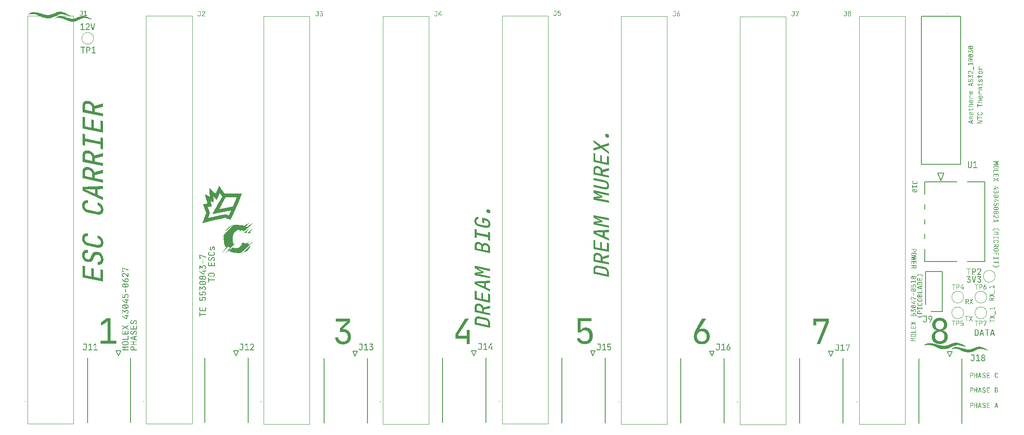
<source format=gbr>
%TF.GenerationSoftware,KiCad,Pcbnew,7.99.0-957-g18dd623122*%
%TF.CreationDate,2023-07-20T13:07:21-04:00*%
%TF.ProjectId,ESC_Carrier,4553435f-4361-4727-9269-65722e6b6963,rev?*%
%TF.SameCoordinates,Original*%
%TF.FileFunction,Legend,Top*%
%TF.FilePolarity,Positive*%
%FSLAX46Y46*%
G04 Gerber Fmt 4.6, Leading zero omitted, Abs format (unit mm)*
G04 Created by KiCad (PCBNEW 7.99.0-957-g18dd623122) date 2023-07-20 13:07:21*
%MOMM*%
%LPD*%
G01*
G04 APERTURE LIST*
%ADD10C,0.150000*%
%ADD11C,0.300000*%
%ADD12C,0.600000*%
%ADD13C,0.125000*%
%ADD14C,0.254000*%
%ADD15C,0.127000*%
%ADD16C,0.100000*%
%ADD17C,0.152400*%
%ADD18C,0.200000*%
%ADD19C,0.120000*%
%ADD20C,0.000000*%
%ADD21C,1.020000*%
%ADD22R,1.520000X1.520000*%
%ADD23C,1.520000*%
%ADD24C,1.524000*%
%ADD25C,2.909999*%
%ADD26R,3.810000X3.810000*%
%ADD27C,3.810000*%
%ADD28C,2.000000*%
%ADD29R,1.000000X1.000000*%
%ADD30C,1.000000*%
G04 APERTURE END LIST*
D10*
G36*
X214362942Y-78498509D02*
G01*
X214375521Y-78499082D01*
X214387877Y-78500037D01*
X214400010Y-78501375D01*
X214411920Y-78503094D01*
X214423607Y-78505196D01*
X214435070Y-78507679D01*
X214446310Y-78510545D01*
X214457326Y-78513793D01*
X214468120Y-78517423D01*
X214475191Y-78520055D01*
X214485626Y-78524299D01*
X214495774Y-78528877D01*
X214505633Y-78533790D01*
X214515205Y-78539038D01*
X214524490Y-78544620D01*
X214533486Y-78550538D01*
X214542195Y-78556791D01*
X214550617Y-78563378D01*
X214558750Y-78570300D01*
X214566596Y-78577557D01*
X214571667Y-78582581D01*
X214579060Y-78590319D01*
X214586127Y-78598327D01*
X214592868Y-78606605D01*
X214599282Y-78615154D01*
X214605370Y-78623973D01*
X214611132Y-78633062D01*
X214616567Y-78642423D01*
X214621676Y-78652053D01*
X214626459Y-78661954D01*
X214630915Y-78672126D01*
X214633705Y-78679057D01*
X214637590Y-78689654D01*
X214641092Y-78700470D01*
X214644213Y-78711504D01*
X214646951Y-78722758D01*
X214649308Y-78734230D01*
X214651282Y-78745922D01*
X214652874Y-78757832D01*
X214654084Y-78769962D01*
X214654912Y-78782310D01*
X214655358Y-78794877D01*
X214655443Y-78803377D01*
X214655231Y-78816866D01*
X214654595Y-78830099D01*
X214653536Y-78843076D01*
X214652054Y-78855798D01*
X214650148Y-78868264D01*
X214647818Y-78880474D01*
X214645064Y-78892428D01*
X214641887Y-78904127D01*
X214638286Y-78915570D01*
X214634262Y-78926758D01*
X214629814Y-78937690D01*
X214624943Y-78948366D01*
X214619648Y-78958786D01*
X214613929Y-78968951D01*
X214607787Y-78978860D01*
X214601221Y-78988513D01*
X214594321Y-78997854D01*
X214587116Y-79006828D01*
X214579605Y-79015432D01*
X214571789Y-79023669D01*
X214563668Y-79031537D01*
X214555242Y-79039037D01*
X214546510Y-79046169D01*
X214537473Y-79052932D01*
X214528131Y-79059327D01*
X214518483Y-79065354D01*
X214508531Y-79071013D01*
X214498272Y-79076303D01*
X214487709Y-79081225D01*
X214476840Y-79085779D01*
X214465666Y-79089965D01*
X214454187Y-79093782D01*
X214669609Y-79530000D01*
X214520376Y-79530000D01*
X214323517Y-79107948D01*
X214153279Y-79107948D01*
X214153279Y-79530000D01*
X214026517Y-79530000D01*
X214026517Y-78612135D01*
X214153279Y-78612135D01*
X214153279Y-78994131D01*
X214350139Y-78994131D01*
X214360053Y-78993927D01*
X214374433Y-78992861D01*
X214388226Y-78990879D01*
X214401430Y-78987983D01*
X214414046Y-78984173D01*
X214426074Y-78979448D01*
X214437513Y-78973809D01*
X214448365Y-78967255D01*
X214458628Y-78959787D01*
X214468303Y-78951404D01*
X214477390Y-78942107D01*
X214485814Y-78932004D01*
X214493409Y-78921296D01*
X214500176Y-78909982D01*
X214506115Y-78898063D01*
X214511225Y-78885539D01*
X214515506Y-78872409D01*
X214518958Y-78858674D01*
X214521582Y-78844334D01*
X214522871Y-78834437D01*
X214523792Y-78824271D01*
X214524344Y-78813837D01*
X214524528Y-78803133D01*
X214524341Y-78792430D01*
X214523780Y-78781998D01*
X214522845Y-78771837D01*
X214521536Y-78761947D01*
X214518872Y-78747620D01*
X214515366Y-78733903D01*
X214511018Y-78720796D01*
X214505829Y-78708298D01*
X214499798Y-78696410D01*
X214492926Y-78685131D01*
X214485212Y-78674462D01*
X214476657Y-78664403D01*
X214467452Y-78655062D01*
X214457698Y-78646640D01*
X214447394Y-78639137D01*
X214436540Y-78632552D01*
X214425137Y-78626886D01*
X214413184Y-78622139D01*
X214400682Y-78618311D01*
X214387630Y-78615402D01*
X214374029Y-78613411D01*
X214359878Y-78612339D01*
X214350139Y-78612135D01*
X214153279Y-78612135D01*
X214026517Y-78612135D01*
X214026517Y-78498318D01*
X214350139Y-78498318D01*
X214362942Y-78498509D01*
G37*
G36*
X215090928Y-79004145D02*
G01*
X214811025Y-78498318D01*
X214957327Y-78498318D01*
X215116329Y-78800935D01*
X215121084Y-78809514D01*
X215126663Y-78819980D01*
X215131836Y-78830160D01*
X215136604Y-78840054D01*
X215140967Y-78849661D01*
X215144924Y-78858982D01*
X215147103Y-78864438D01*
X215152160Y-78873573D01*
X215156644Y-78882661D01*
X215160556Y-78891700D01*
X215161270Y-78893503D01*
X215165422Y-78893503D01*
X215169630Y-78884228D01*
X215174057Y-78875145D01*
X215178531Y-78866440D01*
X215179588Y-78864438D01*
X215210607Y-78800935D01*
X215372295Y-78498318D01*
X215511514Y-78498318D01*
X215231612Y-78999260D01*
X215527145Y-79530000D01*
X215382065Y-79530000D01*
X215206210Y-79204180D01*
X215175436Y-79141409D01*
X215170859Y-79132732D01*
X215166318Y-79123363D01*
X215162349Y-79114281D01*
X215161270Y-79111612D01*
X215157117Y-79111612D01*
X215153082Y-79121524D01*
X215149113Y-79130836D01*
X215144858Y-79140434D01*
X215144417Y-79141409D01*
X215139461Y-79150713D01*
X215134805Y-79159872D01*
X215130492Y-79168686D01*
X215129518Y-79170718D01*
X215125182Y-79179865D01*
X215120691Y-79188896D01*
X215116046Y-79197811D01*
X215113398Y-79202714D01*
X214936078Y-79530000D01*
X214795394Y-79530000D01*
X215090928Y-79004145D01*
G37*
D11*
G36*
X112444080Y-82511591D02*
G01*
X113134066Y-82511591D01*
X111079983Y-85727048D01*
X111079983Y-86006706D01*
X112733508Y-86006706D01*
X112733508Y-84778164D01*
X113366096Y-84778164D01*
X113366096Y-87670000D01*
X112733508Y-87670000D01*
X112733508Y-86575792D01*
X110447394Y-86575792D01*
X110447394Y-85657438D01*
X112444080Y-82511591D01*
G37*
G36*
X208821940Y-82334334D02*
G01*
X208883593Y-82337039D01*
X208944214Y-82341547D01*
X209003806Y-82347858D01*
X209062367Y-82355973D01*
X209119898Y-82365890D01*
X209176398Y-82377611D01*
X209231868Y-82391135D01*
X209286307Y-82406462D01*
X209339716Y-82423593D01*
X209374750Y-82436015D01*
X209426270Y-82455728D01*
X209476416Y-82476859D01*
X209525188Y-82499406D01*
X209572586Y-82523370D01*
X209618611Y-82548751D01*
X209663262Y-82575548D01*
X209706538Y-82603762D01*
X209748441Y-82633394D01*
X209788970Y-82664442D01*
X209828125Y-82696906D01*
X209853466Y-82719337D01*
X209890213Y-82754098D01*
X209925350Y-82790148D01*
X209958878Y-82827486D01*
X209990795Y-82866111D01*
X210021102Y-82906025D01*
X210049800Y-82947227D01*
X210076887Y-82989716D01*
X210102364Y-83033494D01*
X210126232Y-83078560D01*
X210148489Y-83124913D01*
X210162433Y-83156531D01*
X210181857Y-83204674D01*
X210199370Y-83253847D01*
X210214972Y-83304050D01*
X210228665Y-83355284D01*
X210240446Y-83407548D01*
X210250317Y-83460843D01*
X210258278Y-83515168D01*
X210264328Y-83570523D01*
X210268467Y-83626909D01*
X210270696Y-83684325D01*
X210271121Y-83723175D01*
X210270071Y-83777481D01*
X210266923Y-83831099D01*
X210261676Y-83884031D01*
X210254329Y-83936277D01*
X210244884Y-83987835D01*
X210233340Y-84038706D01*
X210219696Y-84088890D01*
X210203954Y-84138387D01*
X210186628Y-84186625D01*
X210167623Y-84233642D01*
X210146939Y-84279438D01*
X210124575Y-84324012D01*
X210100533Y-84367365D01*
X210074811Y-84409497D01*
X210047410Y-84450408D01*
X210018330Y-84490097D01*
X209987647Y-84528336D01*
X209947146Y-84573774D01*
X209904261Y-84616588D01*
X209858990Y-84656779D01*
X209811334Y-84694345D01*
X209761293Y-84729288D01*
X209730123Y-84748995D01*
X209687438Y-84773323D01*
X209643646Y-84795630D01*
X209598747Y-84815913D01*
X209552742Y-84834174D01*
X209505629Y-84850413D01*
X209457411Y-84864628D01*
X209408085Y-84876821D01*
X209357653Y-84886992D01*
X209357653Y-84922407D01*
X209414930Y-84933174D01*
X209470749Y-84945934D01*
X209525107Y-84960689D01*
X209578006Y-84977438D01*
X209629444Y-84996181D01*
X209679424Y-85016918D01*
X209727943Y-85039648D01*
X209775003Y-85064373D01*
X209820603Y-85091092D01*
X209864743Y-85119805D01*
X209907423Y-85150512D01*
X209948644Y-85183213D01*
X209988405Y-85217907D01*
X210026706Y-85254596D01*
X210063548Y-85293279D01*
X210098930Y-85333956D01*
X210132647Y-85376241D01*
X210164188Y-85419747D01*
X210193555Y-85464474D01*
X210220746Y-85510422D01*
X210245762Y-85557591D01*
X210268602Y-85605982D01*
X210289267Y-85655594D01*
X210307757Y-85706427D01*
X210324072Y-85758481D01*
X210338211Y-85811756D01*
X210350175Y-85866253D01*
X210359964Y-85921971D01*
X210367578Y-85978910D01*
X210373016Y-86037070D01*
X210376279Y-86096452D01*
X210377367Y-86157055D01*
X210376368Y-86217981D01*
X210373374Y-86278026D01*
X210368383Y-86337192D01*
X210361395Y-86395478D01*
X210352412Y-86452883D01*
X210341431Y-86509408D01*
X210328455Y-86565053D01*
X210313482Y-86619818D01*
X210296512Y-86673703D01*
X210277547Y-86726708D01*
X210263794Y-86761556D01*
X210241858Y-86812596D01*
X210218184Y-86862220D01*
X210192771Y-86910427D01*
X210165619Y-86957217D01*
X210136729Y-87002590D01*
X210106100Y-87046547D01*
X210073731Y-87089087D01*
X210039625Y-87130210D01*
X210003779Y-87169916D01*
X209966194Y-87208205D01*
X209940172Y-87232944D01*
X209900004Y-87268829D01*
X209858269Y-87303212D01*
X209814968Y-87336092D01*
X209770099Y-87367469D01*
X209723663Y-87397343D01*
X209675660Y-87425715D01*
X209626090Y-87452584D01*
X209574952Y-87477950D01*
X209522248Y-87501814D01*
X209467977Y-87524175D01*
X209430926Y-87538248D01*
X209374182Y-87557890D01*
X209316150Y-87575600D01*
X209256831Y-87591378D01*
X209196223Y-87605224D01*
X209134328Y-87617138D01*
X209071144Y-87627120D01*
X209006673Y-87635170D01*
X208940913Y-87641288D01*
X208873866Y-87645474D01*
X208805530Y-87647728D01*
X208759258Y-87648157D01*
X208690064Y-87647223D01*
X208622157Y-87644422D01*
X208555539Y-87639753D01*
X208490209Y-87633216D01*
X208426167Y-87624812D01*
X208363413Y-87614540D01*
X208301946Y-87602401D01*
X208241768Y-87588394D01*
X208182878Y-87572519D01*
X208125276Y-87554777D01*
X208087590Y-87541912D01*
X208032263Y-87521239D01*
X207978482Y-87499064D01*
X207926246Y-87475386D01*
X207875557Y-87450206D01*
X207826412Y-87423523D01*
X207778813Y-87395337D01*
X207732760Y-87365649D01*
X207688253Y-87334458D01*
X207645291Y-87301764D01*
X207603875Y-87267568D01*
X207577122Y-87243935D01*
X207538586Y-87207267D01*
X207501746Y-87169160D01*
X207466601Y-87129615D01*
X207433153Y-87088631D01*
X207401400Y-87046210D01*
X207371343Y-87002350D01*
X207342982Y-86957051D01*
X207316317Y-86910315D01*
X207291347Y-86862140D01*
X207268074Y-86812527D01*
X207253501Y-86778653D01*
X207233422Y-86726900D01*
X207215319Y-86674225D01*
X207199190Y-86620626D01*
X207185036Y-86566104D01*
X207172857Y-86510659D01*
X207162654Y-86454291D01*
X207154425Y-86397001D01*
X207148171Y-86338787D01*
X207143892Y-86279650D01*
X207141588Y-86219589D01*
X207141149Y-86179036D01*
X207142294Y-86117327D01*
X207143157Y-86102100D01*
X207795720Y-86102100D01*
X207796750Y-86154789D01*
X207799841Y-86206304D01*
X207804993Y-86256646D01*
X207812206Y-86305814D01*
X207821480Y-86353808D01*
X207839254Y-86423600D01*
X207861665Y-86490751D01*
X207888713Y-86555262D01*
X207920398Y-86617133D01*
X207956720Y-86676363D01*
X207997678Y-86732953D01*
X208043273Y-86786902D01*
X208059502Y-86804298D01*
X208110475Y-86853403D01*
X208164474Y-86897678D01*
X208221500Y-86937123D01*
X208281553Y-86971738D01*
X208344633Y-87001523D01*
X208410739Y-87026478D01*
X208479873Y-87046603D01*
X208527643Y-87057336D01*
X208576759Y-87065923D01*
X208627220Y-87072363D01*
X208679026Y-87076656D01*
X208732178Y-87078803D01*
X208759258Y-87079071D01*
X208813082Y-87077998D01*
X208865561Y-87074778D01*
X208916694Y-87069411D01*
X208966482Y-87061898D01*
X209014926Y-87052238D01*
X209085068Y-87033723D01*
X209152183Y-87010378D01*
X209216272Y-86982203D01*
X209277334Y-86949198D01*
X209335369Y-86911363D01*
X209390377Y-86868698D01*
X209442359Y-86821203D01*
X209459013Y-86804298D01*
X209506154Y-86751229D01*
X209548658Y-86695519D01*
X209586525Y-86637170D01*
X209619756Y-86576179D01*
X209648349Y-86512548D01*
X209672306Y-86446277D01*
X209691626Y-86377366D01*
X209706309Y-86305814D01*
X209713522Y-86256646D01*
X209718674Y-86206304D01*
X209721765Y-86154789D01*
X209722796Y-86102100D01*
X209721765Y-86048729D01*
X209718674Y-85996694D01*
X209713522Y-85945994D01*
X209706309Y-85896631D01*
X209697036Y-85848603D01*
X209679261Y-85779065D01*
X209656850Y-85712533D01*
X209629802Y-85649006D01*
X209598117Y-85588484D01*
X209561796Y-85530968D01*
X209520837Y-85476457D01*
X209475242Y-85424951D01*
X209459013Y-85408450D01*
X209408041Y-85361746D01*
X209354042Y-85319636D01*
X209297015Y-85282119D01*
X209236962Y-85249196D01*
X209173883Y-85220868D01*
X209107776Y-85197133D01*
X209038643Y-85177991D01*
X208990872Y-85167783D01*
X208941756Y-85159616D01*
X208891296Y-85153491D01*
X208839489Y-85149407D01*
X208786338Y-85147366D01*
X208759258Y-85147110D01*
X208705434Y-85148131D01*
X208652955Y-85151194D01*
X208601821Y-85156298D01*
X208552033Y-85163444D01*
X208503590Y-85172632D01*
X208433448Y-85190242D01*
X208366332Y-85212445D01*
X208302243Y-85239243D01*
X208241181Y-85270634D01*
X208183146Y-85306620D01*
X208128138Y-85347199D01*
X208076156Y-85392372D01*
X208059502Y-85408450D01*
X208012361Y-85458954D01*
X207969857Y-85512463D01*
X207931990Y-85568978D01*
X207898760Y-85628498D01*
X207870166Y-85691023D01*
X207846209Y-85756554D01*
X207826889Y-85825089D01*
X207812206Y-85896631D01*
X207804993Y-85945994D01*
X207799841Y-85996694D01*
X207796750Y-86048729D01*
X207795720Y-86102100D01*
X207143157Y-86102100D01*
X207145728Y-86056762D01*
X207151453Y-85997343D01*
X207159467Y-85939068D01*
X207169771Y-85881938D01*
X207182365Y-85825953D01*
X207197248Y-85771113D01*
X207214422Y-85717418D01*
X207233961Y-85665058D01*
X207255332Y-85614225D01*
X207278535Y-85564918D01*
X207303570Y-85517138D01*
X207330437Y-85470885D01*
X207359136Y-85426158D01*
X207389666Y-85382957D01*
X207422028Y-85341284D01*
X207456413Y-85301212D01*
X207492401Y-85262821D01*
X207529991Y-85226108D01*
X207569184Y-85191074D01*
X207609981Y-85157720D01*
X207652380Y-85126045D01*
X207696382Y-85096048D01*
X207741986Y-85067732D01*
X207789404Y-85041418D01*
X207838233Y-85017433D01*
X207888475Y-84995775D01*
X207940128Y-84976446D01*
X207993194Y-84959444D01*
X208047671Y-84944771D01*
X208103561Y-84932425D01*
X208160863Y-84922407D01*
X208160863Y-84885771D01*
X208110430Y-84875543D01*
X208061105Y-84863178D01*
X208012886Y-84848676D01*
X207965774Y-84832037D01*
X207919768Y-84813261D01*
X207874870Y-84792348D01*
X207831078Y-84769297D01*
X207788392Y-84744110D01*
X207747024Y-84717109D01*
X207707182Y-84688621D01*
X207659526Y-84650917D01*
X207614255Y-84610888D01*
X207571369Y-84568533D01*
X207530869Y-84523852D01*
X207500186Y-84486434D01*
X207464068Y-84437657D01*
X207430515Y-84386733D01*
X207405518Y-84344448D01*
X207382162Y-84300790D01*
X207360447Y-84255758D01*
X207340374Y-84209351D01*
X207321941Y-84161571D01*
X207313340Y-84137166D01*
X207297884Y-84087669D01*
X207284489Y-84037485D01*
X207273154Y-83986613D01*
X207263881Y-83935055D01*
X207256668Y-83882810D01*
X207251516Y-83829878D01*
X207248425Y-83776259D01*
X207248205Y-83764696D01*
X207900744Y-83764696D01*
X207901665Y-83813621D01*
X207906498Y-83885005D01*
X207915475Y-83953984D01*
X207928595Y-84020559D01*
X207945857Y-84084730D01*
X207967263Y-84146497D01*
X207992812Y-84205860D01*
X208022504Y-84262818D01*
X208056339Y-84317372D01*
X208094317Y-84369521D01*
X208136438Y-84419267D01*
X208181962Y-84465535D01*
X208230148Y-84507251D01*
X208280995Y-84544417D01*
X208334504Y-84577032D01*
X208390675Y-84605096D01*
X208449508Y-84628610D01*
X208511003Y-84647572D01*
X208575160Y-84661983D01*
X208641978Y-84671843D01*
X208711459Y-84677153D01*
X208759258Y-84678164D01*
X208830513Y-84675889D01*
X208899106Y-84669062D01*
X208965037Y-84657685D01*
X209028306Y-84641757D01*
X209088914Y-84621278D01*
X209146860Y-84596247D01*
X209202143Y-84566666D01*
X209254765Y-84532534D01*
X209304725Y-84493851D01*
X209352024Y-84450618D01*
X209382077Y-84419267D01*
X209424198Y-84369521D01*
X209462176Y-84317372D01*
X209496011Y-84262818D01*
X209525703Y-84205860D01*
X209551252Y-84146497D01*
X209572658Y-84084730D01*
X209589921Y-84020559D01*
X209603040Y-83953984D01*
X209612017Y-83885005D01*
X209616851Y-83813621D01*
X209617771Y-83764696D01*
X209615753Y-83693430D01*
X209609700Y-83624805D01*
X209599611Y-83558820D01*
X209585485Y-83495475D01*
X209567325Y-83434771D01*
X209545128Y-83376708D01*
X209518896Y-83321284D01*
X209488628Y-83268501D01*
X209454324Y-83218359D01*
X209415985Y-83170857D01*
X209388183Y-83140655D01*
X209343851Y-83098098D01*
X209296492Y-83059726D01*
X209246106Y-83025541D01*
X209192693Y-82995541D01*
X209136254Y-82969727D01*
X209076788Y-82948100D01*
X209014295Y-82930658D01*
X208948775Y-82917402D01*
X208880228Y-82908333D01*
X208808655Y-82903449D01*
X208759258Y-82902519D01*
X208709856Y-82903449D01*
X208638257Y-82908333D01*
X208569664Y-82917402D01*
X208504076Y-82930658D01*
X208441494Y-82948100D01*
X208381917Y-82969727D01*
X208325345Y-82995541D01*
X208271779Y-83025541D01*
X208221217Y-83059726D01*
X208173662Y-83098098D01*
X208129111Y-83140655D01*
X208088299Y-83186397D01*
X208051502Y-83234780D01*
X208018719Y-83285802D01*
X207989950Y-83339465D01*
X207965195Y-83395769D01*
X207944455Y-83454713D01*
X207927729Y-83516297D01*
X207915017Y-83580522D01*
X207906319Y-83647387D01*
X207901636Y-83716892D01*
X207900744Y-83764696D01*
X207248205Y-83764696D01*
X207247394Y-83721953D01*
X207248350Y-83663850D01*
X207251216Y-83606778D01*
X207255992Y-83550735D01*
X207262679Y-83495724D01*
X207271276Y-83441742D01*
X207281784Y-83388791D01*
X207294203Y-83336870D01*
X207308532Y-83285980D01*
X207324771Y-83236120D01*
X207342921Y-83187291D01*
X207356083Y-83155310D01*
X207377267Y-83108108D01*
X207400061Y-83062216D01*
X207424465Y-83017634D01*
X207450479Y-82974360D01*
X207478103Y-82932397D01*
X207507337Y-82891742D01*
X207538181Y-82852398D01*
X207570635Y-82814362D01*
X207604699Y-82777636D01*
X207640373Y-82742220D01*
X207665050Y-82719337D01*
X207703289Y-82685927D01*
X207742902Y-82653935D01*
X207783889Y-82623359D01*
X207826250Y-82594200D01*
X207869985Y-82566458D01*
X207915093Y-82540133D01*
X207961576Y-82515224D01*
X208009432Y-82491733D01*
X208058662Y-82469658D01*
X208109266Y-82449000D01*
X208143766Y-82436015D01*
X208196488Y-82417682D01*
X208250240Y-82401153D01*
X208305023Y-82386427D01*
X208360837Y-82373504D01*
X208417680Y-82362384D01*
X208475554Y-82353068D01*
X208534459Y-82345554D01*
X208594394Y-82339844D01*
X208655359Y-82335937D01*
X208717355Y-82333834D01*
X208759258Y-82333433D01*
X208821940Y-82334334D01*
G37*
D10*
G36*
X204589839Y-82239637D02*
G01*
X204577068Y-82239521D01*
X204564400Y-82239175D01*
X204551834Y-82238598D01*
X204539372Y-82237790D01*
X204527013Y-82236751D01*
X204514757Y-82235481D01*
X204502604Y-82233980D01*
X204490554Y-82232248D01*
X204478607Y-82230286D01*
X204466764Y-82228092D01*
X204455023Y-82225668D01*
X204443385Y-82223013D01*
X204431850Y-82220127D01*
X204420418Y-82217010D01*
X204409090Y-82213662D01*
X204397864Y-82210083D01*
X204386762Y-82206291D01*
X204375802Y-82202302D01*
X204364986Y-82198116D01*
X204354313Y-82193734D01*
X204343782Y-82189156D01*
X204333395Y-82184380D01*
X204323152Y-82179409D01*
X204313051Y-82174241D01*
X204303093Y-82168876D01*
X204293279Y-82163315D01*
X204283607Y-82157557D01*
X204274079Y-82151602D01*
X204264694Y-82145451D01*
X204255451Y-82139104D01*
X204246352Y-82132560D01*
X204237397Y-82125819D01*
X204228592Y-82118860D01*
X204219948Y-82111722D01*
X204211465Y-82104404D01*
X204203142Y-82096907D01*
X204194978Y-82089231D01*
X204186976Y-82081375D01*
X204179133Y-82073340D01*
X204171451Y-82065125D01*
X204163929Y-82056731D01*
X204156567Y-82048158D01*
X204149366Y-82039405D01*
X204142325Y-82030473D01*
X204135444Y-82021362D01*
X204128724Y-82012071D01*
X204122164Y-82002601D01*
X204115764Y-81992951D01*
X204109548Y-81983107D01*
X204103540Y-81973114D01*
X204097740Y-81962972D01*
X204092148Y-81952682D01*
X204086765Y-81942242D01*
X204081589Y-81931654D01*
X204076621Y-81920917D01*
X204071861Y-81910031D01*
X204067309Y-81898996D01*
X204062965Y-81887812D01*
X204058829Y-81876480D01*
X204054901Y-81864999D01*
X204051181Y-81853368D01*
X204047669Y-81841589D01*
X204044366Y-81829662D01*
X204041270Y-81817585D01*
X204160704Y-81817585D01*
X204163833Y-81830159D01*
X204167356Y-81842509D01*
X204171274Y-81854636D01*
X204175588Y-81866540D01*
X204180296Y-81878221D01*
X204185400Y-81889679D01*
X204190898Y-81900913D01*
X204196791Y-81911924D01*
X204203079Y-81922711D01*
X204209763Y-81933276D01*
X204214438Y-81940195D01*
X204221699Y-81950307D01*
X204229287Y-81960127D01*
X204237201Y-81969656D01*
X204245441Y-81978892D01*
X204254008Y-81987837D01*
X204262901Y-81996489D01*
X204272120Y-82004850D01*
X204281666Y-82012918D01*
X204291537Y-82020695D01*
X204301735Y-82028180D01*
X204308715Y-82033007D01*
X204319379Y-82039960D01*
X204330305Y-82046620D01*
X204341493Y-82052988D01*
X204352943Y-82059065D01*
X204364654Y-82064849D01*
X204376627Y-82070342D01*
X204388863Y-82075543D01*
X204401360Y-82080451D01*
X204414119Y-82085068D01*
X204427140Y-82089393D01*
X204435966Y-82092114D01*
X204449354Y-82095868D01*
X204462957Y-82099252D01*
X204476774Y-82102268D01*
X204490806Y-82104914D01*
X204505053Y-82107191D01*
X204519514Y-82109098D01*
X204529274Y-82110165D01*
X204539130Y-82111068D01*
X204549081Y-82111806D01*
X204559127Y-82112380D01*
X204569269Y-82112791D01*
X204579506Y-82113037D01*
X204589839Y-82113119D01*
X204857285Y-82113119D01*
X204867438Y-82113040D01*
X204877504Y-82112802D01*
X204887481Y-82112406D01*
X204897371Y-82111852D01*
X204907173Y-82111139D01*
X204921712Y-82109773D01*
X204936053Y-82108051D01*
X204950197Y-82105972D01*
X204964143Y-82103537D01*
X204977892Y-82100746D01*
X204991443Y-82097598D01*
X205004797Y-82094094D01*
X205009204Y-82092847D01*
X205022258Y-82088841D01*
X205035041Y-82084518D01*
X205047554Y-82079877D01*
X205059797Y-82074918D01*
X205071769Y-82069641D01*
X205083470Y-82064047D01*
X205094901Y-82058135D01*
X205106062Y-82051905D01*
X205116952Y-82045358D01*
X205127571Y-82038493D01*
X205134501Y-82033740D01*
X205144613Y-82026319D01*
X205154433Y-82018619D01*
X205163961Y-82010640D01*
X205173198Y-82002381D01*
X205182142Y-81993844D01*
X205190795Y-81985028D01*
X205199155Y-81975932D01*
X205207224Y-81966558D01*
X205215001Y-81956904D01*
X205222485Y-81946972D01*
X205227313Y-81940195D01*
X205234214Y-81929779D01*
X205240719Y-81919140D01*
X205246830Y-81908278D01*
X205252546Y-81897193D01*
X205257867Y-81885884D01*
X205262793Y-81874352D01*
X205267324Y-81862597D01*
X205271460Y-81850619D01*
X205275201Y-81838417D01*
X205278547Y-81825992D01*
X205280558Y-81817585D01*
X205405854Y-81817585D01*
X205402586Y-81829987D01*
X205399130Y-81842219D01*
X205395487Y-81854282D01*
X205391658Y-81866174D01*
X205387641Y-81877897D01*
X205383437Y-81889450D01*
X205379047Y-81900833D01*
X205374469Y-81912046D01*
X205369705Y-81923089D01*
X205364753Y-81933963D01*
X205359614Y-81944667D01*
X205354289Y-81955201D01*
X205348776Y-81965565D01*
X205343076Y-81975759D01*
X205337190Y-81985783D01*
X205331116Y-81995638D01*
X205324896Y-82005314D01*
X205318511Y-82014803D01*
X205311959Y-82024106D01*
X205305242Y-82033221D01*
X205298358Y-82042149D01*
X205291308Y-82050890D01*
X205284093Y-82059445D01*
X205276711Y-82067812D01*
X205269163Y-82075992D01*
X205261450Y-82083985D01*
X205253570Y-82091791D01*
X205245524Y-82099411D01*
X205237312Y-82106843D01*
X205228935Y-82114088D01*
X205220391Y-82121146D01*
X205211681Y-82128018D01*
X205202815Y-82134667D01*
X205193802Y-82141119D01*
X205184642Y-82147375D01*
X205175335Y-82153434D01*
X205165881Y-82159297D01*
X205156280Y-82164963D01*
X205146532Y-82170433D01*
X205136638Y-82175706D01*
X205126596Y-82180783D01*
X205116407Y-82185663D01*
X205106072Y-82190346D01*
X205095590Y-82194833D01*
X205084960Y-82199124D01*
X205074184Y-82203218D01*
X205063261Y-82207115D01*
X205052191Y-82210816D01*
X205040954Y-82214306D01*
X205029591Y-82217571D01*
X205018102Y-82220610D01*
X205006487Y-82223425D01*
X204994746Y-82226014D01*
X204982879Y-82228379D01*
X204970886Y-82230518D01*
X204958768Y-82232431D01*
X204946523Y-82234120D01*
X204934153Y-82235584D01*
X204921656Y-82236822D01*
X204909034Y-82237835D01*
X204896286Y-82238623D01*
X204883411Y-82239186D01*
X204870411Y-82239524D01*
X204857285Y-82239637D01*
X204589839Y-82239637D01*
G37*
G36*
X204515802Y-80887217D02*
G01*
X204528257Y-80887810D01*
X204540498Y-80888797D01*
X204552523Y-80890180D01*
X204564334Y-80891957D01*
X204575931Y-80894129D01*
X204587312Y-80896697D01*
X204598479Y-80899659D01*
X204609431Y-80903017D01*
X204620169Y-80906769D01*
X204627208Y-80909490D01*
X204637562Y-80913860D01*
X204647650Y-80918543D01*
X204657472Y-80923540D01*
X204667027Y-80928850D01*
X204676317Y-80934474D01*
X204685340Y-80940411D01*
X204694097Y-80946661D01*
X204702588Y-80953225D01*
X204710812Y-80960102D01*
X204718771Y-80967293D01*
X204723928Y-80972260D01*
X204731365Y-80979913D01*
X204738471Y-80987848D01*
X204745247Y-80996067D01*
X204751692Y-81004569D01*
X204757806Y-81013355D01*
X204763590Y-81022424D01*
X204769043Y-81031776D01*
X204774166Y-81041412D01*
X204778958Y-81051331D01*
X204783420Y-81061533D01*
X204786210Y-81068492D01*
X204790095Y-81079126D01*
X204793598Y-81089962D01*
X204796718Y-81100999D01*
X204799457Y-81112238D01*
X204801813Y-81123679D01*
X204803787Y-81135322D01*
X204805379Y-81147167D01*
X204806589Y-81159213D01*
X204807417Y-81171461D01*
X204807863Y-81183911D01*
X204807948Y-81192323D01*
X204807948Y-81407501D01*
X205230000Y-81407501D01*
X205230000Y-81534263D01*
X204198318Y-81534263D01*
X204198318Y-81407501D01*
X204312135Y-81407501D01*
X204694131Y-81407501D01*
X204694131Y-81192323D01*
X204693673Y-81177806D01*
X204692302Y-81163838D01*
X204690016Y-81150420D01*
X204686815Y-81137552D01*
X204682700Y-81125233D01*
X204677670Y-81113463D01*
X204671726Y-81102243D01*
X204664867Y-81091573D01*
X204657094Y-81081452D01*
X204648407Y-81071881D01*
X204642107Y-81065806D01*
X204632004Y-81057250D01*
X204621296Y-81049537D01*
X204609982Y-81042664D01*
X204598063Y-81036634D01*
X204585539Y-81031445D01*
X204572409Y-81027097D01*
X204558674Y-81023591D01*
X204544334Y-81020926D01*
X204534437Y-81019617D01*
X204524271Y-81018682D01*
X204513837Y-81018121D01*
X204503133Y-81017934D01*
X204492430Y-81018121D01*
X204481998Y-81018682D01*
X204471837Y-81019617D01*
X204461947Y-81020926D01*
X204447620Y-81023591D01*
X204433903Y-81027097D01*
X204420796Y-81031445D01*
X204408298Y-81036634D01*
X204396410Y-81042664D01*
X204385131Y-81049537D01*
X204374462Y-81057250D01*
X204364403Y-81065806D01*
X204355062Y-81075010D01*
X204346640Y-81084765D01*
X204339137Y-81095069D01*
X204332552Y-81105922D01*
X204326886Y-81117325D01*
X204322139Y-81129278D01*
X204318311Y-81141780D01*
X204315402Y-81154832D01*
X204313411Y-81168433D01*
X204312339Y-81182584D01*
X204312135Y-81192323D01*
X204312135Y-81407501D01*
X204198318Y-81407501D01*
X204198318Y-81192323D01*
X204198509Y-81179521D01*
X204199082Y-81166941D01*
X204200037Y-81154585D01*
X204201375Y-81142452D01*
X204203094Y-81130542D01*
X204205196Y-81118856D01*
X204207679Y-81107393D01*
X204210545Y-81096153D01*
X204213793Y-81085136D01*
X204217423Y-81074343D01*
X204220055Y-81067271D01*
X204224299Y-81056836D01*
X204228877Y-81046689D01*
X204233790Y-81036829D01*
X204239038Y-81027257D01*
X204244620Y-81017973D01*
X204250538Y-81008976D01*
X204256791Y-81000267D01*
X204263378Y-80991846D01*
X204270300Y-80983712D01*
X204277557Y-80975866D01*
X204282581Y-80970795D01*
X204290319Y-80963446D01*
X204298327Y-80956418D01*
X204306605Y-80949713D01*
X204315154Y-80943329D01*
X204323973Y-80937268D01*
X204333062Y-80931528D01*
X204342423Y-80926111D01*
X204352053Y-80921015D01*
X204361954Y-80916242D01*
X204372126Y-80911790D01*
X204379057Y-80909002D01*
X204389652Y-80905073D01*
X204400461Y-80901531D01*
X204411485Y-80898376D01*
X204422723Y-80895606D01*
X204434177Y-80893224D01*
X204445844Y-80891227D01*
X204457727Y-80889617D01*
X204469824Y-80888394D01*
X204482136Y-80887556D01*
X204494663Y-80887106D01*
X204503133Y-80887020D01*
X204515802Y-80887217D01*
G37*
G36*
X205116182Y-80464235D02*
G01*
X204312135Y-80464235D01*
X204312135Y-80687962D01*
X204198318Y-80687962D01*
X204198318Y-80111060D01*
X204312135Y-80111060D01*
X204312135Y-80334787D01*
X205116182Y-80334787D01*
X205116182Y-80111060D01*
X205230000Y-80111060D01*
X205230000Y-80687962D01*
X205116182Y-80687962D01*
X205116182Y-80464235D01*
G37*
G36*
X205245631Y-79551744D02*
G01*
X205245442Y-79565079D01*
X205244875Y-79578157D01*
X205243931Y-79590977D01*
X205242609Y-79603539D01*
X205240908Y-79615844D01*
X205238830Y-79627891D01*
X205236375Y-79639680D01*
X205233541Y-79651212D01*
X205230330Y-79662486D01*
X205226740Y-79673503D01*
X205224138Y-79680704D01*
X205219942Y-79691227D01*
X205215416Y-79701453D01*
X205210560Y-79711382D01*
X205205373Y-79721016D01*
X205199855Y-79730353D01*
X205194007Y-79739394D01*
X205187828Y-79748139D01*
X205181319Y-79756588D01*
X205174479Y-79764740D01*
X205167308Y-79772596D01*
X205162344Y-79777669D01*
X205154638Y-79785020D01*
X205146631Y-79792054D01*
X205138323Y-79798770D01*
X205129715Y-79805169D01*
X205120806Y-79811250D01*
X205111597Y-79817013D01*
X205102087Y-79822458D01*
X205092277Y-79827586D01*
X205082166Y-79832396D01*
X205071755Y-79836888D01*
X205064647Y-79839706D01*
X205053771Y-79843591D01*
X205042668Y-79847094D01*
X205031337Y-79850214D01*
X205019779Y-79852953D01*
X205007993Y-79855309D01*
X204995980Y-79857283D01*
X204983739Y-79858875D01*
X204971270Y-79860085D01*
X204958574Y-79860913D01*
X204945650Y-79861359D01*
X204936908Y-79861444D01*
X204491409Y-79861444D01*
X204478334Y-79861253D01*
X204465486Y-79860680D01*
X204452866Y-79859725D01*
X204440473Y-79858387D01*
X204428308Y-79856668D01*
X204416370Y-79854566D01*
X204404660Y-79852082D01*
X204393178Y-79849217D01*
X204381923Y-79845969D01*
X204370895Y-79842339D01*
X204363670Y-79839706D01*
X204353058Y-79835426D01*
X204342747Y-79830828D01*
X204332737Y-79825912D01*
X204323027Y-79820678D01*
X204313617Y-79815127D01*
X204304508Y-79809258D01*
X204295700Y-79803071D01*
X204287192Y-79796567D01*
X204278984Y-79789745D01*
X204271077Y-79782605D01*
X204265973Y-79777669D01*
X204258582Y-79770010D01*
X204251522Y-79762055D01*
X204244792Y-79753804D01*
X204238393Y-79745257D01*
X204232324Y-79736413D01*
X204226586Y-79727274D01*
X204221179Y-79717838D01*
X204216102Y-79708105D01*
X204211355Y-79698077D01*
X204206940Y-79687752D01*
X204204180Y-79680704D01*
X204200338Y-79669859D01*
X204196875Y-79658757D01*
X204193790Y-79647397D01*
X204191082Y-79635779D01*
X204188752Y-79623904D01*
X204186800Y-79611771D01*
X204185226Y-79599380D01*
X204184030Y-79586732D01*
X204183211Y-79573826D01*
X204182770Y-79560663D01*
X204182686Y-79551744D01*
X204182974Y-79535428D01*
X204183839Y-79519512D01*
X204185279Y-79503997D01*
X204187296Y-79488882D01*
X204189889Y-79474168D01*
X204193059Y-79459855D01*
X204196805Y-79445943D01*
X204201127Y-79432431D01*
X204206025Y-79419321D01*
X204211499Y-79406610D01*
X204217550Y-79394301D01*
X204224177Y-79382392D01*
X204231380Y-79370884D01*
X204239160Y-79359777D01*
X204247515Y-79349070D01*
X204256448Y-79338764D01*
X204265895Y-79328914D01*
X204275796Y-79319572D01*
X204286152Y-79310740D01*
X204296961Y-79302418D01*
X204308225Y-79294605D01*
X204319943Y-79287302D01*
X204332115Y-79280508D01*
X204344741Y-79274223D01*
X204357822Y-79268448D01*
X204371356Y-79263183D01*
X204385345Y-79258427D01*
X204399788Y-79254180D01*
X204414684Y-79250443D01*
X204430035Y-79247215D01*
X204445841Y-79244497D01*
X204462100Y-79242288D01*
X204462100Y-79369050D01*
X204447833Y-79370962D01*
X204434159Y-79373581D01*
X204421077Y-79376909D01*
X204408588Y-79380946D01*
X204396691Y-79385691D01*
X204385387Y-79391144D01*
X204374675Y-79397306D01*
X204364556Y-79404176D01*
X204355029Y-79411754D01*
X204346094Y-79420041D01*
X204340467Y-79425959D01*
X204332610Y-79435323D01*
X204325526Y-79445190D01*
X204319215Y-79455559D01*
X204313677Y-79466431D01*
X204308911Y-79477805D01*
X204304918Y-79489681D01*
X204301698Y-79502059D01*
X204299251Y-79514940D01*
X204297577Y-79528323D01*
X204296675Y-79542208D01*
X204296503Y-79551744D01*
X204296707Y-79562170D01*
X204297316Y-79572322D01*
X204298332Y-79582198D01*
X204300618Y-79596498D01*
X204303819Y-79610179D01*
X204307934Y-79623242D01*
X204312964Y-79635687D01*
X204318908Y-79647514D01*
X204325767Y-79658722D01*
X204333540Y-79669313D01*
X204342227Y-79679285D01*
X204348527Y-79685589D01*
X204358577Y-79694363D01*
X204369310Y-79702273D01*
X204380725Y-79709321D01*
X204392823Y-79715505D01*
X204405603Y-79720827D01*
X204419066Y-79725285D01*
X204433212Y-79728881D01*
X204443022Y-79730799D01*
X204453135Y-79732333D01*
X204463552Y-79733483D01*
X204474272Y-79734251D01*
X204485295Y-79734634D01*
X204490921Y-79734682D01*
X204937397Y-79734682D01*
X204948573Y-79734493D01*
X204959447Y-79733926D01*
X204970020Y-79732982D01*
X204980292Y-79731659D01*
X204990262Y-79729959D01*
X204999930Y-79727881D01*
X205013868Y-79724056D01*
X205027127Y-79719381D01*
X205039708Y-79713855D01*
X205051611Y-79707479D01*
X205062835Y-79700254D01*
X205073381Y-79692178D01*
X205080034Y-79686322D01*
X205089288Y-79676880D01*
X205097631Y-79666782D01*
X205105065Y-79656026D01*
X205111588Y-79644614D01*
X205117200Y-79632544D01*
X205121903Y-79619818D01*
X205125695Y-79606435D01*
X205128578Y-79592395D01*
X205129994Y-79582670D01*
X205131005Y-79572654D01*
X205131612Y-79562345D01*
X205131814Y-79551744D01*
X205131427Y-79537524D01*
X205130268Y-79523806D01*
X205128336Y-79510590D01*
X205125631Y-79497877D01*
X205122154Y-79485666D01*
X205117903Y-79473958D01*
X205112880Y-79462751D01*
X205107084Y-79452047D01*
X205100515Y-79441846D01*
X205093174Y-79432146D01*
X205087850Y-79425959D01*
X205079311Y-79417200D01*
X205070179Y-79409149D01*
X205060454Y-79401807D01*
X205050138Y-79395173D01*
X205039228Y-79389247D01*
X205027726Y-79384030D01*
X205015632Y-79379522D01*
X205002945Y-79375721D01*
X204989666Y-79372629D01*
X204975794Y-79370246D01*
X204966217Y-79369050D01*
X204966217Y-79242288D01*
X204982477Y-79244497D01*
X204998282Y-79247215D01*
X205013633Y-79250443D01*
X205028530Y-79254180D01*
X205042972Y-79258427D01*
X205056961Y-79263183D01*
X205070496Y-79268448D01*
X205083576Y-79274223D01*
X205096202Y-79280508D01*
X205108374Y-79287302D01*
X205120092Y-79294605D01*
X205131356Y-79302418D01*
X205142166Y-79310740D01*
X205152521Y-79319572D01*
X205162422Y-79328914D01*
X205171870Y-79338764D01*
X205180802Y-79349070D01*
X205189158Y-79359777D01*
X205196937Y-79370884D01*
X205204140Y-79382392D01*
X205210767Y-79394301D01*
X205216818Y-79406610D01*
X205222292Y-79419321D01*
X205227191Y-79432431D01*
X205231513Y-79445943D01*
X205235258Y-79459855D01*
X205238428Y-79474168D01*
X205241021Y-79488882D01*
X205243038Y-79503997D01*
X205244479Y-79519512D01*
X205245343Y-79535428D01*
X205245631Y-79551744D01*
G37*
G36*
X204949977Y-78411810D02*
G01*
X204962805Y-78412383D01*
X204975394Y-78413338D01*
X204987741Y-78414675D01*
X204999848Y-78416395D01*
X205011715Y-78418496D01*
X205023341Y-78420980D01*
X205034727Y-78423846D01*
X205045873Y-78427094D01*
X205056778Y-78430724D01*
X205063914Y-78433356D01*
X205074395Y-78437595D01*
X205084588Y-78442160D01*
X205094494Y-78447052D01*
X205104111Y-78452270D01*
X205113442Y-78457814D01*
X205122484Y-78463684D01*
X205131239Y-78469881D01*
X205139706Y-78476404D01*
X205147885Y-78483253D01*
X205155777Y-78490429D01*
X205160879Y-78495394D01*
X205168276Y-78503059D01*
X205175356Y-78511033D01*
X205182118Y-78519316D01*
X205188562Y-78527909D01*
X205194689Y-78536810D01*
X205200498Y-78546021D01*
X205205989Y-78555540D01*
X205211162Y-78565369D01*
X205216018Y-78575507D01*
X205220556Y-78585954D01*
X205223405Y-78593091D01*
X205227377Y-78604010D01*
X205230958Y-78615153D01*
X205234149Y-78626519D01*
X205236949Y-78638108D01*
X205239358Y-78649920D01*
X205241377Y-78661956D01*
X205243005Y-78674215D01*
X205244242Y-78686697D01*
X205245088Y-78699402D01*
X205245544Y-78712331D01*
X205245631Y-78721074D01*
X205245442Y-78734407D01*
X205244875Y-78747478D01*
X205243931Y-78760287D01*
X205242609Y-78772835D01*
X205240908Y-78785120D01*
X205238830Y-78797143D01*
X205236375Y-78808905D01*
X205233541Y-78820405D01*
X205230330Y-78831642D01*
X205226740Y-78842618D01*
X205224138Y-78849790D01*
X205219942Y-78860315D01*
X205215416Y-78870547D01*
X205210560Y-78880487D01*
X205205373Y-78890136D01*
X205199855Y-78899493D01*
X205194007Y-78908557D01*
X205187828Y-78917330D01*
X205181319Y-78925811D01*
X205174479Y-78934000D01*
X205167308Y-78941896D01*
X205162344Y-78946999D01*
X205154638Y-78954348D01*
X205146631Y-78961376D01*
X205138323Y-78968081D01*
X205129715Y-78974465D01*
X205120806Y-78980526D01*
X205111597Y-78986266D01*
X205102087Y-78991683D01*
X205092277Y-78996779D01*
X205082166Y-79001552D01*
X205071755Y-79006003D01*
X205064647Y-79008792D01*
X205053771Y-79012677D01*
X205042668Y-79016180D01*
X205031337Y-79019300D01*
X205019779Y-79022039D01*
X205007993Y-79024395D01*
X204995980Y-79026369D01*
X204983739Y-79027961D01*
X204971270Y-79029171D01*
X204958574Y-79029999D01*
X204945650Y-79030445D01*
X204936908Y-79030530D01*
X204491409Y-79030530D01*
X204478334Y-79030339D01*
X204465486Y-79029766D01*
X204452866Y-79028810D01*
X204440473Y-79027473D01*
X204428308Y-79025754D01*
X204416370Y-79023652D01*
X204404660Y-79021168D01*
X204393178Y-79018302D01*
X204381923Y-79015055D01*
X204370895Y-79011425D01*
X204363670Y-79008792D01*
X204353058Y-79004555D01*
X204342747Y-78999997D01*
X204332737Y-78995116D01*
X204323027Y-78989913D01*
X204313617Y-78984388D01*
X204304508Y-78978541D01*
X204295700Y-78972373D01*
X204287192Y-78965882D01*
X204278984Y-78959069D01*
X204271077Y-78951934D01*
X204265973Y-78946999D01*
X204258582Y-78939297D01*
X204251522Y-78931302D01*
X204244792Y-78923016D01*
X204238393Y-78914438D01*
X204232324Y-78905568D01*
X204226586Y-78896406D01*
X204221179Y-78886952D01*
X204216102Y-78877206D01*
X204211355Y-78867169D01*
X204206940Y-78856839D01*
X204204180Y-78849790D01*
X204200338Y-78838989D01*
X204196875Y-78827926D01*
X204193790Y-78816601D01*
X204191082Y-78805014D01*
X204188752Y-78793165D01*
X204186800Y-78781054D01*
X204185226Y-78768681D01*
X204184030Y-78756047D01*
X204183211Y-78743150D01*
X204182770Y-78729992D01*
X204182686Y-78721074D01*
X204296503Y-78721074D01*
X204296708Y-78731500D01*
X204297324Y-78741652D01*
X204298349Y-78751528D01*
X204300657Y-78765828D01*
X204303888Y-78779509D01*
X204308042Y-78792572D01*
X204313119Y-78805017D01*
X204319118Y-78816844D01*
X204326041Y-78828053D01*
X204333888Y-78838643D01*
X204342657Y-78848615D01*
X204349016Y-78854919D01*
X204359186Y-78863693D01*
X204370004Y-78871603D01*
X204381471Y-78878651D01*
X204393586Y-78884835D01*
X204406349Y-78890157D01*
X204419761Y-78894615D01*
X204433821Y-78898211D01*
X204443554Y-78900129D01*
X204453576Y-78901663D01*
X204463886Y-78902814D01*
X204474484Y-78903581D01*
X204485370Y-78903964D01*
X204490921Y-78904012D01*
X204937397Y-78904012D01*
X204948427Y-78903820D01*
X204959169Y-78903245D01*
X204969622Y-78902286D01*
X204979788Y-78900944D01*
X204989665Y-78899218D01*
X204999255Y-78897108D01*
X205013099Y-78893225D01*
X205026294Y-78888479D01*
X205038842Y-78882870D01*
X205050741Y-78876397D01*
X205061991Y-78869062D01*
X205072594Y-78860864D01*
X205079302Y-78854919D01*
X205088686Y-78845359D01*
X205097148Y-78835181D01*
X205104686Y-78824385D01*
X205111301Y-78812971D01*
X205116994Y-78800938D01*
X205121763Y-78788287D01*
X205125609Y-78775017D01*
X205128532Y-78761130D01*
X205130532Y-78746624D01*
X205131352Y-78736610D01*
X205131763Y-78726322D01*
X205131814Y-78721074D01*
X205131609Y-78710649D01*
X205130993Y-78700501D01*
X205129968Y-78690629D01*
X205127660Y-78676340D01*
X205124429Y-78662673D01*
X205120276Y-78649630D01*
X205115199Y-78637208D01*
X205109199Y-78625409D01*
X205102276Y-78614233D01*
X205094430Y-78603679D01*
X205085661Y-78593748D01*
X205079302Y-78587473D01*
X205069131Y-78578656D01*
X205058313Y-78570706D01*
X205046846Y-78563624D01*
X205034731Y-78557409D01*
X205021968Y-78552061D01*
X205008556Y-78547580D01*
X204994496Y-78543966D01*
X204984763Y-78542039D01*
X204974741Y-78540497D01*
X204964431Y-78539341D01*
X204953834Y-78538570D01*
X204942948Y-78538184D01*
X204937397Y-78538136D01*
X204490921Y-78538136D01*
X204479891Y-78538329D01*
X204469149Y-78538907D01*
X204458695Y-78539871D01*
X204448529Y-78541220D01*
X204438652Y-78542954D01*
X204429062Y-78545074D01*
X204415218Y-78548977D01*
X204402023Y-78553747D01*
X204389476Y-78559384D01*
X204377577Y-78565888D01*
X204366326Y-78573260D01*
X204355724Y-78581499D01*
X204349016Y-78587473D01*
X204339631Y-78596989D01*
X204331170Y-78607128D01*
X204323631Y-78617889D01*
X204317016Y-78629273D01*
X204311324Y-78641280D01*
X204306555Y-78653908D01*
X204302708Y-78667160D01*
X204299785Y-78681034D01*
X204297785Y-78695530D01*
X204296965Y-78705540D01*
X204296555Y-78715827D01*
X204296503Y-78721074D01*
X204182686Y-78721074D01*
X204182875Y-78707741D01*
X204183442Y-78694670D01*
X204184386Y-78681861D01*
X204185709Y-78669314D01*
X204187409Y-78657028D01*
X204189487Y-78645005D01*
X204191943Y-78633243D01*
X204194776Y-78621744D01*
X204197988Y-78610506D01*
X204201577Y-78599530D01*
X204204180Y-78592358D01*
X204208375Y-78581836D01*
X204212901Y-78571610D01*
X204217757Y-78561680D01*
X204222944Y-78552047D01*
X204228462Y-78542709D01*
X204234310Y-78533668D01*
X204240489Y-78524924D01*
X204246998Y-78516475D01*
X204253838Y-78508323D01*
X204261009Y-78500467D01*
X204265973Y-78495394D01*
X204273680Y-78488001D01*
X204281687Y-78480934D01*
X204289994Y-78474193D01*
X204298602Y-78467779D01*
X204307511Y-78461691D01*
X204316720Y-78455929D01*
X204326230Y-78450494D01*
X204336040Y-78445385D01*
X204346151Y-78440602D01*
X204356562Y-78436146D01*
X204363670Y-78433356D01*
X204374546Y-78429471D01*
X204385649Y-78425969D01*
X204396980Y-78422848D01*
X204408538Y-78420110D01*
X204420324Y-78417753D01*
X204432338Y-78415779D01*
X204444579Y-78414187D01*
X204457047Y-78412977D01*
X204469743Y-78412149D01*
X204482667Y-78411703D01*
X204491409Y-78411618D01*
X204936908Y-78411618D01*
X204949977Y-78411810D01*
G37*
G36*
X204953246Y-77555732D02*
G01*
X204965440Y-77556286D01*
X204977397Y-77557209D01*
X204989119Y-77558501D01*
X205000604Y-77560163D01*
X205011853Y-77562193D01*
X205022867Y-77564593D01*
X205033644Y-77567363D01*
X205044184Y-77570501D01*
X205054489Y-77574009D01*
X205061228Y-77576552D01*
X205071076Y-77580660D01*
X205080654Y-77585107D01*
X205089961Y-77589894D01*
X205098998Y-77595019D01*
X205107764Y-77600484D01*
X205116260Y-77606288D01*
X205124485Y-77612431D01*
X205132440Y-77618913D01*
X205140124Y-77625734D01*
X205147538Y-77632895D01*
X205152330Y-77637857D01*
X205159272Y-77645522D01*
X205165900Y-77653496D01*
X205172215Y-77661780D01*
X205178216Y-77670372D01*
X205183904Y-77679273D01*
X205189279Y-77688484D01*
X205194340Y-77698004D01*
X205199088Y-77707833D01*
X205203522Y-77717971D01*
X205207643Y-77728418D01*
X205210216Y-77735554D01*
X205213751Y-77746487D01*
X205216939Y-77757668D01*
X205219779Y-77769098D01*
X205222272Y-77780777D01*
X205224416Y-77792706D01*
X205226213Y-77804883D01*
X205227662Y-77817309D01*
X205228763Y-77829985D01*
X205229517Y-77842909D01*
X205229922Y-77856082D01*
X205230000Y-77865003D01*
X205230000Y-78177390D01*
X204198318Y-78177390D01*
X204198318Y-78052093D01*
X204312135Y-78052093D01*
X204647236Y-78052093D01*
X204761053Y-78052093D01*
X205116182Y-78052093D01*
X205116182Y-77878925D01*
X205115998Y-77867846D01*
X205115446Y-77857080D01*
X205114525Y-77846628D01*
X205113236Y-77836488D01*
X205111579Y-77826661D01*
X205108403Y-77812507D01*
X205104398Y-77799057D01*
X205099564Y-77786312D01*
X205093902Y-77774271D01*
X205087411Y-77762933D01*
X205080092Y-77752300D01*
X205071944Y-77742371D01*
X205069043Y-77739218D01*
X205059846Y-77730270D01*
X205050021Y-77722202D01*
X205039570Y-77715014D01*
X205028492Y-77708707D01*
X205016786Y-77703279D01*
X205004455Y-77698732D01*
X204991496Y-77695065D01*
X204977910Y-77692278D01*
X204963698Y-77690371D01*
X204953875Y-77689588D01*
X204943773Y-77689197D01*
X204938618Y-77689148D01*
X204928378Y-77689347D01*
X204918418Y-77689942D01*
X204904005Y-77691579D01*
X204890222Y-77694109D01*
X204877071Y-77697533D01*
X204864551Y-77701849D01*
X204852662Y-77707058D01*
X204841404Y-77713160D01*
X204830778Y-77720156D01*
X204820782Y-77728044D01*
X204811418Y-77736825D01*
X204808436Y-77739951D01*
X204799968Y-77749763D01*
X204792333Y-77760241D01*
X204785531Y-77771384D01*
X204779562Y-77783193D01*
X204774426Y-77795667D01*
X204770123Y-77808807D01*
X204766652Y-77822612D01*
X204764015Y-77837083D01*
X204762719Y-77847100D01*
X204761794Y-77857412D01*
X204761238Y-77868021D01*
X204761053Y-77878925D01*
X204761053Y-78052093D01*
X204647236Y-78052093D01*
X204647236Y-77881856D01*
X204647062Y-77871971D01*
X204646151Y-77857626D01*
X204644458Y-77843861D01*
X204641983Y-77830675D01*
X204638728Y-77818069D01*
X204634690Y-77806043D01*
X204629872Y-77794596D01*
X204624272Y-77783729D01*
X204617891Y-77773441D01*
X204610728Y-77763734D01*
X204602784Y-77754605D01*
X204594149Y-77746181D01*
X204584912Y-77738585D01*
X204575075Y-77731818D01*
X204564636Y-77725880D01*
X204553597Y-77720770D01*
X204541956Y-77716489D01*
X204529714Y-77713036D01*
X204516871Y-77710413D01*
X204503428Y-77708617D01*
X204489383Y-77707650D01*
X204479685Y-77707466D01*
X204465240Y-77707874D01*
X204451395Y-77709098D01*
X204438152Y-77711137D01*
X204425509Y-77713992D01*
X204413468Y-77717663D01*
X204402028Y-77722150D01*
X204391188Y-77727452D01*
X204380950Y-77733570D01*
X204371313Y-77740504D01*
X204362277Y-77748253D01*
X204356587Y-77753872D01*
X204348643Y-77762870D01*
X204341480Y-77772460D01*
X204335099Y-77782642D01*
X204329499Y-77793417D01*
X204324680Y-77804784D01*
X204320643Y-77816744D01*
X204317388Y-77829296D01*
X204314913Y-77842441D01*
X204313220Y-77856178D01*
X204312309Y-77870508D01*
X204312135Y-77880390D01*
X204312135Y-78052093D01*
X204198318Y-78052093D01*
X204198318Y-77880390D01*
X204198605Y-77862710D01*
X204199466Y-77845513D01*
X204200902Y-77828799D01*
X204202913Y-77812567D01*
X204205497Y-77796818D01*
X204208656Y-77781552D01*
X204212389Y-77766769D01*
X204216697Y-77752468D01*
X204221579Y-77738650D01*
X204227035Y-77725315D01*
X204233066Y-77712463D01*
X204239671Y-77700093D01*
X204246850Y-77688206D01*
X204254604Y-77676802D01*
X204262932Y-77665881D01*
X204271835Y-77655443D01*
X204281233Y-77645564D01*
X204291050Y-77636323D01*
X204301284Y-77627719D01*
X204311936Y-77619753D01*
X204323007Y-77612423D01*
X204334495Y-77605732D01*
X204346400Y-77599677D01*
X204358724Y-77594260D01*
X204371466Y-77589480D01*
X204384625Y-77585337D01*
X204398203Y-77581832D01*
X204412198Y-77578964D01*
X204426611Y-77576733D01*
X204441442Y-77575140D01*
X204456691Y-77574184D01*
X204472358Y-77573866D01*
X204483736Y-77574066D01*
X204494851Y-77574667D01*
X204505703Y-77575669D01*
X204516291Y-77577071D01*
X204526616Y-77578874D01*
X204536678Y-77581078D01*
X204546476Y-77583683D01*
X204556011Y-77586688D01*
X204565283Y-77590094D01*
X204574291Y-77593901D01*
X204587310Y-77600363D01*
X204599737Y-77607726D01*
X204611570Y-77615990D01*
X204622812Y-77625157D01*
X204633308Y-77635066D01*
X204642907Y-77645558D01*
X204651609Y-77656635D01*
X204659414Y-77668296D01*
X204666321Y-77680540D01*
X204672331Y-77693369D01*
X204677444Y-77706781D01*
X204681659Y-77720778D01*
X204683971Y-77730433D01*
X204685884Y-77740348D01*
X204687398Y-77750522D01*
X204688513Y-77760956D01*
X204697062Y-77760956D01*
X204697993Y-77748973D01*
X204699382Y-77737329D01*
X204701229Y-77726022D01*
X204703534Y-77715053D01*
X204706297Y-77704422D01*
X204709518Y-77694128D01*
X204713197Y-77684173D01*
X204717334Y-77674555D01*
X204721929Y-77665274D01*
X204726981Y-77656332D01*
X204732492Y-77647727D01*
X204738461Y-77639460D01*
X204744887Y-77631531D01*
X204751772Y-77623939D01*
X204759115Y-77616685D01*
X204766915Y-77609769D01*
X204775093Y-77603203D01*
X204783630Y-77597061D01*
X204792526Y-77591342D01*
X204801781Y-77586047D01*
X204811394Y-77581176D01*
X204821366Y-77576728D01*
X204831697Y-77572703D01*
X204842386Y-77569103D01*
X204853434Y-77565926D01*
X204864841Y-77563172D01*
X204876607Y-77560842D01*
X204888731Y-77558936D01*
X204901214Y-77557454D01*
X204914056Y-77556395D01*
X204927257Y-77555759D01*
X204940816Y-77555547D01*
X204953246Y-77555732D01*
G37*
G36*
X204198318Y-77190404D02*
G01*
X205116182Y-77190404D01*
X205116182Y-76711933D01*
X205230000Y-76711933D01*
X205230000Y-77316922D01*
X204198318Y-77316922D01*
X204198318Y-77190404D01*
G37*
G36*
X205230000Y-75978227D02*
G01*
X204948632Y-76048569D01*
X204948632Y-76359490D01*
X205230000Y-76431297D01*
X205230000Y-76563677D01*
X204198318Y-76287927D01*
X204198318Y-76204884D01*
X204290886Y-76204884D01*
X204300831Y-76206531D01*
X204311434Y-76208448D01*
X204321409Y-76210379D01*
X204329232Y-76211967D01*
X204339551Y-76213494D01*
X204350481Y-76215387D01*
X204360546Y-76217344D01*
X204371078Y-76219581D01*
X204374173Y-76220272D01*
X204385306Y-76222799D01*
X204395220Y-76225078D01*
X204405479Y-76227459D01*
X204416080Y-76229944D01*
X204427025Y-76232531D01*
X204428883Y-76232972D01*
X204834815Y-76332868D01*
X204834815Y-76073970D01*
X204428883Y-76172400D01*
X204417881Y-76175005D01*
X204407222Y-76177506D01*
X204396906Y-76179905D01*
X204386934Y-76182200D01*
X204377306Y-76184393D01*
X204374173Y-76185101D01*
X204363507Y-76187430D01*
X204353309Y-76189502D01*
X204343578Y-76191317D01*
X204333030Y-76193076D01*
X204329232Y-76193649D01*
X204318867Y-76195008D01*
X204309021Y-76196397D01*
X204298564Y-76197996D01*
X204290886Y-76199267D01*
X204290886Y-76204884D01*
X204198318Y-76204884D01*
X204198318Y-76110607D01*
X205230000Y-75843161D01*
X205230000Y-75978227D01*
G37*
G36*
X204927770Y-75054949D02*
G01*
X204940657Y-75055561D01*
X204953341Y-75056580D01*
X204965824Y-75058008D01*
X204978105Y-75059843D01*
X204990185Y-75062086D01*
X205002062Y-75064738D01*
X205013738Y-75067797D01*
X205025212Y-75071263D01*
X205036484Y-75075138D01*
X205043886Y-75077948D01*
X205054721Y-75082472D01*
X205065241Y-75087345D01*
X205075449Y-75092565D01*
X205085343Y-75098132D01*
X205094923Y-75104048D01*
X205104191Y-75110311D01*
X205113144Y-75116922D01*
X205121785Y-75123881D01*
X205130112Y-75131187D01*
X205138125Y-75138842D01*
X205143293Y-75144138D01*
X205150784Y-75152302D01*
X205157962Y-75160767D01*
X205164826Y-75169533D01*
X205171377Y-75178599D01*
X205177615Y-75187965D01*
X205183539Y-75197633D01*
X205189150Y-75207600D01*
X205194447Y-75217868D01*
X205199431Y-75228437D01*
X205204101Y-75239307D01*
X205207041Y-75246720D01*
X205211144Y-75258055D01*
X205214843Y-75269623D01*
X205218139Y-75281423D01*
X205221031Y-75293454D01*
X205223520Y-75305717D01*
X205225605Y-75318212D01*
X205227287Y-75330939D01*
X205228565Y-75343898D01*
X205229439Y-75357088D01*
X205229910Y-75370511D01*
X205230000Y-75379588D01*
X205230000Y-75662421D01*
X204198318Y-75662421D01*
X204198318Y-75535903D01*
X204312135Y-75535903D01*
X205116182Y-75535903D01*
X205116182Y-75379588D01*
X205115967Y-75368641D01*
X205115320Y-75357965D01*
X205114242Y-75347560D01*
X205112732Y-75337425D01*
X205110792Y-75327562D01*
X205108420Y-75317970D01*
X205104054Y-75304090D01*
X205098717Y-75290819D01*
X205092410Y-75278158D01*
X205085133Y-75266106D01*
X205076885Y-75254665D01*
X205067668Y-75243833D01*
X205060983Y-75236950D01*
X205050281Y-75227260D01*
X205038964Y-75218523D01*
X205027034Y-75210739D01*
X205014490Y-75203908D01*
X205001331Y-75198031D01*
X204987559Y-75193106D01*
X204978036Y-75190353D01*
X204968241Y-75188023D01*
X204958172Y-75186117D01*
X204947831Y-75184634D01*
X204937217Y-75183575D01*
X204926330Y-75182940D01*
X204915170Y-75182728D01*
X204511681Y-75182728D01*
X204500525Y-75182940D01*
X204489650Y-75183575D01*
X204479055Y-75184634D01*
X204468740Y-75186117D01*
X204458706Y-75188023D01*
X204448953Y-75190353D01*
X204439480Y-75193106D01*
X204425796Y-75198031D01*
X204412744Y-75203908D01*
X204400323Y-75210739D01*
X204388532Y-75218523D01*
X204377373Y-75227260D01*
X204366845Y-75236950D01*
X204357068Y-75247376D01*
X204348252Y-75258411D01*
X204340398Y-75270056D01*
X204333506Y-75282310D01*
X204327576Y-75295175D01*
X204322607Y-75308649D01*
X204318600Y-75322732D01*
X204316463Y-75332460D01*
X204314753Y-75342459D01*
X204313471Y-75352728D01*
X204312616Y-75363269D01*
X204312188Y-75374080D01*
X204312135Y-75379588D01*
X204312135Y-75535903D01*
X204198318Y-75535903D01*
X204198318Y-75379588D01*
X204198520Y-75366011D01*
X204199125Y-75352666D01*
X204200134Y-75339552D01*
X204201546Y-75326671D01*
X204203362Y-75314021D01*
X204205582Y-75301604D01*
X204208205Y-75289418D01*
X204211232Y-75277464D01*
X204214662Y-75265742D01*
X204218496Y-75254251D01*
X204221277Y-75246720D01*
X204225738Y-75235650D01*
X204230513Y-75224881D01*
X204235601Y-75214412D01*
X204241003Y-75204244D01*
X204246718Y-75194377D01*
X204252747Y-75184810D01*
X204259089Y-75175543D01*
X204265744Y-75166577D01*
X204272713Y-75157912D01*
X204279995Y-75149547D01*
X204285024Y-75144138D01*
X204292824Y-75136252D01*
X204300929Y-75128713D01*
X204309339Y-75121523D01*
X204318054Y-75114680D01*
X204327074Y-75108185D01*
X204336398Y-75102037D01*
X204346027Y-75096238D01*
X204355961Y-75090786D01*
X204366200Y-75085682D01*
X204376744Y-75080926D01*
X204383942Y-75077948D01*
X204394905Y-75073801D01*
X204406087Y-75070062D01*
X204417488Y-75066732D01*
X204429108Y-75063808D01*
X204440947Y-75061293D01*
X204453005Y-75059186D01*
X204465282Y-75057487D01*
X204477777Y-75056195D01*
X204490492Y-75055311D01*
X204503426Y-75054835D01*
X204512170Y-75054745D01*
X204914682Y-75054745D01*
X204927770Y-75054949D01*
G37*
G36*
X205230000Y-74813433D02*
G01*
X204198318Y-74813433D01*
X204198318Y-74215526D01*
X204312135Y-74215526D01*
X204312135Y-74686671D01*
X204647236Y-74686671D01*
X204647236Y-74264619D01*
X204761053Y-74264619D01*
X204761053Y-74686671D01*
X205116182Y-74686671D01*
X205116182Y-74215526D01*
X205230000Y-74215526D01*
X205230000Y-74813433D01*
G37*
G36*
X204041270Y-73946127D02*
G01*
X204044366Y-73934051D01*
X204047669Y-73922126D01*
X204051181Y-73910352D01*
X204054901Y-73898728D01*
X204058829Y-73887255D01*
X204062965Y-73875933D01*
X204067309Y-73864762D01*
X204071861Y-73853742D01*
X204076621Y-73842872D01*
X204081589Y-73832153D01*
X204086765Y-73821585D01*
X204092148Y-73811167D01*
X204097740Y-73800900D01*
X204103540Y-73790784D01*
X204109548Y-73780819D01*
X204115764Y-73771004D01*
X204122164Y-73761326D01*
X204128724Y-73751831D01*
X204135444Y-73742520D01*
X204142325Y-73733391D01*
X204149366Y-73724446D01*
X204156567Y-73715683D01*
X204163929Y-73707104D01*
X204171451Y-73698709D01*
X204179133Y-73690496D01*
X204186976Y-73682466D01*
X204194978Y-73674620D01*
X204203142Y-73666957D01*
X204211465Y-73659477D01*
X204219948Y-73652180D01*
X204228592Y-73645067D01*
X204237397Y-73638136D01*
X204246352Y-73631366D01*
X204255451Y-73624795D01*
X204264694Y-73618421D01*
X204274079Y-73612247D01*
X204283607Y-73606270D01*
X204293279Y-73600492D01*
X204303093Y-73594913D01*
X204313051Y-73589532D01*
X204323152Y-73584349D01*
X204333395Y-73579365D01*
X204343782Y-73574580D01*
X204354313Y-73569993D01*
X204364986Y-73565604D01*
X204375802Y-73561413D01*
X204386762Y-73557422D01*
X204397864Y-73553628D01*
X204409090Y-73550050D01*
X204420418Y-73546702D01*
X204431850Y-73543585D01*
X204443385Y-73540699D01*
X204455023Y-73538043D01*
X204466764Y-73535619D01*
X204478607Y-73533426D01*
X204490554Y-73531463D01*
X204502604Y-73529732D01*
X204514757Y-73528231D01*
X204527013Y-73526961D01*
X204539372Y-73525922D01*
X204551834Y-73525114D01*
X204564400Y-73524537D01*
X204577068Y-73524190D01*
X204589839Y-73524075D01*
X204857285Y-73524075D01*
X204870411Y-73524187D01*
X204883411Y-73524525D01*
X204896286Y-73525088D01*
X204909034Y-73525876D01*
X204921656Y-73526889D01*
X204934153Y-73528128D01*
X204946523Y-73529591D01*
X204958768Y-73531280D01*
X204970886Y-73533194D01*
X204982879Y-73535333D01*
X204994746Y-73537697D01*
X205006487Y-73540286D01*
X205018102Y-73543101D01*
X205029591Y-73546141D01*
X205040954Y-73549406D01*
X205052191Y-73552896D01*
X205063261Y-73556597D01*
X205074184Y-73560498D01*
X205084960Y-73564596D01*
X205095590Y-73568893D01*
X205106072Y-73573389D01*
X205116407Y-73578083D01*
X205126596Y-73582976D01*
X205136638Y-73588066D01*
X205146532Y-73593356D01*
X205156280Y-73598844D01*
X205165881Y-73604530D01*
X205175335Y-73610415D01*
X205184642Y-73616498D01*
X205193802Y-73622780D01*
X205202815Y-73629260D01*
X205211681Y-73635938D01*
X205220391Y-73642780D01*
X205228935Y-73649810D01*
X205237312Y-73657030D01*
X205245524Y-73664438D01*
X205253570Y-73672035D01*
X205261450Y-73679822D01*
X205269163Y-73687797D01*
X205276711Y-73695961D01*
X205284093Y-73704314D01*
X205291308Y-73712856D01*
X205298358Y-73721586D01*
X205305242Y-73730506D01*
X205311959Y-73739614D01*
X205318511Y-73748912D01*
X205324896Y-73758398D01*
X205331116Y-73768073D01*
X205337190Y-73777928D01*
X205343076Y-73787953D01*
X205348776Y-73798147D01*
X205354289Y-73808511D01*
X205359614Y-73819045D01*
X205364753Y-73829749D01*
X205369705Y-73840622D01*
X205374469Y-73851666D01*
X205379047Y-73862879D01*
X205383437Y-73874262D01*
X205387641Y-73885815D01*
X205391658Y-73897537D01*
X205395487Y-73909430D01*
X205399130Y-73921492D01*
X205402586Y-73933725D01*
X205405854Y-73946127D01*
X205280558Y-73946127D01*
X205277475Y-73933555D01*
X205273998Y-73921211D01*
X205270125Y-73909094D01*
X205265857Y-73897205D01*
X205261195Y-73885544D01*
X205256137Y-73874110D01*
X205250685Y-73862904D01*
X205244837Y-73851925D01*
X205238595Y-73841174D01*
X205231957Y-73830650D01*
X205227313Y-73823761D01*
X205220023Y-73813601D01*
X205212441Y-73803728D01*
X205204567Y-73794143D01*
X205196401Y-73784846D01*
X205187943Y-73775837D01*
X205179193Y-73767115D01*
X205170151Y-73758680D01*
X205160818Y-73750534D01*
X205151192Y-73742675D01*
X205141274Y-73735104D01*
X205134501Y-73730216D01*
X205124061Y-73723097D01*
X205113352Y-73716305D01*
X205102371Y-73709840D01*
X205091121Y-73703700D01*
X205079600Y-73697887D01*
X205067808Y-73692400D01*
X205055746Y-73687240D01*
X205043413Y-73682405D01*
X205030810Y-73677897D01*
X205017937Y-73673716D01*
X205009204Y-73671109D01*
X204995916Y-73667443D01*
X204982431Y-73664137D01*
X204968748Y-73661191D01*
X204954868Y-73658607D01*
X204940790Y-73656383D01*
X204926514Y-73654520D01*
X204912042Y-73653017D01*
X204902283Y-73652216D01*
X204892437Y-73651574D01*
X204882503Y-73651094D01*
X204872482Y-73650773D01*
X204862373Y-73650613D01*
X204857285Y-73650593D01*
X204589839Y-73650593D01*
X204579506Y-73650676D01*
X204569269Y-73650925D01*
X204559127Y-73651340D01*
X204549081Y-73651921D01*
X204539130Y-73652668D01*
X204529274Y-73653581D01*
X204519514Y-73654660D01*
X204505053Y-73656590D01*
X204490806Y-73658893D01*
X204476774Y-73661570D01*
X204462957Y-73664620D01*
X204449354Y-73668044D01*
X204435966Y-73671842D01*
X204422770Y-73675930D01*
X204409837Y-73680320D01*
X204397165Y-73685009D01*
X204384755Y-73690000D01*
X204372607Y-73695291D01*
X204360721Y-73700882D01*
X204349097Y-73706774D01*
X204337735Y-73712966D01*
X204326634Y-73719459D01*
X204315796Y-73726253D01*
X204308715Y-73730949D01*
X204298300Y-73738197D01*
X204288211Y-73745746D01*
X204278447Y-73753596D01*
X204269011Y-73761746D01*
X204259900Y-73770197D01*
X204251116Y-73778948D01*
X204242658Y-73788000D01*
X204234527Y-73797352D01*
X204226721Y-73807005D01*
X204219242Y-73816958D01*
X204214438Y-73823761D01*
X204207491Y-73834133D01*
X204200940Y-73844732D01*
X204194783Y-73855559D01*
X204189021Y-73866614D01*
X204183655Y-73877896D01*
X204178683Y-73889406D01*
X204174106Y-73901143D01*
X204169924Y-73913108D01*
X204166138Y-73925300D01*
X204162746Y-73937720D01*
X204160704Y-73946127D01*
X204041270Y-73946127D01*
G37*
D11*
G36*
X38433778Y-87581500D02*
G01*
X38433778Y-87012414D01*
X39827184Y-87012414D01*
X39827184Y-83529511D01*
X39828138Y-83479470D01*
X39831000Y-83427043D01*
X39835208Y-83377820D01*
X39836954Y-83360983D01*
X39843039Y-83310912D01*
X39849575Y-83258677D01*
X39855872Y-83210019D01*
X39857714Y-83196119D01*
X39864838Y-83147502D01*
X39872140Y-83096743D01*
X39876032Y-83069113D01*
X39882644Y-83020627D01*
X39883360Y-83015379D01*
X39827184Y-83015379D01*
X39790018Y-83052545D01*
X39753320Y-83089244D01*
X39742920Y-83099643D01*
X39704819Y-83131333D01*
X39665316Y-83164425D01*
X39653771Y-83174137D01*
X39615245Y-83205083D01*
X39573090Y-83234416D01*
X39552411Y-83247410D01*
X38455760Y-83958157D01*
X38455760Y-83274277D01*
X39651329Y-82423091D01*
X40459773Y-82423091D01*
X40459773Y-87012414D01*
X41599166Y-87012414D01*
X41599166Y-87581500D01*
X38433778Y-87581500D01*
G37*
D10*
G36*
X216398318Y-42720097D02*
G01*
X217077801Y-42451430D01*
X217087593Y-42447268D01*
X217097917Y-42443210D01*
X217108773Y-42439254D01*
X217118227Y-42436037D01*
X217128050Y-42432891D01*
X217136175Y-42430425D01*
X217146396Y-42427367D01*
X217156449Y-42424453D01*
X217166336Y-42421681D01*
X217176056Y-42419053D01*
X217185608Y-42416567D01*
X217196851Y-42413774D01*
X217198702Y-42413328D01*
X217209728Y-42410305D01*
X217220826Y-42407341D01*
X217231996Y-42404437D01*
X217243238Y-42401593D01*
X217254551Y-42398808D01*
X217265935Y-42396083D01*
X217270509Y-42395010D01*
X217270509Y-42383775D01*
X217260076Y-42384818D01*
X217255854Y-42385240D01*
X217245541Y-42386299D01*
X217234546Y-42387497D01*
X217223410Y-42388756D01*
X217215799Y-42389637D01*
X217206007Y-42390627D01*
X217195683Y-42391583D01*
X217184826Y-42392505D01*
X217173438Y-42393392D01*
X217163540Y-42394105D01*
X217157424Y-42394521D01*
X217146961Y-42395084D01*
X217136330Y-42395552D01*
X217125532Y-42395924D01*
X217114567Y-42396201D01*
X217103436Y-42396382D01*
X217092137Y-42396468D01*
X217087571Y-42396475D01*
X216398318Y-42396475D01*
X216398318Y-42275575D01*
X217430000Y-42275575D01*
X217430000Y-42435799D01*
X216740990Y-42700314D01*
X216730727Y-42703825D01*
X216720392Y-42707336D01*
X216709985Y-42710846D01*
X216699507Y-42714357D01*
X216688958Y-42717868D01*
X216678336Y-42721379D01*
X216674068Y-42722784D01*
X216663519Y-42726193D01*
X216653245Y-42729400D01*
X216643245Y-42732405D01*
X216633520Y-42735206D01*
X216624068Y-42737805D01*
X216613089Y-42740655D01*
X216611297Y-42741102D01*
X216601216Y-42744090D01*
X216591124Y-42746946D01*
X216581019Y-42749671D01*
X216570902Y-42752265D01*
X216560773Y-42754727D01*
X216550633Y-42757059D01*
X216546573Y-42757955D01*
X216546573Y-42769190D01*
X216556673Y-42768003D01*
X216567310Y-42766792D01*
X216578485Y-42765559D01*
X216588491Y-42764482D01*
X216597131Y-42763572D01*
X216608154Y-42763026D01*
X216618309Y-42762540D01*
X216629117Y-42762036D01*
X216640578Y-42761515D01*
X216650626Y-42761068D01*
X216654773Y-42760886D01*
X216665420Y-42760464D01*
X216676449Y-42760113D01*
X216687860Y-42759834D01*
X216699652Y-42759626D01*
X216711826Y-42759490D01*
X216721840Y-42759433D01*
X216729511Y-42759420D01*
X217430000Y-42759420D01*
X217430000Y-42880321D01*
X216398318Y-42880321D01*
X216398318Y-42720097D01*
G37*
G36*
X216512135Y-42097522D02*
G01*
X216398318Y-42097522D01*
X216398318Y-41379937D01*
X216512135Y-41379937D01*
X216512135Y-41674005D01*
X217430000Y-41674005D01*
X217430000Y-41803454D01*
X216512135Y-41803454D01*
X216512135Y-42097522D01*
G37*
G36*
X217445631Y-40890963D02*
G01*
X217445442Y-40904298D01*
X217444875Y-40917375D01*
X217443931Y-40930195D01*
X217442609Y-40942757D01*
X217440908Y-40955062D01*
X217438830Y-40967109D01*
X217436375Y-40978899D01*
X217433541Y-40990430D01*
X217430330Y-41001705D01*
X217426740Y-41012721D01*
X217424138Y-41019923D01*
X217419942Y-41030445D01*
X217415416Y-41040671D01*
X217410560Y-41050601D01*
X217405373Y-41060234D01*
X217399855Y-41069572D01*
X217394007Y-41078613D01*
X217387828Y-41087357D01*
X217381319Y-41095806D01*
X217374479Y-41103958D01*
X217367308Y-41111814D01*
X217362344Y-41116887D01*
X217354638Y-41124239D01*
X217346631Y-41131273D01*
X217338323Y-41137989D01*
X217329715Y-41144387D01*
X217320806Y-41150468D01*
X217311597Y-41156231D01*
X217302087Y-41161677D01*
X217292277Y-41166804D01*
X217282166Y-41171614D01*
X217271755Y-41176106D01*
X217264647Y-41178925D01*
X217253771Y-41182810D01*
X217242668Y-41186312D01*
X217231337Y-41189433D01*
X217219779Y-41192171D01*
X217207993Y-41194528D01*
X217195980Y-41196502D01*
X217183739Y-41198094D01*
X217171270Y-41199304D01*
X217158574Y-41200132D01*
X217145650Y-41200578D01*
X217136908Y-41200662D01*
X216691409Y-41200662D01*
X216678334Y-41200471D01*
X216665486Y-41199898D01*
X216652866Y-41198943D01*
X216640473Y-41197606D01*
X216628308Y-41195886D01*
X216616370Y-41193785D01*
X216604660Y-41191301D01*
X216593178Y-41188435D01*
X216581923Y-41185187D01*
X216570895Y-41181557D01*
X216563670Y-41178925D01*
X216553058Y-41174644D01*
X216542747Y-41170046D01*
X216532737Y-41165130D01*
X216523027Y-41159897D01*
X216513617Y-41154346D01*
X216504508Y-41148477D01*
X216495700Y-41142290D01*
X216487192Y-41135785D01*
X216478984Y-41128963D01*
X216471077Y-41121824D01*
X216465973Y-41116887D01*
X216458582Y-41109229D01*
X216451522Y-41101274D01*
X216444792Y-41093023D01*
X216438393Y-41084475D01*
X216432324Y-41075632D01*
X216426586Y-41066492D01*
X216421179Y-41057056D01*
X216416102Y-41047324D01*
X216411355Y-41037295D01*
X216406940Y-41026970D01*
X216404180Y-41019923D01*
X216400338Y-41009078D01*
X216396875Y-40997975D01*
X216393790Y-40986615D01*
X216391082Y-40974997D01*
X216388752Y-40963122D01*
X216386800Y-40950989D01*
X216385226Y-40938598D01*
X216384030Y-40925950D01*
X216383211Y-40913045D01*
X216382770Y-40899881D01*
X216382686Y-40890963D01*
X216382974Y-40874646D01*
X216383839Y-40858730D01*
X216385279Y-40843215D01*
X216387296Y-40828101D01*
X216389889Y-40813387D01*
X216393059Y-40799074D01*
X216396805Y-40785161D01*
X216401127Y-40771650D01*
X216406025Y-40758539D01*
X216411499Y-40745829D01*
X216417550Y-40733519D01*
X216424177Y-40721611D01*
X216431380Y-40710103D01*
X216439160Y-40698995D01*
X216447515Y-40688289D01*
X216456448Y-40677983D01*
X216465895Y-40668132D01*
X216475796Y-40658791D01*
X216486152Y-40649959D01*
X216496961Y-40641636D01*
X216508225Y-40633823D01*
X216519943Y-40626520D01*
X216532115Y-40619726D01*
X216544741Y-40613442D01*
X216557822Y-40607667D01*
X216571356Y-40602401D01*
X216585345Y-40597645D01*
X216599788Y-40593398D01*
X216614684Y-40589661D01*
X216630035Y-40586434D01*
X216645841Y-40583716D01*
X216662100Y-40581507D01*
X216662100Y-40708269D01*
X216647833Y-40710180D01*
X216634159Y-40712800D01*
X216621077Y-40716128D01*
X216608588Y-40720164D01*
X216596691Y-40724909D01*
X216585387Y-40730362D01*
X216574675Y-40736524D01*
X216564556Y-40743394D01*
X216555029Y-40750972D01*
X216546094Y-40759259D01*
X216540467Y-40765177D01*
X216532610Y-40774542D01*
X216525526Y-40784409D01*
X216519215Y-40794778D01*
X216513677Y-40805649D01*
X216508911Y-40817023D01*
X216504918Y-40828899D01*
X216501698Y-40841277D01*
X216499251Y-40854158D01*
X216497577Y-40867541D01*
X216496675Y-40881427D01*
X216496503Y-40890963D01*
X216496707Y-40901389D01*
X216497316Y-40911540D01*
X216498332Y-40921417D01*
X216500618Y-40935716D01*
X216503819Y-40949398D01*
X216507934Y-40962461D01*
X216512964Y-40974906D01*
X216518908Y-40986732D01*
X216525767Y-40997941D01*
X216533540Y-41008531D01*
X216542227Y-41018503D01*
X216548527Y-41024808D01*
X216558577Y-41033581D01*
X216569310Y-41041491D01*
X216580725Y-41048539D01*
X216592823Y-41054724D01*
X216605603Y-41060045D01*
X216619066Y-41064504D01*
X216633212Y-41068099D01*
X216643022Y-41070017D01*
X216653135Y-41071551D01*
X216663552Y-41072702D01*
X216674272Y-41073469D01*
X216685295Y-41073852D01*
X216690921Y-41073900D01*
X217137397Y-41073900D01*
X217148573Y-41073712D01*
X217159447Y-41073145D01*
X217170020Y-41072200D01*
X217180292Y-41070878D01*
X217190262Y-41069178D01*
X217199930Y-41067100D01*
X217213868Y-41063274D01*
X217227127Y-41058599D01*
X217239708Y-41053073D01*
X217251611Y-41046698D01*
X217262835Y-41039472D01*
X217273381Y-41031396D01*
X217280034Y-41025540D01*
X217289288Y-41016099D01*
X217297631Y-41006000D01*
X217305065Y-40995244D01*
X217311588Y-40983832D01*
X217317200Y-40971763D01*
X217321903Y-40959037D01*
X217325695Y-40945654D01*
X217328578Y-40931614D01*
X217329994Y-40921889D01*
X217331005Y-40911872D01*
X217331612Y-40901563D01*
X217331814Y-40890963D01*
X217331427Y-40876742D01*
X217330268Y-40863024D01*
X217328336Y-40849809D01*
X217325631Y-40837096D01*
X217322154Y-40824885D01*
X217317903Y-40813176D01*
X217312880Y-40801970D01*
X217307084Y-40791266D01*
X217300515Y-40781064D01*
X217293174Y-40771365D01*
X217287850Y-40765177D01*
X217279311Y-40756418D01*
X217270179Y-40748368D01*
X217260454Y-40741025D01*
X217250138Y-40734391D01*
X217239228Y-40728466D01*
X217227726Y-40723249D01*
X217215632Y-40718740D01*
X217202945Y-40714940D01*
X217189666Y-40711848D01*
X217175794Y-40709464D01*
X217166217Y-40708269D01*
X217166217Y-40581507D01*
X217182477Y-40583716D01*
X217198282Y-40586434D01*
X217213633Y-40589661D01*
X217228530Y-40593398D01*
X217242972Y-40597645D01*
X217256961Y-40602401D01*
X217270496Y-40607667D01*
X217283576Y-40613442D01*
X217296202Y-40619726D01*
X217308374Y-40626520D01*
X217320092Y-40633823D01*
X217331356Y-40641636D01*
X217342166Y-40649959D01*
X217352521Y-40658791D01*
X217362422Y-40668132D01*
X217371870Y-40677983D01*
X217380802Y-40688289D01*
X217389158Y-40698995D01*
X217396937Y-40710103D01*
X217404140Y-40721611D01*
X217410767Y-40733519D01*
X217416818Y-40745829D01*
X217422292Y-40758539D01*
X217427191Y-40771650D01*
X217431513Y-40785161D01*
X217435258Y-40799074D01*
X217438428Y-40813387D01*
X217441021Y-40828101D01*
X217443038Y-40843215D01*
X217444479Y-40858730D01*
X217445343Y-40874646D01*
X217445631Y-40890963D01*
G37*
G36*
X216512135Y-39579867D02*
G01*
X216398318Y-39579867D01*
X216398318Y-38862281D01*
X216512135Y-38862281D01*
X216512135Y-39156350D01*
X217430000Y-39156350D01*
X217430000Y-39285799D01*
X216512135Y-39285799D01*
X216512135Y-39579867D01*
G37*
G36*
X217430000Y-38680076D02*
G01*
X216398318Y-38680076D01*
X216398318Y-38553558D01*
X216651109Y-38553558D01*
X216661734Y-38553604D01*
X216672847Y-38553742D01*
X216682971Y-38553937D01*
X216693470Y-38554202D01*
X216696538Y-38554291D01*
X216707049Y-38554552D01*
X216717208Y-38554906D01*
X216727017Y-38555353D01*
X216737798Y-38555979D01*
X216741723Y-38556245D01*
X216752825Y-38557457D01*
X216763903Y-38558529D01*
X216774957Y-38559461D01*
X216785988Y-38560252D01*
X216792281Y-38560642D01*
X216792281Y-38549162D01*
X216778340Y-38545445D01*
X216764999Y-38541071D01*
X216752259Y-38536040D01*
X216740120Y-38530352D01*
X216728583Y-38524007D01*
X216717646Y-38517005D01*
X216707311Y-38509346D01*
X216697576Y-38501031D01*
X216688443Y-38492059D01*
X216679911Y-38482429D01*
X216674556Y-38475645D01*
X216667092Y-38464963D01*
X216660363Y-38453801D01*
X216654367Y-38442157D01*
X216649106Y-38430033D01*
X216644578Y-38417427D01*
X216640785Y-38404341D01*
X216637726Y-38390774D01*
X216635401Y-38376727D01*
X216633811Y-38362198D01*
X216633158Y-38352245D01*
X216632832Y-38342079D01*
X216632791Y-38336915D01*
X216632967Y-38326200D01*
X216633495Y-38315669D01*
X216634375Y-38305323D01*
X216635607Y-38295161D01*
X216637192Y-38285184D01*
X216639128Y-38275392D01*
X216641416Y-38265784D01*
X216644057Y-38256361D01*
X216648125Y-38244084D01*
X216652819Y-38232135D01*
X216658024Y-38220572D01*
X216663749Y-38209451D01*
X216669992Y-38198773D01*
X216676755Y-38188538D01*
X216684036Y-38178745D01*
X216691837Y-38169395D01*
X216700156Y-38160488D01*
X216708995Y-38152023D01*
X216718257Y-38143952D01*
X216727969Y-38136346D01*
X216738132Y-38129206D01*
X216748745Y-38122531D01*
X216759809Y-38116322D01*
X216771322Y-38110578D01*
X216780253Y-38106576D01*
X216789437Y-38102836D01*
X216795701Y-38100488D01*
X216805288Y-38097214D01*
X216815090Y-38094263D01*
X216825106Y-38091633D01*
X216835337Y-38089325D01*
X216845783Y-38087340D01*
X216856443Y-38085676D01*
X216867318Y-38084334D01*
X216878408Y-38083315D01*
X216889712Y-38082617D01*
X216901231Y-38082241D01*
X216909030Y-38082170D01*
X217430000Y-38082170D01*
X217430000Y-38208932D01*
X216934431Y-38208932D01*
X216923472Y-38209107D01*
X216912823Y-38209634D01*
X216902483Y-38210512D01*
X216892452Y-38211741D01*
X216882730Y-38213321D01*
X216868726Y-38216349D01*
X216855418Y-38220167D01*
X216842806Y-38224775D01*
X216830889Y-38230173D01*
X216819668Y-38236361D01*
X216809142Y-38243340D01*
X216799312Y-38251108D01*
X216796189Y-38253872D01*
X216787329Y-38262608D01*
X216779339Y-38271962D01*
X216772222Y-38281934D01*
X216765976Y-38292524D01*
X216760601Y-38303732D01*
X216756098Y-38315559D01*
X216752467Y-38328004D01*
X216749707Y-38341067D01*
X216747818Y-38354749D01*
X216746802Y-38369048D01*
X216746608Y-38378925D01*
X216746815Y-38388840D01*
X216747902Y-38403225D01*
X216749921Y-38417027D01*
X216752871Y-38430244D01*
X216756753Y-38442878D01*
X216761566Y-38454928D01*
X216767311Y-38466394D01*
X216773988Y-38477276D01*
X216781597Y-38487575D01*
X216790137Y-38497289D01*
X216799609Y-38506420D01*
X216809875Y-38514844D01*
X216820798Y-38522439D01*
X216832378Y-38529206D01*
X216844614Y-38535145D01*
X216857508Y-38540255D01*
X216871058Y-38544536D01*
X216885266Y-38547988D01*
X216895102Y-38549830D01*
X216905231Y-38551303D01*
X216915651Y-38552408D01*
X216926363Y-38553144D01*
X216937368Y-38553512D01*
X216942979Y-38553558D01*
X217430000Y-38553558D01*
X217430000Y-38680076D01*
G37*
G36*
X217090502Y-37727041D02*
G01*
X217148876Y-37727041D01*
X217159331Y-37726846D01*
X217169507Y-37726262D01*
X217179404Y-37725289D01*
X217193728Y-37723099D01*
X217207426Y-37720034D01*
X217220496Y-37716093D01*
X217232939Y-37711276D01*
X217244756Y-37705583D01*
X217255946Y-37699014D01*
X217266509Y-37691569D01*
X217276445Y-37683249D01*
X217282721Y-37677215D01*
X217291494Y-37667524D01*
X217299405Y-37657228D01*
X217306452Y-37646327D01*
X217312637Y-37634820D01*
X217317959Y-37622708D01*
X217322417Y-37609990D01*
X217326013Y-37596667D01*
X217328746Y-37582739D01*
X217330615Y-37568205D01*
X217331382Y-37558180D01*
X217331766Y-37547885D01*
X217331814Y-37542637D01*
X217331634Y-37530656D01*
X217331093Y-37518984D01*
X217330191Y-37507621D01*
X217328929Y-37496567D01*
X217327306Y-37485822D01*
X217325322Y-37475387D01*
X217322978Y-37465260D01*
X217320273Y-37455443D01*
X217317208Y-37445934D01*
X217313782Y-37436735D01*
X217311297Y-37430774D01*
X217305928Y-37419417D01*
X217300078Y-37408914D01*
X217293746Y-37399267D01*
X217286934Y-37390474D01*
X217279641Y-37382536D01*
X217271868Y-37375453D01*
X217263613Y-37369225D01*
X217254877Y-37363852D01*
X217254877Y-37237334D01*
X217265843Y-37240554D01*
X217276512Y-37244230D01*
X217286886Y-37248362D01*
X217296963Y-37252950D01*
X217306746Y-37257994D01*
X217316232Y-37263494D01*
X217325423Y-37269451D01*
X217334317Y-37275863D01*
X217342916Y-37282731D01*
X217351220Y-37290056D01*
X217359227Y-37297836D01*
X217366939Y-37306073D01*
X217374355Y-37314765D01*
X217381475Y-37323914D01*
X217388300Y-37333519D01*
X217394829Y-37343579D01*
X217400980Y-37354003D01*
X217406735Y-37364695D01*
X217412093Y-37375656D01*
X217417055Y-37386887D01*
X217421619Y-37398386D01*
X217425786Y-37410155D01*
X217429557Y-37422192D01*
X217432930Y-37434499D01*
X217435907Y-37447074D01*
X217438487Y-37459919D01*
X217440670Y-37473033D01*
X217442456Y-37486416D01*
X217443845Y-37500068D01*
X217444837Y-37513988D01*
X217445433Y-37528178D01*
X217445631Y-37542637D01*
X217445444Y-37555970D01*
X217444884Y-37569041D01*
X217443950Y-37581850D01*
X217442643Y-37594398D01*
X217440962Y-37606683D01*
X217438908Y-37618707D01*
X217436480Y-37630468D01*
X217433678Y-37641968D01*
X217430503Y-37653206D01*
X217426955Y-37664182D01*
X217424382Y-37671353D01*
X217420191Y-37681878D01*
X217415678Y-37692110D01*
X217410843Y-37702051D01*
X217405686Y-37711699D01*
X217400207Y-37721056D01*
X217394406Y-37730120D01*
X217388283Y-37738893D01*
X217381838Y-37747374D01*
X217375071Y-37755563D01*
X217367982Y-37763460D01*
X217363077Y-37768562D01*
X217355418Y-37775911D01*
X217347464Y-37782939D01*
X217339212Y-37789644D01*
X217330665Y-37796028D01*
X217321822Y-37802089D01*
X217312682Y-37807829D01*
X217303246Y-37813246D01*
X217293514Y-37818342D01*
X217283485Y-37823115D01*
X217273160Y-37827567D01*
X217266113Y-37830355D01*
X217255285Y-37834240D01*
X217244234Y-37837743D01*
X217232959Y-37840863D01*
X217221462Y-37843602D01*
X217209741Y-37845958D01*
X217197797Y-37847932D01*
X217185630Y-37849524D01*
X217173239Y-37850734D01*
X217160625Y-37851562D01*
X217147788Y-37852008D01*
X217139106Y-37852093D01*
X216937850Y-37852093D01*
X216920435Y-37851770D01*
X216903484Y-37850799D01*
X216886997Y-37849182D01*
X216870973Y-37846918D01*
X216855413Y-37844007D01*
X216840317Y-37840449D01*
X216825684Y-37836245D01*
X216811516Y-37831393D01*
X216797810Y-37825895D01*
X216784569Y-37819750D01*
X216771791Y-37812958D01*
X216759477Y-37805519D01*
X216747626Y-37797433D01*
X216736239Y-37788701D01*
X216725316Y-37779321D01*
X216714856Y-37769295D01*
X216704919Y-37758678D01*
X216695622Y-37747588D01*
X216686967Y-37736024D01*
X216678953Y-37723988D01*
X216671580Y-37711478D01*
X216664848Y-37698495D01*
X216658757Y-37685039D01*
X216653307Y-37671109D01*
X216648499Y-37656706D01*
X216644331Y-37641830D01*
X216640805Y-37626481D01*
X216637920Y-37610659D01*
X216635676Y-37594363D01*
X216634073Y-37577595D01*
X216633111Y-37560353D01*
X216632791Y-37542637D01*
X216746608Y-37542637D01*
X216746818Y-37553066D01*
X216747448Y-37563226D01*
X216748497Y-37573117D01*
X216750858Y-37587449D01*
X216754164Y-37601175D01*
X216758415Y-37614297D01*
X216763610Y-37626812D01*
X216769749Y-37638723D01*
X216776833Y-37650028D01*
X216784862Y-37660728D01*
X216793835Y-37670822D01*
X216800341Y-37677215D01*
X216810691Y-37686120D01*
X216821679Y-37694148D01*
X216833308Y-37701301D01*
X216845576Y-37707578D01*
X216858484Y-37712979D01*
X216872031Y-37717504D01*
X216886219Y-37721153D01*
X216896032Y-37723099D01*
X216906130Y-37724656D01*
X216916513Y-37725824D01*
X216927179Y-37726603D01*
X216938130Y-37726992D01*
X216943712Y-37727041D01*
X216976685Y-37727041D01*
X216976685Y-37358234D01*
X216943712Y-37358234D01*
X216932619Y-37358430D01*
X216921810Y-37359016D01*
X216911286Y-37359994D01*
X216901046Y-37361363D01*
X216891090Y-37363124D01*
X216881419Y-37365275D01*
X216867445Y-37369236D01*
X216854110Y-37374076D01*
X216841416Y-37379797D01*
X216829361Y-37386398D01*
X216817945Y-37393879D01*
X216807170Y-37402241D01*
X216800341Y-37408304D01*
X216790739Y-37417951D01*
X216782080Y-37428208D01*
X216774367Y-37439074D01*
X216767598Y-37450550D01*
X216761773Y-37462636D01*
X216756893Y-37475331D01*
X216752957Y-37488636D01*
X216749966Y-37502551D01*
X216747920Y-37517075D01*
X216747080Y-37527097D01*
X216746660Y-37537389D01*
X216746608Y-37542637D01*
X216632791Y-37542637D01*
X216633122Y-37524923D01*
X216634115Y-37507684D01*
X216635770Y-37490920D01*
X216638088Y-37474631D01*
X216641067Y-37458817D01*
X216644709Y-37443479D01*
X216649013Y-37428615D01*
X216653979Y-37414227D01*
X216659607Y-37400313D01*
X216665897Y-37386875D01*
X216672850Y-37373912D01*
X216680464Y-37361424D01*
X216688741Y-37349412D01*
X216697679Y-37337874D01*
X216707280Y-37326812D01*
X216717543Y-37316224D01*
X216728346Y-37306168D01*
X216739628Y-37296761D01*
X216751389Y-37288003D01*
X216763629Y-37279893D01*
X216776347Y-37272432D01*
X216789545Y-37265620D01*
X216803222Y-37259457D01*
X216817377Y-37253942D01*
X216832012Y-37249077D01*
X216847125Y-37244859D01*
X216862718Y-37241291D01*
X216878789Y-37238372D01*
X216895340Y-37236101D01*
X216912369Y-37234479D01*
X216929877Y-37233506D01*
X216947864Y-37233182D01*
X217090502Y-37233182D01*
X217090502Y-37727041D01*
G37*
G36*
X216648422Y-36848255D02*
G01*
X216789106Y-36848255D01*
X216789106Y-36834333D01*
X216775690Y-36830553D01*
X216762828Y-36826081D01*
X216750520Y-36820919D01*
X216738766Y-36815065D01*
X216727565Y-36808519D01*
X216716918Y-36801283D01*
X216706825Y-36793355D01*
X216697286Y-36784737D01*
X216688301Y-36775426D01*
X216679870Y-36765425D01*
X216674556Y-36758374D01*
X216667092Y-36747312D01*
X216660363Y-36735834D01*
X216654367Y-36723939D01*
X216649106Y-36711628D01*
X216644578Y-36698900D01*
X216640785Y-36685756D01*
X216637726Y-36672196D01*
X216635401Y-36658219D01*
X216633811Y-36643825D01*
X216633158Y-36633998D01*
X216632832Y-36623986D01*
X216632791Y-36618911D01*
X216633098Y-36603821D01*
X216634020Y-36589144D01*
X216635556Y-36574878D01*
X216637706Y-36561025D01*
X216640471Y-36547584D01*
X216643850Y-36534556D01*
X216647844Y-36521939D01*
X216652452Y-36509734D01*
X216657675Y-36497942D01*
X216663512Y-36486562D01*
X216669963Y-36475594D01*
X216677029Y-36465038D01*
X216684710Y-36454894D01*
X216693004Y-36445163D01*
X216701913Y-36435843D01*
X216711437Y-36426936D01*
X216721497Y-36418507D01*
X216732015Y-36410621D01*
X216742990Y-36403280D01*
X216754424Y-36396482D01*
X216766315Y-36390228D01*
X216778665Y-36384518D01*
X216791472Y-36379352D01*
X216804738Y-36374729D01*
X216818461Y-36370650D01*
X216832643Y-36367116D01*
X216847282Y-36364125D01*
X216862379Y-36361677D01*
X216877934Y-36359774D01*
X216893948Y-36358414D01*
X216910419Y-36357599D01*
X216927348Y-36357327D01*
X216972044Y-36357327D01*
X216972044Y-36483845D01*
X216943224Y-36483845D01*
X216931636Y-36484024D01*
X216920383Y-36484562D01*
X216909464Y-36485459D01*
X216898878Y-36486714D01*
X216888627Y-36488329D01*
X216878709Y-36490302D01*
X216869125Y-36492634D01*
X216855376Y-36496804D01*
X216842378Y-36501781D01*
X216830131Y-36507566D01*
X216818636Y-36514157D01*
X216807892Y-36521556D01*
X216797899Y-36529762D01*
X216788733Y-36538665D01*
X216780468Y-36548246D01*
X216773105Y-36558506D01*
X216766644Y-36569444D01*
X216761084Y-36581060D01*
X216756425Y-36593355D01*
X216752669Y-36606328D01*
X216749814Y-36619979D01*
X216747860Y-36634309D01*
X216747059Y-36644239D01*
X216746658Y-36654471D01*
X216746608Y-36659699D01*
X216746811Y-36669948D01*
X216747421Y-36679933D01*
X216748437Y-36689655D01*
X216750723Y-36703745D01*
X216753924Y-36717242D01*
X216758039Y-36730146D01*
X216763069Y-36742458D01*
X216769013Y-36754177D01*
X216775871Y-36765304D01*
X216783644Y-36775838D01*
X216792332Y-36785780D01*
X216798632Y-36792079D01*
X216808671Y-36800852D01*
X216819371Y-36808763D01*
X216830733Y-36815810D01*
X216842756Y-36821995D01*
X216855440Y-36827317D01*
X216868785Y-36831775D01*
X216882791Y-36835371D01*
X216892496Y-36837289D01*
X216902495Y-36838823D01*
X216912787Y-36839973D01*
X216923374Y-36840740D01*
X216934254Y-36841124D01*
X216939804Y-36841172D01*
X217430000Y-36841172D01*
X217430000Y-36967934D01*
X216648422Y-36967934D01*
X216648422Y-36848255D01*
G37*
G36*
X217430000Y-36199057D02*
G01*
X216648422Y-36199057D01*
X216648422Y-36090614D01*
X216762484Y-36090614D01*
X216762484Y-36080844D01*
X216750972Y-36079563D01*
X216739975Y-36077827D01*
X216729494Y-36075636D01*
X216719528Y-36072990D01*
X216710077Y-36069889D01*
X216698277Y-36065046D01*
X216687392Y-36059394D01*
X216677424Y-36052933D01*
X216668372Y-36045663D01*
X216666252Y-36043719D01*
X216658410Y-36035396D01*
X216651613Y-36026301D01*
X216645862Y-36016436D01*
X216641156Y-36005800D01*
X216637496Y-35994393D01*
X216634882Y-35982216D01*
X216633314Y-35969267D01*
X216632824Y-35959049D01*
X216632791Y-35955547D01*
X216633297Y-35942655D01*
X216634817Y-35930356D01*
X216637350Y-35918650D01*
X216640897Y-35907538D01*
X216645456Y-35897020D01*
X216651029Y-35887094D01*
X216657615Y-35877763D01*
X216665214Y-35869024D01*
X216673827Y-35860879D01*
X216683452Y-35853328D01*
X216694091Y-35846370D01*
X216705743Y-35840005D01*
X216718408Y-35834234D01*
X216732087Y-35829056D01*
X216746779Y-35824472D01*
X216762484Y-35820481D01*
X216762484Y-35812177D01*
X216750972Y-35810883D01*
X216739975Y-35809108D01*
X216729494Y-35806853D01*
X216719528Y-35804117D01*
X216710077Y-35800900D01*
X216698277Y-35795862D01*
X216687392Y-35789970D01*
X216677424Y-35783223D01*
X216668372Y-35775620D01*
X216666252Y-35773586D01*
X216658410Y-35764923D01*
X216651613Y-35755543D01*
X216645862Y-35745445D01*
X216641156Y-35734630D01*
X216637496Y-35723097D01*
X216634882Y-35710846D01*
X216633314Y-35697879D01*
X216632824Y-35687682D01*
X216632791Y-35684193D01*
X216633261Y-35670996D01*
X216634671Y-35658330D01*
X216637022Y-35646198D01*
X216640313Y-35634597D01*
X216644544Y-35623529D01*
X216649715Y-35612993D01*
X216655827Y-35602989D01*
X216662879Y-35593518D01*
X216670871Y-35584580D01*
X216679803Y-35576173D01*
X216686280Y-35570865D01*
X216696622Y-35563445D01*
X216707681Y-35556754D01*
X216719457Y-35550793D01*
X216731950Y-35545563D01*
X216745159Y-35541062D01*
X216759086Y-35537291D01*
X216768769Y-35535182D01*
X216778771Y-35533398D01*
X216789091Y-35531939D01*
X216799730Y-35530803D01*
X216810687Y-35529992D01*
X216821964Y-35529506D01*
X216833558Y-35529344D01*
X217430000Y-35529344D01*
X217430000Y-35647557D01*
X216829651Y-35647557D01*
X216817503Y-35647889D01*
X216806096Y-35648885D01*
X216795430Y-35650545D01*
X216785504Y-35652869D01*
X216774137Y-35656708D01*
X216763927Y-35661585D01*
X216754874Y-35667499D01*
X216753203Y-35668806D01*
X216745533Y-35675782D01*
X216739163Y-35683580D01*
X216734094Y-35692201D01*
X216730324Y-35701645D01*
X216727854Y-35711912D01*
X216726684Y-35723002D01*
X216726580Y-35727669D01*
X216727030Y-35737583D01*
X216728860Y-35749183D01*
X216732097Y-35759899D01*
X216736741Y-35769733D01*
X216742792Y-35778685D01*
X216750250Y-35786754D01*
X216755401Y-35791172D01*
X216764927Y-35797645D01*
X216775646Y-35803021D01*
X216785080Y-35806532D01*
X216795277Y-35809341D01*
X216806238Y-35811448D01*
X216817961Y-35812852D01*
X216830448Y-35813554D01*
X216836978Y-35813642D01*
X217430000Y-35813642D01*
X217430000Y-35914759D01*
X216829651Y-35914759D01*
X216817503Y-35915102D01*
X216806096Y-35916133D01*
X216795430Y-35917850D01*
X216785504Y-35920254D01*
X216774137Y-35924226D01*
X216763927Y-35929270D01*
X216754874Y-35935388D01*
X216753203Y-35936741D01*
X216745533Y-35943963D01*
X216739163Y-35952044D01*
X216734094Y-35960984D01*
X216730324Y-35970782D01*
X216727854Y-35981439D01*
X216726684Y-35992955D01*
X216726580Y-35997801D01*
X216727030Y-36007693D01*
X216728860Y-36019199D01*
X216732097Y-36029751D01*
X216736741Y-36039349D01*
X216742792Y-36047993D01*
X216750250Y-36055683D01*
X216755401Y-36059839D01*
X216764927Y-36065890D01*
X216775646Y-36070916D01*
X216785080Y-36074198D01*
X216795277Y-36076823D01*
X216806238Y-36078793D01*
X216817961Y-36080105D01*
X216830448Y-36080762D01*
X216836978Y-36080844D01*
X217430000Y-36080844D01*
X217430000Y-36199057D01*
G37*
G36*
X217430000Y-35313433D02*
G01*
X217316182Y-35313433D01*
X217316182Y-35032065D01*
X216762240Y-35032065D01*
X216762240Y-35278262D01*
X216648422Y-35278262D01*
X216648422Y-34905303D01*
X217316182Y-34905303D01*
X217316182Y-34673272D01*
X217430000Y-34673272D01*
X217430000Y-35313433D01*
G37*
G36*
X216335792Y-35003977D02*
G01*
X216335792Y-34975645D01*
X216336173Y-34965692D01*
X216337724Y-34953938D01*
X216340467Y-34942947D01*
X216344402Y-34932719D01*
X216349530Y-34923255D01*
X216355851Y-34914554D01*
X216360216Y-34909699D01*
X216368130Y-34902382D01*
X216376759Y-34896304D01*
X216386105Y-34891467D01*
X216396165Y-34887870D01*
X216406942Y-34885514D01*
X216418433Y-34884397D01*
X216423230Y-34884298D01*
X216434908Y-34884918D01*
X216445823Y-34886779D01*
X216455974Y-34889880D01*
X216465362Y-34894221D01*
X216473987Y-34899802D01*
X216481849Y-34906623D01*
X216484780Y-34909699D01*
X216491394Y-34917943D01*
X216496887Y-34926949D01*
X216501259Y-34936719D01*
X216504510Y-34947252D01*
X216506640Y-34958548D01*
X216507649Y-34970607D01*
X216507739Y-34975645D01*
X216507739Y-35003977D01*
X216507391Y-35013934D01*
X216505980Y-35025704D01*
X216503484Y-35036722D01*
X216499903Y-35046989D01*
X216495236Y-35056505D01*
X216489484Y-35065269D01*
X216485512Y-35070167D01*
X216478131Y-35077414D01*
X216469880Y-35083433D01*
X216460758Y-35088224D01*
X216450765Y-35091786D01*
X216439902Y-35094120D01*
X216428168Y-35095226D01*
X216423230Y-35095324D01*
X216411452Y-35094710D01*
X216400390Y-35092867D01*
X216390043Y-35089796D01*
X216380412Y-35085497D01*
X216371496Y-35079969D01*
X216363296Y-35073213D01*
X216360216Y-35070167D01*
X216353180Y-35061853D01*
X216347336Y-35052789D01*
X216342685Y-35042972D01*
X216339226Y-35032405D01*
X216336960Y-35021086D01*
X216335887Y-35009016D01*
X216335792Y-35003977D01*
G37*
G36*
X217239002Y-34499371D02*
G01*
X217239002Y-34365771D01*
X217249134Y-34363145D01*
X217258770Y-34359420D01*
X217267910Y-34354596D01*
X217276554Y-34348674D01*
X217284702Y-34341652D01*
X217292353Y-34333531D01*
X217299509Y-34324310D01*
X217306168Y-34313991D01*
X217312179Y-34302752D01*
X217317388Y-34290895D01*
X217320769Y-34281596D01*
X217323699Y-34271950D01*
X217326179Y-34261956D01*
X217328207Y-34251614D01*
X217329785Y-34240924D01*
X217330912Y-34229887D01*
X217331588Y-34218501D01*
X217331814Y-34206769D01*
X217331814Y-34167445D01*
X217331533Y-34153499D01*
X217330689Y-34140146D01*
X217329283Y-34127384D01*
X217327314Y-34115216D01*
X217324784Y-34103639D01*
X217321690Y-34092656D01*
X217318034Y-34082264D01*
X217313816Y-34072465D01*
X217309036Y-34063259D01*
X217303693Y-34054645D01*
X217299818Y-34049232D01*
X217293580Y-34041681D01*
X217284661Y-34032768D01*
X217275056Y-34025175D01*
X217264763Y-34018903D01*
X217253784Y-34013951D01*
X217242117Y-34010320D01*
X217229764Y-34008009D01*
X217216723Y-34007019D01*
X217213356Y-34006978D01*
X217202068Y-34007484D01*
X217191348Y-34009001D01*
X217181193Y-34011529D01*
X217171606Y-34015068D01*
X217162585Y-34019619D01*
X217154131Y-34025182D01*
X217146244Y-34031755D01*
X217138923Y-34039340D01*
X217132169Y-34047936D01*
X217125982Y-34057544D01*
X217120362Y-34068163D01*
X217115308Y-34079793D01*
X217110821Y-34092434D01*
X217106901Y-34106087D01*
X217103547Y-34120751D01*
X217100760Y-34136427D01*
X217083663Y-34253175D01*
X217081375Y-34267207D01*
X217078786Y-34280789D01*
X217075895Y-34293921D01*
X217072703Y-34306603D01*
X217069209Y-34318834D01*
X217065414Y-34330615D01*
X217061317Y-34341945D01*
X217056919Y-34352826D01*
X217052219Y-34363256D01*
X217047218Y-34373235D01*
X217041915Y-34382765D01*
X217036311Y-34391844D01*
X217030405Y-34400472D01*
X217024198Y-34408650D01*
X217017689Y-34416378D01*
X217010879Y-34423656D01*
X217003745Y-34430459D01*
X216996266Y-34436822D01*
X216988442Y-34442747D01*
X216980272Y-34448233D01*
X216971757Y-34453280D01*
X216962897Y-34457888D01*
X216953691Y-34462058D01*
X216944139Y-34465788D01*
X216934243Y-34469080D01*
X216924001Y-34471932D01*
X216913413Y-34474346D01*
X216902481Y-34476321D01*
X216891203Y-34477857D01*
X216879579Y-34478954D01*
X216867610Y-34479613D01*
X216855296Y-34479832D01*
X216842291Y-34479544D01*
X216829654Y-34478679D01*
X216817386Y-34477239D01*
X216805486Y-34475222D01*
X216793954Y-34472629D01*
X216782790Y-34469459D01*
X216771995Y-34465714D01*
X216761568Y-34461392D01*
X216751509Y-34456493D01*
X216741819Y-34451019D01*
X216732496Y-34444968D01*
X216723542Y-34438341D01*
X216714957Y-34431138D01*
X216706739Y-34423358D01*
X216698890Y-34415003D01*
X216691409Y-34406071D01*
X216684311Y-34396593D01*
X216677670Y-34386661D01*
X216671488Y-34376275D01*
X216665764Y-34365435D01*
X216660497Y-34354140D01*
X216655689Y-34342392D01*
X216651338Y-34330189D01*
X216647445Y-34317533D01*
X216644011Y-34304422D01*
X216641034Y-34290857D01*
X216638515Y-34276838D01*
X216636454Y-34262364D01*
X216634852Y-34247437D01*
X216633707Y-34232055D01*
X216633020Y-34216220D01*
X216632791Y-34199930D01*
X216632791Y-34160362D01*
X216632918Y-34149902D01*
X216633297Y-34139588D01*
X216633931Y-34129420D01*
X216634817Y-34119398D01*
X216635957Y-34109522D01*
X216637350Y-34099792D01*
X216639602Y-34087046D01*
X216642304Y-34074559D01*
X216645456Y-34062331D01*
X216647201Y-34056315D01*
X216650934Y-34044526D01*
X216655047Y-34033097D01*
X216659543Y-34022026D01*
X216664420Y-34011313D01*
X216669679Y-34000960D01*
X216675320Y-33990965D01*
X216681342Y-33981329D01*
X216687745Y-33972051D01*
X216694497Y-33963102D01*
X216701560Y-33954573D01*
X216708937Y-33946463D01*
X216716627Y-33938773D01*
X216724630Y-33931503D01*
X216732946Y-33924653D01*
X216741574Y-33918222D01*
X216750516Y-33912212D01*
X216759679Y-33906663D01*
X216769094Y-33901618D01*
X216778760Y-33897076D01*
X216788679Y-33893039D01*
X216798849Y-33889505D01*
X216809272Y-33886475D01*
X216819946Y-33883948D01*
X216830872Y-33881926D01*
X216830872Y-34015526D01*
X216819604Y-34018949D01*
X216809004Y-34023875D01*
X216799073Y-34030303D01*
X216789808Y-34038233D01*
X216782878Y-34045660D01*
X216776375Y-34054048D01*
X216770300Y-34063398D01*
X216764747Y-34073515D01*
X216759935Y-34084204D01*
X216755863Y-34095466D01*
X216752531Y-34107301D01*
X216749940Y-34119707D01*
X216748482Y-34129388D01*
X216747441Y-34139391D01*
X216746816Y-34149716D01*
X216746608Y-34160362D01*
X216746608Y-34199930D01*
X216746859Y-34213073D01*
X216747613Y-34225667D01*
X216748868Y-34237711D01*
X216750627Y-34249206D01*
X216752887Y-34260151D01*
X216755650Y-34270546D01*
X216758915Y-34280392D01*
X216762682Y-34289689D01*
X216768487Y-34301229D01*
X216775184Y-34311793D01*
X216782771Y-34321181D01*
X216791243Y-34329317D01*
X216800601Y-34336202D01*
X216810844Y-34341835D01*
X216821972Y-34346216D01*
X216833986Y-34349345D01*
X216846885Y-34351223D01*
X216857140Y-34351810D01*
X216860669Y-34351849D01*
X216871744Y-34351421D01*
X216882132Y-34350139D01*
X216891833Y-34348002D01*
X216902994Y-34344128D01*
X216913081Y-34338919D01*
X216922094Y-34332374D01*
X216930034Y-34324494D01*
X216936998Y-34315034D01*
X216942045Y-34306264D01*
X216946626Y-34296426D01*
X216950742Y-34285519D01*
X216954393Y-34273543D01*
X216956825Y-34263860D01*
X216958995Y-34253576D01*
X216960903Y-34242691D01*
X216962030Y-34235101D01*
X216979127Y-34118353D01*
X216981593Y-34102958D01*
X216984348Y-34088097D01*
X216987393Y-34073771D01*
X216990729Y-34059979D01*
X216994354Y-34046721D01*
X216998270Y-34033997D01*
X217002475Y-34021808D01*
X217006971Y-34010153D01*
X217011757Y-33999032D01*
X217016832Y-33988446D01*
X217022198Y-33978394D01*
X217027854Y-33968876D01*
X217033799Y-33959892D01*
X217040035Y-33951443D01*
X217046561Y-33943528D01*
X217053377Y-33936147D01*
X217060521Y-33929227D01*
X217068032Y-33922752D01*
X217075908Y-33916724D01*
X217084152Y-33911143D01*
X217092761Y-33906008D01*
X217101737Y-33901320D01*
X217111079Y-33897078D01*
X217120788Y-33893283D01*
X217130863Y-33889934D01*
X217141304Y-33887032D01*
X217152112Y-33884576D01*
X217163286Y-33882567D01*
X217174827Y-33881004D01*
X217186734Y-33879888D01*
X217199007Y-33879218D01*
X217211646Y-33878995D01*
X217225198Y-33879289D01*
X217238376Y-33880174D01*
X217251179Y-33881648D01*
X217263609Y-33883712D01*
X217275665Y-33886365D01*
X217287346Y-33889608D01*
X217298654Y-33893440D01*
X217309588Y-33897862D01*
X217320147Y-33902874D01*
X217330333Y-33908475D01*
X217340145Y-33914666D01*
X217349583Y-33921447D01*
X217358646Y-33928817D01*
X217367336Y-33936777D01*
X217375652Y-33945327D01*
X217383593Y-33954466D01*
X217391106Y-33964113D01*
X217398133Y-33974249D01*
X217404676Y-33984874D01*
X217410735Y-33995987D01*
X217416309Y-34007588D01*
X217421398Y-34019678D01*
X217426002Y-34032257D01*
X217430122Y-34045324D01*
X217433757Y-34058879D01*
X217436907Y-34072923D01*
X217439573Y-34087456D01*
X217441754Y-34102477D01*
X217443450Y-34117986D01*
X217444662Y-34133984D01*
X217445389Y-34150471D01*
X217445631Y-34167445D01*
X217445631Y-34206769D01*
X217445412Y-34221926D01*
X217444753Y-34236746D01*
X217443656Y-34251227D01*
X217442120Y-34265372D01*
X217440145Y-34279178D01*
X217437731Y-34292647D01*
X217434879Y-34305778D01*
X217431587Y-34318571D01*
X217427857Y-34331026D01*
X217423687Y-34343144D01*
X217419079Y-34354924D01*
X217414032Y-34366366D01*
X217408546Y-34377470D01*
X217402621Y-34388237D01*
X217396258Y-34398666D01*
X217389455Y-34408757D01*
X217382256Y-34418414D01*
X217374762Y-34427537D01*
X217366975Y-34436129D01*
X217358894Y-34444188D01*
X217350519Y-34451715D01*
X217341851Y-34458709D01*
X217332888Y-34465171D01*
X217323632Y-34471100D01*
X217314081Y-34476498D01*
X217304237Y-34481362D01*
X217294099Y-34485695D01*
X217283668Y-34489495D01*
X217272942Y-34492763D01*
X217261922Y-34495498D01*
X217250609Y-34497701D01*
X217239002Y-34499371D01*
G37*
G36*
X216648422Y-33684089D02*
G01*
X216648422Y-33459141D01*
X216398318Y-33459141D01*
X216398318Y-33332379D01*
X216648422Y-33332379D01*
X216648422Y-33030006D01*
X216762240Y-33030006D01*
X216762240Y-33332379D01*
X217229965Y-33332379D01*
X217239769Y-33331997D01*
X217251262Y-33330447D01*
X217261908Y-33327704D01*
X217271707Y-33323769D01*
X217280660Y-33318640D01*
X217288766Y-33312320D01*
X217293224Y-33307955D01*
X217299838Y-33299817D01*
X217305331Y-33290820D01*
X217309703Y-33280964D01*
X217312954Y-33270250D01*
X217315084Y-33258677D01*
X217315981Y-33248800D01*
X217316182Y-33241032D01*
X217316182Y-33044173D01*
X217430000Y-33044173D01*
X217430000Y-33241032D01*
X217429782Y-33253360D01*
X217429129Y-33265369D01*
X217428042Y-33277059D01*
X217426519Y-33288431D01*
X217424561Y-33299484D01*
X217422168Y-33310218D01*
X217419341Y-33320634D01*
X217416078Y-33330730D01*
X217412380Y-33340509D01*
X217408247Y-33349968D01*
X217403679Y-33359109D01*
X217398675Y-33367932D01*
X217393237Y-33376435D01*
X217387364Y-33384620D01*
X217381056Y-33392487D01*
X217374312Y-33400034D01*
X217367212Y-33407192D01*
X217359833Y-33413888D01*
X217352176Y-33420121D01*
X217344240Y-33425894D01*
X217336025Y-33431204D01*
X217327532Y-33436053D01*
X217318760Y-33440439D01*
X217309710Y-33444364D01*
X217300381Y-33447828D01*
X217290773Y-33450829D01*
X217280887Y-33453369D01*
X217270723Y-33455447D01*
X217260279Y-33457063D01*
X217249557Y-33458218D01*
X217238557Y-33458910D01*
X217227278Y-33459141D01*
X216762240Y-33459141D01*
X216762240Y-33684089D01*
X216648422Y-33684089D01*
G37*
G36*
X217156699Y-32198193D02*
G01*
X217173819Y-32199157D01*
X217190466Y-32200765D01*
X217206639Y-32203015D01*
X217222340Y-32205909D01*
X217237567Y-32209446D01*
X217252320Y-32213626D01*
X217266601Y-32218449D01*
X217280408Y-32223914D01*
X217293743Y-32230023D01*
X217306603Y-32236775D01*
X217318991Y-32244170D01*
X217330906Y-32252208D01*
X217342347Y-32260890D01*
X217353315Y-32270214D01*
X217363810Y-32280181D01*
X217373718Y-32290714D01*
X217382987Y-32301735D01*
X217391616Y-32313245D01*
X217399607Y-32325244D01*
X217406958Y-32337731D01*
X217413670Y-32350706D01*
X217419742Y-32364170D01*
X217425176Y-32378122D01*
X217429970Y-32392563D01*
X217434125Y-32407493D01*
X217437641Y-32422910D01*
X217440517Y-32438817D01*
X217442755Y-32455211D01*
X217444353Y-32472095D01*
X217445311Y-32489467D01*
X217445631Y-32507327D01*
X217445444Y-32520660D01*
X217444884Y-32533731D01*
X217443950Y-32546540D01*
X217442643Y-32559087D01*
X217440962Y-32571373D01*
X217438908Y-32583396D01*
X217436480Y-32595158D01*
X217433678Y-32606657D01*
X217430503Y-32617895D01*
X217426955Y-32628871D01*
X217424382Y-32636043D01*
X217420191Y-32646567D01*
X217415678Y-32656800D01*
X217410843Y-32666740D01*
X217405686Y-32676389D01*
X217400207Y-32685745D01*
X217394406Y-32694810D01*
X217388283Y-32703583D01*
X217381838Y-32712063D01*
X217375071Y-32720252D01*
X217367982Y-32728149D01*
X217363077Y-32733251D01*
X217355418Y-32740601D01*
X217347464Y-32747628D01*
X217339212Y-32754334D01*
X217330665Y-32760717D01*
X217321822Y-32766779D01*
X217312682Y-32772518D01*
X217303246Y-32777936D01*
X217293514Y-32783031D01*
X217283485Y-32787805D01*
X217273160Y-32792256D01*
X217266113Y-32795045D01*
X217255285Y-32798930D01*
X217244234Y-32802432D01*
X217232959Y-32805553D01*
X217221462Y-32808291D01*
X217209741Y-32810648D01*
X217197797Y-32812622D01*
X217185630Y-32814214D01*
X217173239Y-32815424D01*
X217160625Y-32816252D01*
X217147788Y-32816698D01*
X217139106Y-32816782D01*
X216939316Y-32816782D01*
X216926076Y-32816591D01*
X216913103Y-32816018D01*
X216900397Y-32815063D01*
X216887956Y-32813726D01*
X216875781Y-32812006D01*
X216863873Y-32809905D01*
X216852231Y-32807421D01*
X216840855Y-32804555D01*
X216829746Y-32801307D01*
X216818902Y-32797677D01*
X216811821Y-32795045D01*
X216801388Y-32790808D01*
X216791247Y-32786249D01*
X216781398Y-32781368D01*
X216771841Y-32776166D01*
X216762576Y-32770641D01*
X216753603Y-32764794D01*
X216744922Y-32758625D01*
X216736533Y-32752134D01*
X216728436Y-32745322D01*
X216720630Y-32738187D01*
X216715589Y-32733251D01*
X216708244Y-32725549D01*
X216701229Y-32717555D01*
X216694545Y-32709269D01*
X216688192Y-32700691D01*
X216682169Y-32691821D01*
X216676477Y-32682659D01*
X216671115Y-32673205D01*
X216666084Y-32663459D01*
X216661384Y-32653421D01*
X216657014Y-32643091D01*
X216654284Y-32636043D01*
X216650443Y-32625241D01*
X216646980Y-32614178D01*
X216643894Y-32602853D01*
X216641187Y-32591266D01*
X216638857Y-32579417D01*
X216636905Y-32567307D01*
X216635331Y-32554934D01*
X216634134Y-32542299D01*
X216633316Y-32529403D01*
X216632875Y-32516245D01*
X216632791Y-32507327D01*
X216746608Y-32507327D01*
X216746809Y-32517753D01*
X216747413Y-32527904D01*
X216748420Y-32537781D01*
X216750685Y-32552080D01*
X216753855Y-32565762D01*
X216757932Y-32578825D01*
X216762914Y-32591270D01*
X216768802Y-32603097D01*
X216775597Y-32614305D01*
X216783297Y-32624895D01*
X216791903Y-32634867D01*
X216798143Y-32641172D01*
X216808099Y-32649945D01*
X216818734Y-32657856D01*
X216830047Y-32664903D01*
X216842038Y-32671088D01*
X216854708Y-32676409D01*
X216868056Y-32680868D01*
X216882082Y-32684464D01*
X216891810Y-32686381D01*
X216901839Y-32687916D01*
X216912170Y-32689066D01*
X216922802Y-32689833D01*
X216933736Y-32690217D01*
X216939316Y-32690265D01*
X217139106Y-32690265D01*
X217150192Y-32690075D01*
X217160977Y-32689505D01*
X217171464Y-32688556D01*
X217181650Y-32687227D01*
X217191537Y-32685518D01*
X217201125Y-32683430D01*
X217214944Y-32679585D01*
X217228090Y-32674886D01*
X217240561Y-32669333D01*
X217252359Y-32662925D01*
X217263482Y-32655663D01*
X217273931Y-32647546D01*
X217280523Y-32641660D01*
X217289689Y-32632221D01*
X217297954Y-32622129D01*
X217305317Y-32611384D01*
X217311778Y-32599986D01*
X217317338Y-32587936D01*
X217321996Y-32575234D01*
X217325753Y-32561879D01*
X217328608Y-32547871D01*
X217330011Y-32538170D01*
X217331012Y-32528179D01*
X217331614Y-32517898D01*
X217331814Y-32507327D01*
X217331614Y-32496902D01*
X217331012Y-32486753D01*
X217330011Y-32476881D01*
X217327757Y-32462592D01*
X217324601Y-32448926D01*
X217320544Y-32435882D01*
X217315585Y-32423461D01*
X217309725Y-32411662D01*
X217302963Y-32400486D01*
X217295299Y-32389932D01*
X217286734Y-32380001D01*
X217280523Y-32373726D01*
X217270523Y-32364909D01*
X217259849Y-32356959D01*
X217248501Y-32349876D01*
X217236479Y-32343661D01*
X217223783Y-32338313D01*
X217210413Y-32333832D01*
X217196369Y-32330219D01*
X217186631Y-32328292D01*
X217176594Y-32326750D01*
X217166258Y-32325593D01*
X217155622Y-32324823D01*
X217144686Y-32324437D01*
X217139106Y-32324389D01*
X216939316Y-32324389D01*
X216928231Y-32324582D01*
X216917448Y-32325160D01*
X216906967Y-32326123D01*
X216896787Y-32327472D01*
X216886908Y-32329207D01*
X216877331Y-32331327D01*
X216863531Y-32335230D01*
X216850409Y-32339999D01*
X216837966Y-32345637D01*
X216826201Y-32352141D01*
X216815114Y-32359513D01*
X216804705Y-32367752D01*
X216798143Y-32373726D01*
X216788933Y-32383242D01*
X216780629Y-32393381D01*
X216773231Y-32404142D01*
X216766739Y-32415526D01*
X216761153Y-32427532D01*
X216756472Y-32440161D01*
X216752698Y-32453412D01*
X216749829Y-32467286D01*
X216747866Y-32481783D01*
X216747061Y-32491793D01*
X216746658Y-32502080D01*
X216746608Y-32507327D01*
X216632791Y-32507327D01*
X216633109Y-32489613D01*
X216634062Y-32472373D01*
X216635650Y-32455609D01*
X216637874Y-32439320D01*
X216640734Y-32423507D01*
X216644228Y-32408168D01*
X216648358Y-32393304D01*
X216653124Y-32378916D01*
X216658525Y-32365003D01*
X216664561Y-32351565D01*
X216671233Y-32338602D01*
X216678541Y-32326114D01*
X216686483Y-32314101D01*
X216695061Y-32302564D01*
X216704275Y-32291501D01*
X216714124Y-32280914D01*
X216724529Y-32270858D01*
X216735411Y-32261451D01*
X216746770Y-32252692D01*
X216758606Y-32244583D01*
X216770920Y-32237122D01*
X216783710Y-32230310D01*
X216796977Y-32224146D01*
X216810722Y-32218632D01*
X216824943Y-32213766D01*
X216839642Y-32209549D01*
X216854817Y-32205981D01*
X216870470Y-32203061D01*
X216886599Y-32200791D01*
X216903206Y-32199169D01*
X216920289Y-32198195D01*
X216937850Y-32197871D01*
X217139106Y-32197871D01*
X217156699Y-32198193D01*
G37*
G36*
X216648422Y-31812944D02*
G01*
X216789106Y-31812944D01*
X216789106Y-31799023D01*
X216775690Y-31795242D01*
X216762828Y-31790771D01*
X216750520Y-31785608D01*
X216738766Y-31779754D01*
X216727565Y-31773209D01*
X216716918Y-31765972D01*
X216706825Y-31758045D01*
X216697286Y-31749426D01*
X216688301Y-31740116D01*
X216679870Y-31730115D01*
X216674556Y-31723063D01*
X216667092Y-31712001D01*
X216660363Y-31700523D01*
X216654367Y-31688628D01*
X216649106Y-31676317D01*
X216644578Y-31663590D01*
X216640785Y-31650446D01*
X216637726Y-31636885D01*
X216635401Y-31622908D01*
X216633811Y-31608515D01*
X216633158Y-31598688D01*
X216632832Y-31588676D01*
X216632791Y-31583600D01*
X216633098Y-31568511D01*
X216634020Y-31553833D01*
X216635556Y-31539568D01*
X216637706Y-31525715D01*
X216640471Y-31512274D01*
X216643850Y-31499245D01*
X216647844Y-31486628D01*
X216652452Y-31474424D01*
X216657675Y-31462631D01*
X216663512Y-31451251D01*
X216669963Y-31440283D01*
X216677029Y-31429727D01*
X216684710Y-31419584D01*
X216693004Y-31409852D01*
X216701913Y-31400533D01*
X216711437Y-31391625D01*
X216721497Y-31383196D01*
X216732015Y-31375311D01*
X216742990Y-31367969D01*
X216754424Y-31361171D01*
X216766315Y-31354917D01*
X216778665Y-31349207D01*
X216791472Y-31344041D01*
X216804738Y-31339419D01*
X216818461Y-31335340D01*
X216832643Y-31331805D01*
X216847282Y-31328814D01*
X216862379Y-31326367D01*
X216877934Y-31324463D01*
X216893948Y-31323104D01*
X216910419Y-31322288D01*
X216927348Y-31322016D01*
X216972044Y-31322016D01*
X216972044Y-31448534D01*
X216943224Y-31448534D01*
X216931636Y-31448713D01*
X216920383Y-31449252D01*
X216909464Y-31450148D01*
X216898878Y-31451404D01*
X216888627Y-31453018D01*
X216878709Y-31454991D01*
X216869125Y-31457323D01*
X216855376Y-31461493D01*
X216842378Y-31466471D01*
X216830131Y-31472255D01*
X216818636Y-31478847D01*
X216807892Y-31486246D01*
X216797899Y-31494452D01*
X216788733Y-31503355D01*
X216780468Y-31512936D01*
X216773105Y-31523196D01*
X216766644Y-31534134D01*
X216761084Y-31545750D01*
X216756425Y-31558045D01*
X216752669Y-31571018D01*
X216749814Y-31584669D01*
X216747860Y-31598999D01*
X216747059Y-31608929D01*
X216746658Y-31619160D01*
X216746608Y-31624389D01*
X216746811Y-31634638D01*
X216747421Y-31644623D01*
X216748437Y-31654345D01*
X216750723Y-31668434D01*
X216753924Y-31681931D01*
X216758039Y-31694835D01*
X216763069Y-31707147D01*
X216769013Y-31718867D01*
X216775871Y-31729993D01*
X216783644Y-31740528D01*
X216792332Y-31750470D01*
X216798632Y-31756769D01*
X216808671Y-31765542D01*
X216819371Y-31773452D01*
X216830733Y-31780500D01*
X216842756Y-31786684D01*
X216855440Y-31792006D01*
X216868785Y-31796465D01*
X216882791Y-31800060D01*
X216892496Y-31801978D01*
X216902495Y-31803512D01*
X216912787Y-31804663D01*
X216923374Y-31805430D01*
X216934254Y-31805813D01*
X216939804Y-31805861D01*
X217430000Y-31805861D01*
X217430000Y-31932623D01*
X216648422Y-31932623D01*
X216648422Y-31812944D01*
G37*
D12*
G36*
X38920000Y-74984159D02*
G01*
X34730746Y-74113677D01*
X34730746Y-71710327D01*
X35248541Y-71817794D01*
X35248541Y-73661339D01*
X36526420Y-73927076D01*
X36526420Y-72275994D01*
X37044214Y-72383461D01*
X37044214Y-74034542D01*
X38402205Y-74316887D01*
X38402205Y-72473342D01*
X38920000Y-72580809D01*
X38920000Y-74984159D01*
G37*
G36*
X37802344Y-71533496D02*
G01*
X37802344Y-70946336D01*
X37841934Y-70953762D01*
X37899116Y-70961611D01*
X37953653Y-70965509D01*
X38005545Y-70965457D01*
X38054792Y-70961456D01*
X38101395Y-70953505D01*
X38145353Y-70941604D01*
X38186666Y-70925753D01*
X38225335Y-70905952D01*
X38261359Y-70882201D01*
X38294738Y-70854501D01*
X38325117Y-70823156D01*
X38352509Y-70788841D01*
X38376912Y-70751555D01*
X38398327Y-70711298D01*
X38416754Y-70668070D01*
X38432193Y-70621871D01*
X38444644Y-70572701D01*
X38454106Y-70520560D01*
X38460581Y-70465447D01*
X38464067Y-70407364D01*
X38464731Y-70366992D01*
X38464094Y-70324711D01*
X38462182Y-70283354D01*
X38458995Y-70242920D01*
X38454534Y-70203410D01*
X38445452Y-70145877D01*
X38433502Y-70090421D01*
X38418684Y-70037044D01*
X38400999Y-69985744D01*
X38380445Y-69936522D01*
X38357024Y-69889379D01*
X38330734Y-69844313D01*
X38301577Y-69801325D01*
X38269946Y-69760653D01*
X38236238Y-69722901D01*
X38200451Y-69688067D01*
X38162587Y-69656154D01*
X38122645Y-69627159D01*
X38080625Y-69601084D01*
X38036526Y-69577929D01*
X37990350Y-69557693D01*
X37942096Y-69540377D01*
X37891764Y-69525980D01*
X37857055Y-69518004D01*
X37812149Y-69509967D01*
X37768291Y-69504540D01*
X37725481Y-69501723D01*
X37683719Y-69501517D01*
X37643003Y-69503922D01*
X37603336Y-69508936D01*
X37564716Y-69516561D01*
X37514852Y-69530788D01*
X37466851Y-69549656D01*
X37432072Y-69566852D01*
X37387895Y-69593139D01*
X37346709Y-69623150D01*
X37308516Y-69656886D01*
X37273314Y-69694347D01*
X37248877Y-69724887D01*
X37226122Y-69757522D01*
X37205050Y-69792252D01*
X37185662Y-69829077D01*
X37167956Y-69867998D01*
X37162428Y-69881437D01*
X36989504Y-70313258D01*
X36967211Y-70365798D01*
X36943930Y-70416317D01*
X36919660Y-70464816D01*
X36894402Y-70511294D01*
X36868155Y-70555751D01*
X36840920Y-70598187D01*
X36812697Y-70638602D01*
X36783485Y-70676997D01*
X36753285Y-70713371D01*
X36722096Y-70747724D01*
X36689919Y-70780057D01*
X36656754Y-70810369D01*
X36622600Y-70838660D01*
X36587457Y-70864930D01*
X36551327Y-70889180D01*
X36514207Y-70911409D01*
X36476100Y-70931617D01*
X36437004Y-70949805D01*
X36396919Y-70965972D01*
X36355846Y-70980118D01*
X36313785Y-70992243D01*
X36270735Y-71002348D01*
X36226697Y-71010431D01*
X36181671Y-71016495D01*
X36135656Y-71020537D01*
X36088652Y-71022559D01*
X36040661Y-71022560D01*
X35991680Y-71020540D01*
X35941712Y-71016499D01*
X35890755Y-71010438D01*
X35838809Y-71002356D01*
X35785875Y-70992254D01*
X35722120Y-70977744D01*
X35660060Y-70961082D01*
X35599694Y-70942268D01*
X35541022Y-70921301D01*
X35484045Y-70898182D01*
X35428762Y-70872910D01*
X35375173Y-70845486D01*
X35323279Y-70815910D01*
X35273080Y-70784182D01*
X35224575Y-70750300D01*
X35177764Y-70714267D01*
X35132648Y-70676081D01*
X35089226Y-70635743D01*
X35047499Y-70593252D01*
X35007466Y-70548609D01*
X34969127Y-70501814D01*
X34932689Y-70453148D01*
X34898602Y-70403140D01*
X34866866Y-70351788D01*
X34837480Y-70299092D01*
X34810446Y-70245054D01*
X34785762Y-70189672D01*
X34763429Y-70132946D01*
X34743447Y-70074877D01*
X34725816Y-70015465D01*
X34710535Y-69954710D01*
X34697605Y-69892611D01*
X34687027Y-69829169D01*
X34678799Y-69764384D01*
X34672922Y-69698255D01*
X34669395Y-69630783D01*
X34668220Y-69561967D01*
X34668924Y-69511950D01*
X34671036Y-69463015D01*
X34674557Y-69415161D01*
X34679486Y-69368390D01*
X34685823Y-69322700D01*
X34693568Y-69278092D01*
X34702721Y-69234567D01*
X34713283Y-69192123D01*
X34725253Y-69150761D01*
X34738631Y-69110481D01*
X34748332Y-69084228D01*
X34763788Y-69045880D01*
X34780480Y-69008872D01*
X34798409Y-68973203D01*
X34817575Y-68938873D01*
X34845052Y-68895184D01*
X34874727Y-68853877D01*
X34906601Y-68814951D01*
X34940673Y-68778406D01*
X34976943Y-68744242D01*
X35015274Y-68712414D01*
X35055528Y-68683365D01*
X35097706Y-68657093D01*
X35141807Y-68633600D01*
X35187831Y-68612885D01*
X35235779Y-68594949D01*
X35285651Y-68579791D01*
X35324316Y-68570245D01*
X35337445Y-68567411D01*
X35377597Y-68559851D01*
X35418916Y-68554027D01*
X35461402Y-68549937D01*
X35505057Y-68547581D01*
X35549879Y-68546960D01*
X35595870Y-68548073D01*
X35643028Y-68550921D01*
X35691353Y-68555504D01*
X35740847Y-68561821D01*
X35791508Y-68569872D01*
X35825931Y-68576203D01*
X35825931Y-69162386D01*
X35786971Y-69155002D01*
X35730805Y-69146916D01*
X35677370Y-69142419D01*
X35626666Y-69141512D01*
X35578692Y-69144194D01*
X35533449Y-69150465D01*
X35490937Y-69160325D01*
X35451155Y-69173775D01*
X35414103Y-69190814D01*
X35379782Y-69211442D01*
X35348192Y-69235659D01*
X35319209Y-69262810D01*
X35293077Y-69292606D01*
X35269796Y-69325046D01*
X35249365Y-69360131D01*
X35231786Y-69397861D01*
X35217057Y-69438235D01*
X35205178Y-69481255D01*
X35196151Y-69526919D01*
X35189974Y-69575227D01*
X35186648Y-69626180D01*
X35186015Y-69661618D01*
X35187346Y-69716682D01*
X35191339Y-69770131D01*
X35197993Y-69821966D01*
X35207310Y-69872186D01*
X35219288Y-69920793D01*
X35233928Y-69967785D01*
X35251231Y-70013162D01*
X35271195Y-70056926D01*
X35293820Y-70099075D01*
X35319108Y-70139609D01*
X35337445Y-70165736D01*
X35366783Y-70203048D01*
X35398010Y-70237681D01*
X35431126Y-70269634D01*
X35466131Y-70298909D01*
X35503025Y-70325505D01*
X35541808Y-70349422D01*
X35582480Y-70370659D01*
X35625041Y-70389218D01*
X35669492Y-70405098D01*
X35715831Y-70418298D01*
X35747773Y-70425610D01*
X35792281Y-70433707D01*
X35835312Y-70439314D01*
X35876865Y-70442431D01*
X35916942Y-70443058D01*
X35968080Y-70440020D01*
X36016593Y-70432556D01*
X36062480Y-70420664D01*
X36105742Y-70404346D01*
X36146378Y-70383600D01*
X36184968Y-70357970D01*
X36222093Y-70326997D01*
X36257752Y-70290681D01*
X36283535Y-70259938D01*
X36308494Y-70226190D01*
X36332628Y-70189436D01*
X36355938Y-70149677D01*
X36378424Y-70106912D01*
X36400085Y-70061143D01*
X36414068Y-70028960D01*
X36597739Y-69577599D01*
X36618408Y-69528930D01*
X36640359Y-69482085D01*
X36663592Y-69437064D01*
X36688108Y-69393867D01*
X36713907Y-69352495D01*
X36740987Y-69312947D01*
X36769350Y-69275222D01*
X36798995Y-69239323D01*
X36829922Y-69205247D01*
X36862131Y-69172995D01*
X36895623Y-69142568D01*
X36930397Y-69113965D01*
X36966454Y-69087186D01*
X37003792Y-69062231D01*
X37042413Y-69039101D01*
X37082316Y-69017794D01*
X37123204Y-68998282D01*
X37165023Y-68980776D01*
X37207773Y-68965278D01*
X37251454Y-68951788D01*
X37296067Y-68940304D01*
X37341611Y-68930829D01*
X37388085Y-68923360D01*
X37435491Y-68917899D01*
X37483829Y-68914445D01*
X37533097Y-68912999D01*
X37583297Y-68913560D01*
X37634427Y-68916128D01*
X37686489Y-68920704D01*
X37739482Y-68927287D01*
X37793406Y-68935878D01*
X37848262Y-68946475D01*
X37913448Y-68961325D01*
X37976871Y-68978517D01*
X38038531Y-68998053D01*
X38098428Y-69019931D01*
X38156561Y-69044153D01*
X38212932Y-69070719D01*
X38267539Y-69099627D01*
X38320383Y-69130879D01*
X38371464Y-69164474D01*
X38420782Y-69200412D01*
X38468337Y-69238693D01*
X38514129Y-69279317D01*
X38558158Y-69322285D01*
X38600423Y-69367596D01*
X38640925Y-69415250D01*
X38679665Y-69465247D01*
X38716339Y-69517042D01*
X38750648Y-69570333D01*
X38782590Y-69625119D01*
X38812166Y-69681402D01*
X38839376Y-69739181D01*
X38864221Y-69798456D01*
X38886699Y-69859226D01*
X38906810Y-69921493D01*
X38924556Y-69985256D01*
X38939936Y-70050514D01*
X38952949Y-70117269D01*
X38963597Y-70185519D01*
X38971878Y-70255266D01*
X38977793Y-70326509D01*
X38981343Y-70399247D01*
X38982526Y-70473482D01*
X38981804Y-70526579D01*
X38979641Y-70578525D01*
X38976034Y-70629321D01*
X38970985Y-70678966D01*
X38964494Y-70727461D01*
X38956560Y-70774805D01*
X38947183Y-70820998D01*
X38936364Y-70866041D01*
X38924102Y-70909933D01*
X38910398Y-70952675D01*
X38900460Y-70980530D01*
X38884289Y-71021216D01*
X38866915Y-71060477D01*
X38848339Y-71098313D01*
X38828561Y-71134723D01*
X38807581Y-71169708D01*
X38785399Y-71203268D01*
X38762014Y-71235402D01*
X38737428Y-71266111D01*
X38702776Y-71304839D01*
X38665987Y-71341032D01*
X38627152Y-71374600D01*
X38586364Y-71405451D01*
X38543621Y-71433585D01*
X38498925Y-71459002D01*
X38452274Y-71481701D01*
X38416004Y-71496942D01*
X38378635Y-71510655D01*
X38340167Y-71522840D01*
X38300600Y-71533496D01*
X38259865Y-71542460D01*
X38217893Y-71549570D01*
X38174685Y-71554825D01*
X38130240Y-71558225D01*
X38084559Y-71559771D01*
X38037642Y-71559462D01*
X37989488Y-71557298D01*
X37940097Y-71553279D01*
X37889470Y-71547406D01*
X37837607Y-71539678D01*
X37802344Y-71533496D01*
G37*
G36*
X38982526Y-67083391D02*
G01*
X38981744Y-67136419D01*
X38979400Y-67188160D01*
X38975493Y-67238612D01*
X38970023Y-67287776D01*
X38962991Y-67335653D01*
X38954396Y-67382241D01*
X38944238Y-67427542D01*
X38932517Y-67471554D01*
X38919233Y-67514278D01*
X38904387Y-67555715D01*
X38893621Y-67582623D01*
X38876265Y-67621635D01*
X38857534Y-67659171D01*
X38837430Y-67695229D01*
X38815952Y-67729810D01*
X38793100Y-67762915D01*
X38768874Y-67794542D01*
X38743275Y-67824693D01*
X38716301Y-67853367D01*
X38687954Y-67880563D01*
X38658232Y-67906283D01*
X38637655Y-67922609D01*
X38605546Y-67945825D01*
X38572236Y-67967478D01*
X38537723Y-67987568D01*
X38502008Y-68006095D01*
X38465091Y-68023059D01*
X38426972Y-68038461D01*
X38387651Y-68052299D01*
X38347128Y-68064576D01*
X38305402Y-68075289D01*
X38262475Y-68084439D01*
X38233189Y-68089672D01*
X38188421Y-68096132D01*
X38142777Y-68100857D01*
X38096257Y-68103848D01*
X38048862Y-68105105D01*
X38000590Y-68104627D01*
X37951443Y-68102414D01*
X37901420Y-68098467D01*
X37850521Y-68092786D01*
X37798746Y-68085370D01*
X37746096Y-68076219D01*
X37710509Y-68069155D01*
X35927536Y-67697906D01*
X35874327Y-67686071D01*
X35822046Y-67672913D01*
X35770692Y-67658433D01*
X35720266Y-67642631D01*
X35670766Y-67625506D01*
X35622194Y-67607059D01*
X35574550Y-67587290D01*
X35527833Y-67566198D01*
X35482043Y-67543784D01*
X35437180Y-67520048D01*
X35407787Y-67503489D01*
X35364442Y-67477511D01*
X35322333Y-67450503D01*
X35281460Y-67422465D01*
X35241824Y-67393396D01*
X35203425Y-67363297D01*
X35166262Y-67332168D01*
X35130335Y-67300008D01*
X35095645Y-67266817D01*
X35062191Y-67232597D01*
X35029974Y-67197346D01*
X35009183Y-67173272D01*
X34978904Y-67136198D01*
X34949981Y-67098248D01*
X34922415Y-67059422D01*
X34896205Y-67019720D01*
X34871353Y-66979142D01*
X34847857Y-66937689D01*
X34825718Y-66895359D01*
X34804935Y-66852154D01*
X34785509Y-66808073D01*
X34767440Y-66763116D01*
X34756147Y-66732658D01*
X34740434Y-66686144D01*
X34726266Y-66638926D01*
X34713643Y-66591004D01*
X34702567Y-66542378D01*
X34693035Y-66493047D01*
X34685050Y-66443013D01*
X34678610Y-66392274D01*
X34673715Y-66340832D01*
X34670367Y-66288685D01*
X34668563Y-66235834D01*
X34668220Y-66200209D01*
X34669415Y-66134702D01*
X34672998Y-66071294D01*
X34678971Y-66009986D01*
X34687332Y-65950776D01*
X34698083Y-65893665D01*
X34711222Y-65838653D01*
X34726751Y-65785740D01*
X34744668Y-65734926D01*
X34764975Y-65686211D01*
X34787670Y-65639595D01*
X34812755Y-65595078D01*
X34840228Y-65552660D01*
X34870091Y-65512341D01*
X34902342Y-65474121D01*
X34936983Y-65437999D01*
X34974012Y-65403977D01*
X35013148Y-65372237D01*
X35054353Y-65342962D01*
X35097626Y-65316153D01*
X35142967Y-65291809D01*
X35190377Y-65269930D01*
X35239855Y-65250516D01*
X35291402Y-65233568D01*
X35345017Y-65219085D01*
X35400700Y-65207068D01*
X35458452Y-65197516D01*
X35518273Y-65190429D01*
X35580162Y-65185807D01*
X35644119Y-65183651D01*
X35710145Y-65183960D01*
X35778239Y-65186735D01*
X35848401Y-65191974D01*
X35848401Y-65750802D01*
X35807651Y-65747226D01*
X35768198Y-65745047D01*
X35711452Y-65744397D01*
X35657625Y-65746890D01*
X35606717Y-65752526D01*
X35558729Y-65761304D01*
X35513661Y-65773226D01*
X35471512Y-65788289D01*
X35432282Y-65806496D01*
X35395972Y-65827845D01*
X35362581Y-65852337D01*
X35352100Y-65861200D01*
X35322419Y-65889573D01*
X35295657Y-65920471D01*
X35271815Y-65953893D01*
X35250892Y-65989839D01*
X35232888Y-66028311D01*
X35217805Y-66069306D01*
X35205640Y-66112826D01*
X35196395Y-66158871D01*
X35190070Y-66207440D01*
X35186664Y-66258533D01*
X35186015Y-66293998D01*
X35186797Y-66333455D01*
X35190904Y-66391309D01*
X35198532Y-66447566D01*
X35209681Y-66502226D01*
X35224350Y-66555288D01*
X35242539Y-66606754D01*
X35264249Y-66656622D01*
X35289479Y-66704894D01*
X35318230Y-66751568D01*
X35350502Y-66796645D01*
X35386294Y-66840125D01*
X35425186Y-66881450D01*
X35466757Y-66920061D01*
X35511007Y-66955959D01*
X35557936Y-66989144D01*
X35607544Y-67019615D01*
X35642104Y-67038422D01*
X35677855Y-67056022D01*
X35714797Y-67072417D01*
X35752929Y-67087606D01*
X35792252Y-67101589D01*
X35832766Y-67114366D01*
X35874471Y-67125937D01*
X35917366Y-67136302D01*
X35939260Y-67141032D01*
X37725163Y-67512281D01*
X37768162Y-67520498D01*
X37809962Y-67527073D01*
X37850563Y-67532008D01*
X37889966Y-67535301D01*
X37946824Y-67537165D01*
X38000986Y-67535336D01*
X38052452Y-67529814D01*
X38101221Y-67520601D01*
X38147294Y-67507695D01*
X38190671Y-67491097D01*
X38231352Y-67470807D01*
X38269337Y-67446824D01*
X38304256Y-67419224D01*
X38335740Y-67388446D01*
X38363790Y-67354492D01*
X38388405Y-67317360D01*
X38409585Y-67277052D01*
X38427331Y-67233566D01*
X38441642Y-67186903D01*
X38452519Y-67137063D01*
X38459960Y-67084046D01*
X38463968Y-67027852D01*
X38464731Y-66988625D01*
X38463245Y-66934506D01*
X38458789Y-66881692D01*
X38451361Y-66830184D01*
X38440963Y-66779980D01*
X38427594Y-66731082D01*
X38411253Y-66683489D01*
X38391942Y-66637201D01*
X38369659Y-66592219D01*
X38344406Y-66548541D01*
X38316182Y-66506169D01*
X38295715Y-66478646D01*
X38262493Y-66438809D01*
X38226575Y-66400999D01*
X38187961Y-66365216D01*
X38146650Y-66331459D01*
X38102644Y-66299728D01*
X38055941Y-66270024D01*
X38006542Y-66242346D01*
X37954446Y-66216695D01*
X37918218Y-66200720D01*
X37880792Y-66185646D01*
X37842167Y-66171472D01*
X37802344Y-66158199D01*
X37802344Y-65596441D01*
X37873442Y-65620777D01*
X37942387Y-65646648D01*
X38009180Y-65674053D01*
X38073820Y-65702991D01*
X38136308Y-65733465D01*
X38196644Y-65765472D01*
X38254827Y-65799013D01*
X38310858Y-65834089D01*
X38364736Y-65870699D01*
X38416462Y-65908842D01*
X38466036Y-65948520D01*
X38513457Y-65989733D01*
X38558726Y-66032479D01*
X38601843Y-66076759D01*
X38642807Y-66122574D01*
X38681618Y-66169923D01*
X38718056Y-66218600D01*
X38752144Y-66268398D01*
X38783880Y-66319319D01*
X38813265Y-66371362D01*
X38840300Y-66424527D01*
X38864984Y-66478814D01*
X38887317Y-66534222D01*
X38907299Y-66590753D01*
X38924930Y-66648406D01*
X38940211Y-66707181D01*
X38953140Y-66767077D01*
X38963719Y-66828096D01*
X38971947Y-66890237D01*
X38977824Y-66953500D01*
X38981350Y-67017884D01*
X38982526Y-67083391D01*
G37*
G36*
X38982526Y-60369644D02*
G01*
X38981744Y-60422672D01*
X38979400Y-60474412D01*
X38975493Y-60524865D01*
X38970023Y-60574029D01*
X38962991Y-60621905D01*
X38954396Y-60668494D01*
X38944238Y-60713794D01*
X38932517Y-60757807D01*
X38919233Y-60800531D01*
X38904387Y-60841967D01*
X38893621Y-60868876D01*
X38876265Y-60907888D01*
X38857534Y-60945423D01*
X38837430Y-60981481D01*
X38815952Y-61016063D01*
X38793100Y-61049167D01*
X38768874Y-61080795D01*
X38743275Y-61110945D01*
X38716301Y-61139619D01*
X38687954Y-61166816D01*
X38658232Y-61192536D01*
X38637655Y-61208862D01*
X38605546Y-61232077D01*
X38572236Y-61253730D01*
X38537723Y-61273820D01*
X38502008Y-61292347D01*
X38465091Y-61309312D01*
X38426972Y-61324713D01*
X38387651Y-61338552D01*
X38347128Y-61350828D01*
X38305402Y-61361541D01*
X38262475Y-61370692D01*
X38233189Y-61375924D01*
X38188421Y-61382384D01*
X38142777Y-61387110D01*
X38096257Y-61390101D01*
X38048862Y-61391357D01*
X38000590Y-61390879D01*
X37951443Y-61388667D01*
X37901420Y-61384720D01*
X37850521Y-61379038D01*
X37798746Y-61371622D01*
X37746096Y-61362472D01*
X37710509Y-61355408D01*
X35927536Y-60984159D01*
X35874327Y-60972323D01*
X35822046Y-60959166D01*
X35770692Y-60944686D01*
X35720266Y-60928883D01*
X35670766Y-60911759D01*
X35622194Y-60893312D01*
X35574550Y-60873542D01*
X35527833Y-60852451D01*
X35482043Y-60830037D01*
X35437180Y-60806300D01*
X35407787Y-60789741D01*
X35364442Y-60763764D01*
X35322333Y-60736756D01*
X35281460Y-60708718D01*
X35241824Y-60679649D01*
X35203425Y-60649550D01*
X35166262Y-60618420D01*
X35130335Y-60586260D01*
X35095645Y-60553070D01*
X35062191Y-60518849D01*
X35029974Y-60483598D01*
X35009183Y-60459525D01*
X34978904Y-60422451D01*
X34949981Y-60384500D01*
X34922415Y-60345674D01*
X34896205Y-60305973D01*
X34871353Y-60265395D01*
X34847857Y-60223941D01*
X34825718Y-60181612D01*
X34804935Y-60138407D01*
X34785509Y-60094326D01*
X34767440Y-60049369D01*
X34756147Y-60018911D01*
X34740434Y-59972397D01*
X34726266Y-59925179D01*
X34713643Y-59877257D01*
X34702567Y-59828630D01*
X34693035Y-59779300D01*
X34685050Y-59729266D01*
X34678610Y-59678527D01*
X34673715Y-59627084D01*
X34670367Y-59574937D01*
X34668563Y-59522087D01*
X34668220Y-59486461D01*
X34669415Y-59420955D01*
X34672998Y-59357547D01*
X34678971Y-59296238D01*
X34687332Y-59237028D01*
X34698083Y-59179918D01*
X34711222Y-59124906D01*
X34726751Y-59071993D01*
X34744668Y-59021179D01*
X34764975Y-58972464D01*
X34787670Y-58925848D01*
X34812755Y-58881331D01*
X34840228Y-58838913D01*
X34870091Y-58798593D01*
X34902342Y-58760373D01*
X34936983Y-58724252D01*
X34974012Y-58690230D01*
X35013148Y-58658490D01*
X35054353Y-58629215D01*
X35097626Y-58602405D01*
X35142967Y-58578061D01*
X35190377Y-58556182D01*
X35239855Y-58536769D01*
X35291402Y-58519821D01*
X35345017Y-58505338D01*
X35400700Y-58493320D01*
X35458452Y-58483768D01*
X35518273Y-58476681D01*
X35580162Y-58472060D01*
X35644119Y-58469904D01*
X35710145Y-58470213D01*
X35778239Y-58472987D01*
X35848401Y-58478227D01*
X35848401Y-59037055D01*
X35807651Y-59033479D01*
X35768198Y-59031300D01*
X35711452Y-59030650D01*
X35657625Y-59033143D01*
X35606717Y-59038779D01*
X35558729Y-59047557D01*
X35513661Y-59059478D01*
X35471512Y-59074542D01*
X35432282Y-59092749D01*
X35395972Y-59114098D01*
X35362581Y-59138590D01*
X35352100Y-59147452D01*
X35322419Y-59175826D01*
X35295657Y-59206723D01*
X35271815Y-59240145D01*
X35250892Y-59276092D01*
X35232888Y-59314563D01*
X35217805Y-59355559D01*
X35205640Y-59399079D01*
X35196395Y-59445123D01*
X35190070Y-59493692D01*
X35186664Y-59544786D01*
X35186015Y-59580251D01*
X35186797Y-59619707D01*
X35190904Y-59677561D01*
X35198532Y-59733818D01*
X35209681Y-59788478D01*
X35224350Y-59841541D01*
X35242539Y-59893007D01*
X35264249Y-59942875D01*
X35289479Y-59991146D01*
X35318230Y-60037821D01*
X35350502Y-60082898D01*
X35386294Y-60126378D01*
X35425186Y-60167702D01*
X35466757Y-60206314D01*
X35511007Y-60242212D01*
X35557936Y-60275396D01*
X35607544Y-60305868D01*
X35642104Y-60324674D01*
X35677855Y-60342275D01*
X35714797Y-60358670D01*
X35752929Y-60373859D01*
X35792252Y-60387842D01*
X35832766Y-60400619D01*
X35874471Y-60412190D01*
X35917366Y-60422555D01*
X35939260Y-60427285D01*
X37725163Y-60798534D01*
X37768162Y-60806751D01*
X37809962Y-60813326D01*
X37850563Y-60818260D01*
X37889966Y-60821554D01*
X37946824Y-60823417D01*
X38000986Y-60821588D01*
X38052452Y-60816067D01*
X38101221Y-60806854D01*
X38147294Y-60793948D01*
X38190671Y-60777350D01*
X38231352Y-60757060D01*
X38269337Y-60733077D01*
X38304256Y-60705477D01*
X38335740Y-60674699D01*
X38363790Y-60640745D01*
X38388405Y-60603613D01*
X38409585Y-60563304D01*
X38427331Y-60519819D01*
X38441642Y-60473156D01*
X38452519Y-60423316D01*
X38459960Y-60370299D01*
X38463968Y-60314105D01*
X38464731Y-60274877D01*
X38463245Y-60220759D01*
X38458789Y-60167945D01*
X38451361Y-60116436D01*
X38440963Y-60066233D01*
X38427594Y-60017335D01*
X38411253Y-59969742D01*
X38391942Y-59923454D01*
X38369659Y-59878471D01*
X38344406Y-59834794D01*
X38316182Y-59792421D01*
X38295715Y-59764898D01*
X38262493Y-59725062D01*
X38226575Y-59687252D01*
X38187961Y-59651469D01*
X38146650Y-59617711D01*
X38102644Y-59585981D01*
X38055941Y-59556277D01*
X38006542Y-59528599D01*
X37954446Y-59502948D01*
X37918218Y-59486973D01*
X37880792Y-59471898D01*
X37842167Y-59457725D01*
X37802344Y-59444452D01*
X37802344Y-58882693D01*
X37873442Y-58907030D01*
X37942387Y-58932900D01*
X38009180Y-58960305D01*
X38073820Y-58989244D01*
X38136308Y-59019717D01*
X38196644Y-59051724D01*
X38254827Y-59085266D01*
X38310858Y-59120341D01*
X38364736Y-59156951D01*
X38416462Y-59195095D01*
X38466036Y-59234773D01*
X38513457Y-59275985D01*
X38558726Y-59318732D01*
X38601843Y-59363012D01*
X38642807Y-59408827D01*
X38681618Y-59456175D01*
X38718056Y-59504852D01*
X38752144Y-59554651D01*
X38783880Y-59605572D01*
X38813265Y-59657615D01*
X38840300Y-59710779D01*
X38864984Y-59765066D01*
X38887317Y-59820475D01*
X38907299Y-59877006D01*
X38924930Y-59934659D01*
X38940211Y-59993433D01*
X38953140Y-60053330D01*
X38963719Y-60114349D01*
X38971947Y-60176489D01*
X38977824Y-60239752D01*
X38981350Y-60304137D01*
X38982526Y-60369644D01*
G37*
G36*
X38920000Y-56182344D02*
G01*
X37794528Y-56223377D01*
X37794528Y-57388904D01*
X38920000Y-57903768D01*
X38920000Y-58491905D01*
X34730746Y-56525261D01*
X34730746Y-56275255D01*
X35265578Y-56275255D01*
X35275744Y-56279354D01*
X35296413Y-56287857D01*
X35338178Y-56302573D01*
X35376727Y-56317152D01*
X35417145Y-56333321D01*
X35453278Y-56348445D01*
X35478129Y-56359176D01*
X35516185Y-56375605D01*
X35555615Y-56392653D01*
X35596419Y-56410318D01*
X35638597Y-56428602D01*
X35674794Y-56444311D01*
X35696971Y-56453942D01*
X37276734Y-57163224D01*
X37276734Y-56230216D01*
X35685247Y-56277110D01*
X35641203Y-56278141D01*
X35598465Y-56279034D01*
X35557031Y-56279789D01*
X35516903Y-56280408D01*
X35471736Y-56280955D01*
X35465429Y-56281018D01*
X35422339Y-56281165D01*
X35381119Y-56280751D01*
X35341769Y-56279776D01*
X35299088Y-56277975D01*
X35283712Y-56277110D01*
X35265578Y-56275255D01*
X34730746Y-56275255D01*
X34730746Y-55781786D01*
X38920000Y-55591277D01*
X38920000Y-56182344D01*
G37*
G36*
X35705995Y-51702691D02*
G01*
X35753948Y-51704720D01*
X35802760Y-51708484D01*
X35852431Y-51713982D01*
X35902961Y-51721215D01*
X35954349Y-51730183D01*
X35989085Y-51737124D01*
X36044013Y-51749344D01*
X36097911Y-51763045D01*
X36150778Y-51778226D01*
X36202615Y-51794888D01*
X36253421Y-51813031D01*
X36303197Y-51832654D01*
X36351942Y-51853758D01*
X36399658Y-51876343D01*
X36446342Y-51900408D01*
X36491997Y-51925955D01*
X36536621Y-51952982D01*
X36580214Y-51981489D01*
X36622777Y-52011478D01*
X36664310Y-52042947D01*
X36704812Y-52075897D01*
X36744284Y-52110327D01*
X36782336Y-52145720D01*
X36818824Y-52181799D01*
X36853747Y-52218565D01*
X36887105Y-52256018D01*
X36918899Y-52294158D01*
X36949128Y-52332985D01*
X36977792Y-52372499D01*
X37004891Y-52412700D01*
X37030426Y-52453588D01*
X37054396Y-52495163D01*
X37076802Y-52537424D01*
X37097643Y-52580373D01*
X37116919Y-52624008D01*
X37134630Y-52668331D01*
X37150777Y-52713340D01*
X37165359Y-52759036D01*
X38920000Y-52275436D01*
X38920000Y-52925122D01*
X37231793Y-53344242D01*
X37231793Y-53960711D01*
X38920000Y-54311444D01*
X38920000Y-54870272D01*
X34730746Y-53999790D01*
X34730746Y-53548429D01*
X35248541Y-53548429D01*
X36713998Y-53853244D01*
X36713998Y-53120516D01*
X36712229Y-53064468D01*
X36706923Y-53009897D01*
X36698078Y-52956803D01*
X36685696Y-52905185D01*
X36669777Y-52855045D01*
X36650319Y-52806381D01*
X36627324Y-52759195D01*
X36600792Y-52713485D01*
X36570721Y-52669252D01*
X36537113Y-52626497D01*
X36512742Y-52598813D01*
X36473813Y-52559086D01*
X36432497Y-52521968D01*
X36388794Y-52487461D01*
X36342703Y-52455565D01*
X36294226Y-52426279D01*
X36243361Y-52399603D01*
X36190110Y-52375537D01*
X36153282Y-52360944D01*
X36115394Y-52347510D01*
X36076445Y-52335237D01*
X36036435Y-52324124D01*
X35995364Y-52314171D01*
X35974431Y-52309630D01*
X35933322Y-52301760D01*
X35893281Y-52295494D01*
X35854309Y-52290831D01*
X35797855Y-52286841D01*
X35743804Y-52286457D01*
X35692159Y-52289680D01*
X35642917Y-52296509D01*
X35596080Y-52306945D01*
X35551646Y-52320987D01*
X35509618Y-52338635D01*
X35469993Y-52359890D01*
X35444912Y-52376064D01*
X35409819Y-52402725D01*
X35378177Y-52432152D01*
X35349987Y-52464343D01*
X35325249Y-52499299D01*
X35303962Y-52537021D01*
X35286128Y-52577507D01*
X35271745Y-52620758D01*
X35260814Y-52666774D01*
X35253335Y-52715555D01*
X35249308Y-52767100D01*
X35248541Y-52803000D01*
X35248541Y-53548429D01*
X34730746Y-53548429D01*
X34730746Y-52708234D01*
X34731536Y-52656994D01*
X34733906Y-52606957D01*
X34737856Y-52558122D01*
X34743386Y-52510489D01*
X34750496Y-52464058D01*
X34759185Y-52418829D01*
X34769455Y-52374802D01*
X34781304Y-52331978D01*
X34794734Y-52290355D01*
X34809743Y-52249935D01*
X34820628Y-52223656D01*
X34838176Y-52185342D01*
X34857115Y-52148437D01*
X34877445Y-52112940D01*
X34899167Y-52078851D01*
X34922279Y-52046170D01*
X34946783Y-52014897D01*
X34972677Y-51985033D01*
X34999963Y-51956577D01*
X35028639Y-51929529D01*
X35058707Y-51903889D01*
X35079525Y-51887578D01*
X35111756Y-51864179D01*
X35145070Y-51842343D01*
X35179465Y-51822070D01*
X35214942Y-51803360D01*
X35251502Y-51786212D01*
X35289143Y-51770628D01*
X35327866Y-51756606D01*
X35367670Y-51744146D01*
X35408557Y-51733250D01*
X35450526Y-51723916D01*
X35479106Y-51718562D01*
X35522767Y-51711919D01*
X35567286Y-51707010D01*
X35612663Y-51703836D01*
X35658900Y-51702396D01*
X35705995Y-51702691D01*
G37*
G36*
X35705995Y-48345817D02*
G01*
X35753948Y-48347847D01*
X35802760Y-48351610D01*
X35852431Y-48357109D01*
X35902961Y-48364342D01*
X35954349Y-48373309D01*
X35989085Y-48380251D01*
X36044013Y-48392470D01*
X36097911Y-48406171D01*
X36150778Y-48421352D01*
X36202615Y-48438014D01*
X36253421Y-48456157D01*
X36303197Y-48475780D01*
X36351942Y-48496884D01*
X36399658Y-48519469D01*
X36446342Y-48543535D01*
X36491997Y-48569081D01*
X36536621Y-48596108D01*
X36580214Y-48624616D01*
X36622777Y-48654604D01*
X36664310Y-48686073D01*
X36704812Y-48719023D01*
X36744284Y-48753454D01*
X36782336Y-48788846D01*
X36818824Y-48824925D01*
X36853747Y-48861692D01*
X36887105Y-48899145D01*
X36918899Y-48937285D01*
X36949128Y-48976112D01*
X36977792Y-49015626D01*
X37004891Y-49055826D01*
X37030426Y-49096714D01*
X37054396Y-49138289D01*
X37076802Y-49180551D01*
X37097643Y-49223499D01*
X37116919Y-49267135D01*
X37134630Y-49311457D01*
X37150777Y-49356466D01*
X37165359Y-49402163D01*
X38920000Y-48918562D01*
X38920000Y-49568248D01*
X37231793Y-49987369D01*
X37231793Y-50603838D01*
X38920000Y-50954570D01*
X38920000Y-51513398D01*
X34730746Y-50642916D01*
X34730746Y-50191556D01*
X35248541Y-50191556D01*
X36713998Y-50496371D01*
X36713998Y-49763642D01*
X36712229Y-49707594D01*
X36706923Y-49653023D01*
X36698078Y-49599929D01*
X36685696Y-49548312D01*
X36669777Y-49498171D01*
X36650319Y-49449508D01*
X36627324Y-49402321D01*
X36600792Y-49356612D01*
X36570721Y-49312379D01*
X36537113Y-49269623D01*
X36512742Y-49241939D01*
X36473813Y-49202212D01*
X36432497Y-49165095D01*
X36388794Y-49130588D01*
X36342703Y-49098691D01*
X36294226Y-49069405D01*
X36243361Y-49042729D01*
X36190110Y-49018663D01*
X36153282Y-49004070D01*
X36115394Y-48990636D01*
X36076445Y-48978363D01*
X36036435Y-48967250D01*
X35995364Y-48957297D01*
X35974431Y-48952756D01*
X35933322Y-48944887D01*
X35893281Y-48938620D01*
X35854309Y-48933957D01*
X35797855Y-48929967D01*
X35743804Y-48929583D01*
X35692159Y-48932806D01*
X35642917Y-48939636D01*
X35596080Y-48950071D01*
X35551646Y-48964113D01*
X35509618Y-48981762D01*
X35469993Y-49003017D01*
X35444912Y-49019190D01*
X35409819Y-49045852D01*
X35378177Y-49075278D01*
X35349987Y-49107469D01*
X35325249Y-49142426D01*
X35303962Y-49180147D01*
X35286128Y-49220633D01*
X35271745Y-49263884D01*
X35260814Y-49309900D01*
X35253335Y-49358681D01*
X35249308Y-49410227D01*
X35248541Y-49446127D01*
X35248541Y-50191556D01*
X34730746Y-50191556D01*
X34730746Y-49351360D01*
X34731536Y-49300121D01*
X34733906Y-49250083D01*
X34737856Y-49201248D01*
X34743386Y-49153615D01*
X34750496Y-49107184D01*
X34759185Y-49061955D01*
X34769455Y-49017929D01*
X34781304Y-48975104D01*
X34794734Y-48933482D01*
X34809743Y-48893061D01*
X34820628Y-48866782D01*
X34838176Y-48828469D01*
X34857115Y-48791563D01*
X34877445Y-48756066D01*
X34899167Y-48721977D01*
X34922279Y-48689296D01*
X34946783Y-48658024D01*
X34972677Y-48628159D01*
X34999963Y-48599703D01*
X35028639Y-48572655D01*
X35058707Y-48547015D01*
X35079525Y-48530704D01*
X35111756Y-48507306D01*
X35145070Y-48485470D01*
X35179465Y-48465197D01*
X35214942Y-48446486D01*
X35251502Y-48429339D01*
X35289143Y-48413754D01*
X35327866Y-48399732D01*
X35367670Y-48387273D01*
X35408557Y-48376376D01*
X35450526Y-48367043D01*
X35479106Y-48361688D01*
X35522767Y-48355045D01*
X35567286Y-48350136D01*
X35612663Y-48346962D01*
X35658900Y-48345522D01*
X35705995Y-48345817D01*
G37*
G36*
X38402205Y-47146336D02*
G01*
X35248541Y-46490788D01*
X35248541Y-47366154D01*
X34730746Y-47258688D01*
X34730746Y-44938381D01*
X35248541Y-45045847D01*
X35248541Y-45921214D01*
X38402205Y-46576762D01*
X38402205Y-45701395D01*
X38920000Y-45808862D01*
X38920000Y-48129169D01*
X38402205Y-48021702D01*
X38402205Y-47146336D01*
G37*
G36*
X38920000Y-44772295D02*
G01*
X34730746Y-43901814D01*
X34730746Y-41498464D01*
X35248541Y-41605931D01*
X35248541Y-43449476D01*
X36526420Y-43715212D01*
X36526420Y-42064131D01*
X37044214Y-42171598D01*
X37044214Y-43822679D01*
X38402205Y-44105024D01*
X38402205Y-42261479D01*
X38920000Y-42368946D01*
X38920000Y-44772295D01*
G37*
G36*
X35705995Y-38275196D02*
G01*
X35753948Y-38277225D01*
X35802760Y-38280989D01*
X35852431Y-38286488D01*
X35902961Y-38293720D01*
X35954349Y-38302688D01*
X35989085Y-38309630D01*
X36044013Y-38321849D01*
X36097911Y-38335550D01*
X36150778Y-38350731D01*
X36202615Y-38367393D01*
X36253421Y-38385536D01*
X36303197Y-38405159D01*
X36351942Y-38426263D01*
X36399658Y-38448848D01*
X36446342Y-38472914D01*
X36491997Y-38498460D01*
X36536621Y-38525487D01*
X36580214Y-38553995D01*
X36622777Y-38583983D01*
X36664310Y-38615452D01*
X36704812Y-38648402D01*
X36744284Y-38682833D01*
X36782336Y-38718225D01*
X36818824Y-38754304D01*
X36853747Y-38791070D01*
X36887105Y-38828524D01*
X36918899Y-38866664D01*
X36949128Y-38905491D01*
X36977792Y-38945005D01*
X37004891Y-38985205D01*
X37030426Y-39026093D01*
X37054396Y-39067668D01*
X37076802Y-39109929D01*
X37097643Y-39152878D01*
X37116919Y-39196514D01*
X37134630Y-39240836D01*
X37150777Y-39285845D01*
X37165359Y-39331542D01*
X38920000Y-38847941D01*
X38920000Y-39497627D01*
X37231793Y-39916748D01*
X37231793Y-40533217D01*
X38920000Y-40883949D01*
X38920000Y-41442777D01*
X34730746Y-40572295D01*
X34730746Y-40120935D01*
X35248541Y-40120935D01*
X36713998Y-40425750D01*
X36713998Y-39693021D01*
X36712229Y-39636973D01*
X36706923Y-39582402D01*
X36698078Y-39529308D01*
X36685696Y-39477691D01*
X36669777Y-39427550D01*
X36650319Y-39378887D01*
X36627324Y-39331700D01*
X36600792Y-39285990D01*
X36570721Y-39241758D01*
X36537113Y-39199002D01*
X36512742Y-39171318D01*
X36473813Y-39131591D01*
X36432497Y-39094474D01*
X36388794Y-39059967D01*
X36342703Y-39028070D01*
X36294226Y-38998784D01*
X36243361Y-38972108D01*
X36190110Y-38948042D01*
X36153282Y-38933449D01*
X36115394Y-38920015D01*
X36076445Y-38907742D01*
X36036435Y-38896629D01*
X35995364Y-38886676D01*
X35974431Y-38882135D01*
X35933322Y-38874266D01*
X35893281Y-38867999D01*
X35854309Y-38863336D01*
X35797855Y-38859346D01*
X35743804Y-38858962D01*
X35692159Y-38862185D01*
X35642917Y-38869014D01*
X35596080Y-38879450D01*
X35551646Y-38893492D01*
X35509618Y-38911141D01*
X35469993Y-38932395D01*
X35444912Y-38948569D01*
X35409819Y-38975231D01*
X35378177Y-39004657D01*
X35349987Y-39036848D01*
X35325249Y-39071805D01*
X35303962Y-39109526D01*
X35286128Y-39150012D01*
X35271745Y-39193263D01*
X35260814Y-39239279D01*
X35253335Y-39288060D01*
X35249308Y-39339606D01*
X35248541Y-39375505D01*
X35248541Y-40120935D01*
X34730746Y-40120935D01*
X34730746Y-39280739D01*
X34731536Y-39229500D01*
X34733906Y-39179462D01*
X34737856Y-39130627D01*
X34743386Y-39082994D01*
X34750496Y-39036563D01*
X34759185Y-38991334D01*
X34769455Y-38947308D01*
X34781304Y-38904483D01*
X34794734Y-38862861D01*
X34809743Y-38822440D01*
X34820628Y-38796161D01*
X34838176Y-38757848D01*
X34857115Y-38720942D01*
X34877445Y-38685445D01*
X34899167Y-38651356D01*
X34922279Y-38618675D01*
X34946783Y-38587402D01*
X34972677Y-38557538D01*
X34999963Y-38529082D01*
X35028639Y-38502034D01*
X35058707Y-38476394D01*
X35079525Y-38460083D01*
X35111756Y-38436685D01*
X35145070Y-38414849D01*
X35179465Y-38394576D01*
X35214942Y-38375865D01*
X35251502Y-38358718D01*
X35289143Y-38343133D01*
X35327866Y-38329111D01*
X35367670Y-38316652D01*
X35408557Y-38305755D01*
X35450526Y-38296421D01*
X35479106Y-38291067D01*
X35522767Y-38284424D01*
X35567286Y-38279515D01*
X35612663Y-38276341D01*
X35658900Y-38274901D01*
X35705995Y-38275196D01*
G37*
D10*
G36*
X215281260Y-96498509D02*
G01*
X215293839Y-96499082D01*
X215306196Y-96500037D01*
X215318329Y-96501375D01*
X215330238Y-96503094D01*
X215341925Y-96505196D01*
X215353388Y-96507679D01*
X215364628Y-96510545D01*
X215375645Y-96513793D01*
X215386438Y-96517423D01*
X215393510Y-96520055D01*
X215403945Y-96524299D01*
X215414092Y-96528877D01*
X215423951Y-96533790D01*
X215433523Y-96539038D01*
X215442808Y-96544620D01*
X215451804Y-96550538D01*
X215460513Y-96556791D01*
X215468935Y-96563378D01*
X215477069Y-96570300D01*
X215484915Y-96577557D01*
X215489986Y-96582581D01*
X215497335Y-96590319D01*
X215504362Y-96598327D01*
X215511068Y-96606605D01*
X215517451Y-96615154D01*
X215523513Y-96623973D01*
X215529252Y-96633062D01*
X215534670Y-96642423D01*
X215539765Y-96652053D01*
X215544539Y-96661954D01*
X215548990Y-96672126D01*
X215551779Y-96679057D01*
X215555707Y-96689652D01*
X215559249Y-96700461D01*
X215562405Y-96711485D01*
X215565174Y-96722723D01*
X215567557Y-96734177D01*
X215569553Y-96745844D01*
X215571163Y-96757727D01*
X215572387Y-96769824D01*
X215573224Y-96782136D01*
X215573675Y-96794663D01*
X215573761Y-96803133D01*
X215573563Y-96815802D01*
X215572971Y-96828257D01*
X215571983Y-96840498D01*
X215570601Y-96852523D01*
X215568824Y-96864334D01*
X215566651Y-96875931D01*
X215564084Y-96887312D01*
X215561121Y-96898479D01*
X215557764Y-96909431D01*
X215554012Y-96920169D01*
X215551290Y-96927208D01*
X215546921Y-96937562D01*
X215542237Y-96947650D01*
X215537241Y-96957472D01*
X215531930Y-96967027D01*
X215526307Y-96976317D01*
X215520370Y-96985340D01*
X215514120Y-96994097D01*
X215507556Y-97002588D01*
X215500679Y-97010812D01*
X215493488Y-97018771D01*
X215488520Y-97023928D01*
X215480868Y-97031365D01*
X215472932Y-97038471D01*
X215464714Y-97045247D01*
X215456211Y-97051692D01*
X215447426Y-97057806D01*
X215438357Y-97063590D01*
X215429004Y-97069043D01*
X215419369Y-97074166D01*
X215409450Y-97078958D01*
X215399247Y-97083420D01*
X215392288Y-97086210D01*
X215381655Y-97090095D01*
X215370819Y-97093598D01*
X215359781Y-97096718D01*
X215348542Y-97099457D01*
X215337101Y-97101813D01*
X215325458Y-97103787D01*
X215313614Y-97105379D01*
X215301567Y-97106589D01*
X215289319Y-97107417D01*
X215276869Y-97107863D01*
X215268457Y-97107948D01*
X215053279Y-97107948D01*
X215053279Y-97530000D01*
X214926517Y-97530000D01*
X214926517Y-96612135D01*
X215053279Y-96612135D01*
X215053279Y-96994131D01*
X215268457Y-96994131D01*
X215282974Y-96993673D01*
X215296942Y-96992302D01*
X215310360Y-96990016D01*
X215323229Y-96986815D01*
X215335548Y-96982700D01*
X215347317Y-96977670D01*
X215358537Y-96971726D01*
X215369207Y-96964867D01*
X215379328Y-96957094D01*
X215388900Y-96948407D01*
X215394975Y-96942107D01*
X215403530Y-96932004D01*
X215411244Y-96921296D01*
X215418116Y-96909982D01*
X215424147Y-96898063D01*
X215429336Y-96885539D01*
X215433684Y-96872409D01*
X215437190Y-96858674D01*
X215439855Y-96844334D01*
X215441164Y-96834437D01*
X215442099Y-96824271D01*
X215442660Y-96813837D01*
X215442847Y-96803133D01*
X215442660Y-96792430D01*
X215442099Y-96781998D01*
X215441164Y-96771837D01*
X215439855Y-96761947D01*
X215437190Y-96747620D01*
X215433684Y-96733903D01*
X215429336Y-96720796D01*
X215424147Y-96708298D01*
X215418116Y-96696410D01*
X215411244Y-96685131D01*
X215403530Y-96674462D01*
X215394975Y-96664403D01*
X215385770Y-96655062D01*
X215376016Y-96646640D01*
X215365712Y-96639137D01*
X215354858Y-96632552D01*
X215343455Y-96626886D01*
X215331502Y-96622139D01*
X215319000Y-96618311D01*
X215305949Y-96615402D01*
X215292347Y-96613411D01*
X215278196Y-96612339D01*
X215268457Y-96612135D01*
X215053279Y-96612135D01*
X214926517Y-96612135D01*
X214926517Y-96498318D01*
X215268457Y-96498318D01*
X215281260Y-96498509D01*
G37*
G36*
X215765736Y-97530000D02*
G01*
X215765736Y-96498318D01*
X215892498Y-96498318D01*
X215892498Y-96936001D01*
X216230041Y-96936001D01*
X216230041Y-96498318D01*
X216356803Y-96498318D01*
X216356803Y-97530000D01*
X216230041Y-97530000D01*
X216230041Y-97049818D01*
X215892498Y-97049818D01*
X215892498Y-97530000D01*
X215765736Y-97530000D01*
G37*
G36*
X217260746Y-97530000D02*
G01*
X217125680Y-97530000D01*
X217055338Y-97248632D01*
X216744417Y-97248632D01*
X216672609Y-97530000D01*
X216540230Y-97530000D01*
X216645856Y-97134815D01*
X216771039Y-97134815D01*
X217029937Y-97134815D01*
X216931507Y-96728883D01*
X216928902Y-96717881D01*
X216926401Y-96707222D01*
X216924002Y-96696906D01*
X216921707Y-96686934D01*
X216919514Y-96677306D01*
X216918806Y-96674173D01*
X216916477Y-96663507D01*
X216914405Y-96653309D01*
X216912590Y-96643578D01*
X216910831Y-96633030D01*
X216910258Y-96629232D01*
X216908899Y-96618867D01*
X216907510Y-96609021D01*
X216905911Y-96598564D01*
X216904640Y-96590886D01*
X216899023Y-96590886D01*
X216897376Y-96600831D01*
X216895459Y-96611434D01*
X216893528Y-96621409D01*
X216891939Y-96629232D01*
X216890413Y-96639551D01*
X216888520Y-96650481D01*
X216886563Y-96660546D01*
X216884326Y-96671078D01*
X216883635Y-96674173D01*
X216881107Y-96685306D01*
X216878829Y-96695220D01*
X216876448Y-96705479D01*
X216873963Y-96716080D01*
X216871376Y-96727025D01*
X216870935Y-96728883D01*
X216771039Y-97134815D01*
X216645856Y-97134815D01*
X216815980Y-96498318D01*
X216993300Y-96498318D01*
X217260746Y-97530000D01*
G37*
G36*
X217416085Y-97266217D02*
G01*
X217549685Y-97266217D01*
X217550149Y-97280017D01*
X217551540Y-97293297D01*
X217553859Y-97306057D01*
X217557104Y-97318298D01*
X217561277Y-97330020D01*
X217566378Y-97341222D01*
X217572406Y-97351904D01*
X217579361Y-97362067D01*
X217587244Y-97371711D01*
X217596053Y-97380835D01*
X217602442Y-97386629D01*
X217612639Y-97394704D01*
X217623445Y-97401985D01*
X217634861Y-97408471D01*
X217646886Y-97414164D01*
X217659522Y-97419061D01*
X217672767Y-97423165D01*
X217686621Y-97426475D01*
X217701086Y-97428990D01*
X217711067Y-97430225D01*
X217721320Y-97431108D01*
X217731843Y-97431637D01*
X217742637Y-97431814D01*
X217753719Y-97431649D01*
X217764493Y-97431154D01*
X217774960Y-97430328D01*
X217785120Y-97429173D01*
X217794973Y-97427688D01*
X217809176Y-97424840D01*
X217822688Y-97421250D01*
X217835509Y-97416918D01*
X217847638Y-97411842D01*
X217859076Y-97406024D01*
X217869823Y-97399463D01*
X217879879Y-97392159D01*
X217883077Y-97389560D01*
X217892156Y-97381319D01*
X217900342Y-97372533D01*
X217907635Y-97363201D01*
X217914035Y-97353324D01*
X217919542Y-97342902D01*
X217924156Y-97331935D01*
X217927876Y-97320422D01*
X217930704Y-97308364D01*
X217932639Y-97295761D01*
X217933681Y-97282613D01*
X217933879Y-97273545D01*
X217933557Y-97261817D01*
X217932591Y-97250355D01*
X217930981Y-97239159D01*
X217928727Y-97228230D01*
X217925829Y-97217567D01*
X217922287Y-97207170D01*
X217918101Y-97197039D01*
X217913271Y-97187174D01*
X217907797Y-97177576D01*
X217901679Y-97168243D01*
X217897243Y-97162170D01*
X217890140Y-97153369D01*
X217882568Y-97145011D01*
X217874529Y-97137095D01*
X217866022Y-97129621D01*
X217857047Y-97122589D01*
X217847604Y-97115999D01*
X217837692Y-97109852D01*
X217827313Y-97104147D01*
X217816466Y-97098884D01*
X217805151Y-97094063D01*
X217797348Y-97091095D01*
X217677913Y-97047864D01*
X217663713Y-97042448D01*
X217649963Y-97036792D01*
X217636665Y-97030898D01*
X217623817Y-97024764D01*
X217611420Y-97018392D01*
X217599474Y-97011780D01*
X217587978Y-97004930D01*
X217576934Y-96997840D01*
X217566340Y-96990512D01*
X217556197Y-96982944D01*
X217546505Y-96975138D01*
X217537263Y-96967092D01*
X217528473Y-96958808D01*
X217520133Y-96950284D01*
X217512244Y-96941522D01*
X217504806Y-96932520D01*
X217497818Y-96923280D01*
X217491282Y-96913801D01*
X217485196Y-96904082D01*
X217479561Y-96894125D01*
X217474377Y-96883928D01*
X217469643Y-96873493D01*
X217465361Y-96862818D01*
X217461529Y-96851905D01*
X217458148Y-96840753D01*
X217455218Y-96829361D01*
X217452738Y-96817731D01*
X217450710Y-96805861D01*
X217449132Y-96793753D01*
X217448005Y-96781406D01*
X217447329Y-96768819D01*
X217447103Y-96755994D01*
X217447416Y-96740387D01*
X217448355Y-96725196D01*
X217449920Y-96710422D01*
X217452110Y-96696063D01*
X217454927Y-96682120D01*
X217458369Y-96668593D01*
X217462437Y-96655482D01*
X217467131Y-96642787D01*
X217472451Y-96630508D01*
X217478397Y-96618645D01*
X217484969Y-96607199D01*
X217492166Y-96596168D01*
X217499990Y-96585552D01*
X217508439Y-96575353D01*
X217517514Y-96565570D01*
X217527215Y-96556203D01*
X217537490Y-96547301D01*
X217548224Y-96538973D01*
X217559418Y-96531219D01*
X217571072Y-96524040D01*
X217583186Y-96517434D01*
X217595760Y-96511404D01*
X217608793Y-96505947D01*
X217622287Y-96501065D01*
X217636240Y-96496758D01*
X217650653Y-96493025D01*
X217665526Y-96489866D01*
X217680859Y-96487281D01*
X217696652Y-96485271D01*
X217712905Y-96483835D01*
X217729617Y-96482973D01*
X217746789Y-96482686D01*
X217759324Y-96482856D01*
X217771648Y-96483365D01*
X217783761Y-96484212D01*
X217795665Y-96485400D01*
X217807358Y-96486926D01*
X217818840Y-96488791D01*
X217830112Y-96490996D01*
X217841174Y-96493540D01*
X217852025Y-96496423D01*
X217862666Y-96499645D01*
X217869644Y-96501981D01*
X217879948Y-96505745D01*
X217889977Y-96509801D01*
X217899731Y-96514149D01*
X217909211Y-96518788D01*
X217918416Y-96523720D01*
X217927346Y-96528943D01*
X217936001Y-96534459D01*
X217944382Y-96540266D01*
X217952488Y-96546366D01*
X217960319Y-96552757D01*
X217965387Y-96557180D01*
X217972780Y-96564045D01*
X217979847Y-96571176D01*
X217986587Y-96578574D01*
X217993002Y-96586238D01*
X217999089Y-96594167D01*
X218004851Y-96602363D01*
X218010286Y-96610825D01*
X218015396Y-96619554D01*
X218020178Y-96628548D01*
X218024635Y-96637809D01*
X218027424Y-96644131D01*
X218031322Y-96653751D01*
X218034863Y-96663559D01*
X218038048Y-96673557D01*
X218040877Y-96683744D01*
X218043349Y-96694119D01*
X218045465Y-96704684D01*
X218047225Y-96715437D01*
X218048628Y-96726379D01*
X218049675Y-96737511D01*
X218050365Y-96748831D01*
X218050628Y-96756482D01*
X217917027Y-96756482D01*
X217916612Y-96742964D01*
X217915369Y-96729978D01*
X217913298Y-96717525D01*
X217910398Y-96705604D01*
X217906669Y-96694215D01*
X217902112Y-96683358D01*
X217896726Y-96673034D01*
X217890511Y-96663243D01*
X217883468Y-96653983D01*
X217875596Y-96645257D01*
X217869888Y-96639734D01*
X217860783Y-96632008D01*
X217851146Y-96625043D01*
X217840977Y-96618837D01*
X217830275Y-96613390D01*
X217819040Y-96608704D01*
X217807274Y-96604778D01*
X217794975Y-96601612D01*
X217782144Y-96599205D01*
X217768780Y-96597559D01*
X217754884Y-96596672D01*
X217745324Y-96596503D01*
X217730818Y-96596851D01*
X217716882Y-96597894D01*
X217703518Y-96599633D01*
X217690724Y-96602067D01*
X217678502Y-96605197D01*
X217666850Y-96609023D01*
X217655770Y-96613544D01*
X217645261Y-96618760D01*
X217635322Y-96624672D01*
X217625955Y-96631279D01*
X217620027Y-96636071D01*
X217611734Y-96643736D01*
X217604257Y-96651896D01*
X217597595Y-96660549D01*
X217591749Y-96669696D01*
X217586718Y-96679337D01*
X217582504Y-96689471D01*
X217579105Y-96700099D01*
X217576522Y-96711221D01*
X217574754Y-96722837D01*
X217573803Y-96734946D01*
X217573621Y-96743293D01*
X217573918Y-96754965D01*
X217574806Y-96766260D01*
X217576287Y-96777176D01*
X217578361Y-96787715D01*
X217581027Y-96797876D01*
X217584286Y-96807659D01*
X217588137Y-96817064D01*
X217592581Y-96826092D01*
X217597617Y-96834741D01*
X217603245Y-96843013D01*
X217607327Y-96848318D01*
X217614062Y-96855991D01*
X217621535Y-96863442D01*
X217629747Y-96870669D01*
X217638697Y-96877673D01*
X217648385Y-96884453D01*
X217658812Y-96891011D01*
X217669978Y-96897345D01*
X217681882Y-96903456D01*
X217694524Y-96909343D01*
X217707905Y-96915007D01*
X217717236Y-96918660D01*
X217842288Y-96964577D01*
X217855465Y-96969586D01*
X217868251Y-96974904D01*
X217880645Y-96980531D01*
X217892648Y-96986468D01*
X217904260Y-96992713D01*
X217915481Y-96999267D01*
X217926311Y-97006131D01*
X217936749Y-97013304D01*
X217946797Y-97020786D01*
X217956453Y-97028577D01*
X217965718Y-97036677D01*
X217974592Y-97045086D01*
X217983074Y-97053804D01*
X217991166Y-97062832D01*
X217998866Y-97072168D01*
X218006175Y-97081814D01*
X218013096Y-97091730D01*
X218019571Y-97101876D01*
X218025598Y-97112254D01*
X218031180Y-97122862D01*
X218036315Y-97133701D01*
X218041003Y-97144771D01*
X218045245Y-97156072D01*
X218049040Y-97167604D01*
X218052389Y-97179367D01*
X218055291Y-97191361D01*
X218057747Y-97203585D01*
X218059756Y-97216041D01*
X218061319Y-97228727D01*
X218062435Y-97241644D01*
X218063105Y-97254792D01*
X218063328Y-97268171D01*
X218062989Y-97284136D01*
X218061973Y-97299667D01*
X218060280Y-97314765D01*
X218057909Y-97329430D01*
X218054861Y-97343662D01*
X218051135Y-97357461D01*
X218046732Y-97370827D01*
X218041652Y-97383759D01*
X218035894Y-97396258D01*
X218029459Y-97408325D01*
X218022346Y-97419958D01*
X218014556Y-97431157D01*
X218006089Y-97441924D01*
X217996944Y-97452258D01*
X217987122Y-97462158D01*
X217976622Y-97471625D01*
X217965564Y-97480587D01*
X217954007Y-97488971D01*
X217941949Y-97496776D01*
X217929392Y-97504003D01*
X217916334Y-97510652D01*
X217902777Y-97516723D01*
X217888719Y-97522215D01*
X217874162Y-97527130D01*
X217859105Y-97531466D01*
X217843548Y-97535224D01*
X217827491Y-97538404D01*
X217810934Y-97541006D01*
X217793877Y-97543029D01*
X217776320Y-97544475D01*
X217758263Y-97545342D01*
X217739706Y-97545631D01*
X217726354Y-97545455D01*
X217713225Y-97544927D01*
X217700319Y-97544047D01*
X217687637Y-97542815D01*
X217675178Y-97541230D01*
X217662942Y-97539294D01*
X217650929Y-97537006D01*
X217639139Y-97534365D01*
X217627573Y-97531373D01*
X217616230Y-97528028D01*
X217608792Y-97525603D01*
X217597858Y-97521704D01*
X217587220Y-97517517D01*
X217576878Y-97513043D01*
X217566832Y-97508281D01*
X217557083Y-97503231D01*
X217547629Y-97497894D01*
X217538472Y-97492269D01*
X217529612Y-97486356D01*
X217521047Y-97480156D01*
X217512779Y-97473668D01*
X217507431Y-97469183D01*
X217499713Y-97462183D01*
X217492313Y-97454921D01*
X217485231Y-97447397D01*
X217478466Y-97439611D01*
X217472019Y-97431563D01*
X217465889Y-97423253D01*
X217460077Y-97414681D01*
X217454583Y-97405848D01*
X217449407Y-97396752D01*
X217444548Y-97387395D01*
X217441486Y-97381011D01*
X217437195Y-97371204D01*
X217433300Y-97361199D01*
X217429799Y-97350997D01*
X217426694Y-97340597D01*
X217423983Y-97329999D01*
X217421668Y-97319205D01*
X217419747Y-97308212D01*
X217418222Y-97297022D01*
X217417091Y-97285635D01*
X217416356Y-97274050D01*
X217416085Y-97266217D01*
G37*
G36*
X218290474Y-97530000D02*
G01*
X218290474Y-96498318D01*
X218888381Y-96498318D01*
X218888381Y-96612135D01*
X218417236Y-96612135D01*
X218417236Y-96947236D01*
X218839288Y-96947236D01*
X218839288Y-97061053D01*
X218417236Y-97061053D01*
X218417236Y-97416182D01*
X218888381Y-97416182D01*
X218888381Y-97530000D01*
X218290474Y-97530000D01*
G37*
G36*
X220276507Y-96498605D02*
G01*
X220293704Y-96499466D01*
X220310419Y-96500902D01*
X220326650Y-96502913D01*
X220342399Y-96505497D01*
X220357665Y-96508656D01*
X220372449Y-96512389D01*
X220386749Y-96516697D01*
X220400567Y-96521579D01*
X220413902Y-96527035D01*
X220426755Y-96533066D01*
X220439124Y-96539671D01*
X220451011Y-96546850D01*
X220462415Y-96554604D01*
X220473336Y-96562932D01*
X220483775Y-96571835D01*
X220493653Y-96581233D01*
X220502894Y-96591050D01*
X220511498Y-96601284D01*
X220519465Y-96611936D01*
X220526794Y-96623007D01*
X220533486Y-96634495D01*
X220539540Y-96646400D01*
X220544958Y-96658724D01*
X220549738Y-96671466D01*
X220553880Y-96684625D01*
X220557385Y-96698203D01*
X220560253Y-96712198D01*
X220562484Y-96726611D01*
X220564077Y-96741442D01*
X220565033Y-96756691D01*
X220565352Y-96772358D01*
X220565152Y-96783736D01*
X220564550Y-96794851D01*
X220563549Y-96805703D01*
X220562146Y-96816291D01*
X220560343Y-96826616D01*
X220558139Y-96836678D01*
X220555534Y-96846476D01*
X220552529Y-96856011D01*
X220549123Y-96865283D01*
X220545316Y-96874291D01*
X220538855Y-96887310D01*
X220531492Y-96899737D01*
X220523227Y-96911570D01*
X220514061Y-96922812D01*
X220504152Y-96933308D01*
X220493659Y-96942907D01*
X220482582Y-96951609D01*
X220470922Y-96959414D01*
X220458677Y-96966321D01*
X220445848Y-96972331D01*
X220432436Y-96977444D01*
X220418440Y-96981659D01*
X220408785Y-96983971D01*
X220398870Y-96985884D01*
X220388696Y-96987398D01*
X220378262Y-96988513D01*
X220378262Y-96997062D01*
X220390244Y-96997993D01*
X220401889Y-96999382D01*
X220413195Y-97001229D01*
X220424164Y-97003534D01*
X220434796Y-97006297D01*
X220445089Y-97009518D01*
X220455045Y-97013197D01*
X220464663Y-97017334D01*
X220473943Y-97021929D01*
X220482886Y-97026981D01*
X220491490Y-97032492D01*
X220499757Y-97038461D01*
X220507687Y-97044887D01*
X220515278Y-97051772D01*
X220522532Y-97059115D01*
X220529448Y-97066915D01*
X220536014Y-97075093D01*
X220542156Y-97083630D01*
X220547875Y-97092526D01*
X220553170Y-97101781D01*
X220558042Y-97111394D01*
X220562490Y-97121366D01*
X220566514Y-97131697D01*
X220570115Y-97142386D01*
X220573292Y-97153434D01*
X220576045Y-97164841D01*
X220578375Y-97176607D01*
X220580281Y-97188731D01*
X220581764Y-97201214D01*
X220582823Y-97214056D01*
X220583458Y-97227257D01*
X220583670Y-97240816D01*
X220583486Y-97253246D01*
X220582932Y-97265440D01*
X220582009Y-97277397D01*
X220580716Y-97289119D01*
X220579055Y-97300604D01*
X220577024Y-97311853D01*
X220574624Y-97322867D01*
X220571855Y-97333644D01*
X220568716Y-97344184D01*
X220565209Y-97354489D01*
X220562665Y-97361228D01*
X220558557Y-97371076D01*
X220554110Y-97380654D01*
X220549324Y-97389961D01*
X220544198Y-97398998D01*
X220538733Y-97407764D01*
X220532930Y-97416260D01*
X220526787Y-97424485D01*
X220520304Y-97432440D01*
X220513483Y-97440124D01*
X220506322Y-97447538D01*
X220501360Y-97452330D01*
X220493695Y-97459272D01*
X220485721Y-97465900D01*
X220477438Y-97472215D01*
X220468845Y-97478216D01*
X220459944Y-97483904D01*
X220450733Y-97489279D01*
X220441214Y-97494340D01*
X220431385Y-97499088D01*
X220421247Y-97503522D01*
X220410800Y-97507643D01*
X220403663Y-97510216D01*
X220392731Y-97513751D01*
X220381550Y-97516939D01*
X220370119Y-97519779D01*
X220358440Y-97522272D01*
X220346512Y-97524416D01*
X220334334Y-97526213D01*
X220321908Y-97527662D01*
X220309233Y-97528763D01*
X220296308Y-97529517D01*
X220283135Y-97529922D01*
X220274214Y-97530000D01*
X219961828Y-97530000D01*
X219961828Y-97061053D01*
X220087124Y-97061053D01*
X220087124Y-97416182D01*
X220260293Y-97416182D01*
X220271371Y-97415998D01*
X220282137Y-97415446D01*
X220292590Y-97414525D01*
X220302730Y-97413236D01*
X220312557Y-97411579D01*
X220326710Y-97408403D01*
X220340160Y-97404398D01*
X220352905Y-97399564D01*
X220364947Y-97393902D01*
X220376284Y-97387411D01*
X220386917Y-97380092D01*
X220396846Y-97371944D01*
X220400000Y-97369043D01*
X220408948Y-97359846D01*
X220417015Y-97350021D01*
X220424203Y-97339570D01*
X220430511Y-97328492D01*
X220435938Y-97316786D01*
X220440486Y-97304455D01*
X220444153Y-97291496D01*
X220446940Y-97277910D01*
X220448847Y-97263698D01*
X220449629Y-97253875D01*
X220450020Y-97243773D01*
X220450069Y-97238618D01*
X220449871Y-97228378D01*
X220449275Y-97218418D01*
X220447638Y-97204005D01*
X220445108Y-97190222D01*
X220441685Y-97177071D01*
X220437369Y-97164551D01*
X220432159Y-97152662D01*
X220426057Y-97141404D01*
X220419062Y-97130778D01*
X220411174Y-97120782D01*
X220402392Y-97111418D01*
X220399267Y-97108436D01*
X220389454Y-97099968D01*
X220378976Y-97092333D01*
X220367833Y-97085531D01*
X220356024Y-97079562D01*
X220343550Y-97074426D01*
X220330410Y-97070123D01*
X220316605Y-97066652D01*
X220302134Y-97064015D01*
X220292118Y-97062719D01*
X220281805Y-97061794D01*
X220271197Y-97061238D01*
X220260293Y-97061053D01*
X220087124Y-97061053D01*
X219961828Y-97061053D01*
X219961828Y-96612135D01*
X220087124Y-96612135D01*
X220087124Y-96947236D01*
X220257362Y-96947236D01*
X220267247Y-96947062D01*
X220281592Y-96946151D01*
X220295357Y-96944458D01*
X220308542Y-96941983D01*
X220321148Y-96938728D01*
X220333175Y-96934690D01*
X220344621Y-96929872D01*
X220355488Y-96924272D01*
X220365776Y-96917891D01*
X220375484Y-96910728D01*
X220384612Y-96902784D01*
X220393036Y-96894149D01*
X220400632Y-96884912D01*
X220407399Y-96875075D01*
X220413337Y-96864636D01*
X220418447Y-96853597D01*
X220422728Y-96841956D01*
X220426181Y-96829714D01*
X220428805Y-96816871D01*
X220430600Y-96803428D01*
X220431567Y-96789383D01*
X220431751Y-96779685D01*
X220431343Y-96765240D01*
X220430120Y-96751395D01*
X220428080Y-96738152D01*
X220425225Y-96725509D01*
X220421554Y-96713468D01*
X220417068Y-96702028D01*
X220411766Y-96691188D01*
X220405648Y-96680950D01*
X220398714Y-96671313D01*
X220390964Y-96662277D01*
X220385345Y-96656587D01*
X220376348Y-96648643D01*
X220366758Y-96641480D01*
X220356575Y-96635099D01*
X220345800Y-96629499D01*
X220334433Y-96624680D01*
X220322473Y-96620643D01*
X220309921Y-96617388D01*
X220296776Y-96614913D01*
X220283039Y-96613220D01*
X220268709Y-96612309D01*
X220258827Y-96612135D01*
X220087124Y-96612135D01*
X219961828Y-96612135D01*
X219961828Y-96498318D01*
X220258827Y-96498318D01*
X220276507Y-96498605D01*
G37*
G36*
X204001681Y-68668457D02*
G01*
X204001490Y-68681260D01*
X204000917Y-68693839D01*
X203999962Y-68706196D01*
X203998624Y-68718329D01*
X203996905Y-68730238D01*
X203994803Y-68741925D01*
X203992320Y-68753388D01*
X203989454Y-68764628D01*
X203986206Y-68775645D01*
X203982576Y-68786438D01*
X203979944Y-68793510D01*
X203975700Y-68803945D01*
X203971122Y-68814092D01*
X203966209Y-68823951D01*
X203960961Y-68833523D01*
X203955379Y-68842808D01*
X203949461Y-68851804D01*
X203943208Y-68860513D01*
X203936621Y-68868935D01*
X203929699Y-68877069D01*
X203922442Y-68884915D01*
X203917418Y-68889986D01*
X203909680Y-68897335D01*
X203901672Y-68904362D01*
X203893394Y-68911068D01*
X203884845Y-68917451D01*
X203876026Y-68923513D01*
X203866937Y-68929252D01*
X203857576Y-68934670D01*
X203847946Y-68939765D01*
X203838045Y-68944539D01*
X203827873Y-68948990D01*
X203820942Y-68951779D01*
X203810347Y-68955707D01*
X203799538Y-68959249D01*
X203788514Y-68962405D01*
X203777276Y-68965174D01*
X203765822Y-68967557D01*
X203754155Y-68969553D01*
X203742272Y-68971163D01*
X203730175Y-68972387D01*
X203717863Y-68973224D01*
X203705336Y-68973675D01*
X203696866Y-68973761D01*
X203684197Y-68973563D01*
X203671742Y-68972971D01*
X203659501Y-68971983D01*
X203647476Y-68970601D01*
X203635665Y-68968824D01*
X203624068Y-68966651D01*
X203612687Y-68964084D01*
X203601520Y-68961121D01*
X203590568Y-68957764D01*
X203579830Y-68954012D01*
X203572791Y-68951290D01*
X203562437Y-68946921D01*
X203552349Y-68942237D01*
X203542527Y-68937241D01*
X203532972Y-68931930D01*
X203523682Y-68926307D01*
X203514659Y-68920370D01*
X203505902Y-68914120D01*
X203497411Y-68907556D01*
X203489187Y-68900679D01*
X203481228Y-68893488D01*
X203476071Y-68888520D01*
X203468634Y-68880868D01*
X203461528Y-68872932D01*
X203454752Y-68864714D01*
X203448307Y-68856211D01*
X203442193Y-68847426D01*
X203436409Y-68838357D01*
X203430956Y-68829004D01*
X203425833Y-68819369D01*
X203421041Y-68809450D01*
X203416579Y-68799247D01*
X203413789Y-68792288D01*
X203409904Y-68781655D01*
X203406401Y-68770819D01*
X203403281Y-68759781D01*
X203400542Y-68748542D01*
X203398186Y-68737101D01*
X203396212Y-68725458D01*
X203394620Y-68713614D01*
X203393410Y-68701567D01*
X203392582Y-68689319D01*
X203392136Y-68676869D01*
X203392051Y-68668457D01*
X203392051Y-68453279D01*
X203505868Y-68453279D01*
X203505868Y-68668457D01*
X203506326Y-68682974D01*
X203507697Y-68696942D01*
X203509983Y-68710360D01*
X203513184Y-68723229D01*
X203517299Y-68735548D01*
X203522329Y-68747317D01*
X203528273Y-68758537D01*
X203535132Y-68769207D01*
X203542905Y-68779328D01*
X203551592Y-68788900D01*
X203557892Y-68794975D01*
X203567995Y-68803530D01*
X203578703Y-68811244D01*
X203590017Y-68818116D01*
X203601936Y-68824147D01*
X203614460Y-68829336D01*
X203627590Y-68833684D01*
X203641325Y-68837190D01*
X203655665Y-68839855D01*
X203665562Y-68841164D01*
X203675728Y-68842099D01*
X203686162Y-68842660D01*
X203696866Y-68842847D01*
X203707569Y-68842660D01*
X203718001Y-68842099D01*
X203728162Y-68841164D01*
X203738052Y-68839855D01*
X203752379Y-68837190D01*
X203766096Y-68833684D01*
X203779203Y-68829336D01*
X203791701Y-68824147D01*
X203803589Y-68818116D01*
X203814868Y-68811244D01*
X203825537Y-68803530D01*
X203835596Y-68794975D01*
X203844937Y-68785770D01*
X203853359Y-68776016D01*
X203860862Y-68765712D01*
X203867447Y-68754858D01*
X203873113Y-68743455D01*
X203877860Y-68731502D01*
X203881688Y-68719000D01*
X203884597Y-68705949D01*
X203886588Y-68692347D01*
X203887660Y-68678196D01*
X203887864Y-68668457D01*
X203887864Y-68453279D01*
X203505868Y-68453279D01*
X203392051Y-68453279D01*
X202970000Y-68453279D01*
X202970000Y-68326517D01*
X204001681Y-68326517D01*
X204001681Y-68668457D01*
G37*
G36*
X203721665Y-69152005D02*
G01*
X203734513Y-69152578D01*
X203747133Y-69153533D01*
X203759526Y-69154871D01*
X203771691Y-69156590D01*
X203783629Y-69158692D01*
X203795339Y-69161175D01*
X203806821Y-69164041D01*
X203818076Y-69167289D01*
X203829104Y-69170919D01*
X203836329Y-69173551D01*
X203846941Y-69177788D01*
X203857252Y-69182347D01*
X203867262Y-69187228D01*
X203876972Y-69192431D01*
X203886382Y-69197955D01*
X203895491Y-69203802D01*
X203904299Y-69209971D01*
X203912807Y-69216462D01*
X203921015Y-69223275D01*
X203928922Y-69230410D01*
X203934026Y-69235345D01*
X203941417Y-69243047D01*
X203948477Y-69251041D01*
X203955207Y-69259327D01*
X203961606Y-69267906D01*
X203967675Y-69276776D01*
X203973413Y-69285938D01*
X203978820Y-69295391D01*
X203983897Y-69305137D01*
X203988644Y-69315175D01*
X203993059Y-69325505D01*
X203995819Y-69332554D01*
X203999661Y-69343355D01*
X204003124Y-69354418D01*
X204006209Y-69365743D01*
X204008917Y-69377330D01*
X204011247Y-69389179D01*
X204013199Y-69401290D01*
X204014773Y-69413662D01*
X204015969Y-69426297D01*
X204016788Y-69439193D01*
X204017229Y-69452352D01*
X204017313Y-69461270D01*
X204017124Y-69474603D01*
X204016557Y-69487674D01*
X204015613Y-69500483D01*
X204014290Y-69513030D01*
X204012590Y-69525315D01*
X204010512Y-69537339D01*
X204008056Y-69549100D01*
X204005223Y-69560600D01*
X204002011Y-69571838D01*
X203998422Y-69582814D01*
X203995819Y-69589986D01*
X203991624Y-69600508D01*
X203987098Y-69610734D01*
X203982242Y-69620664D01*
X203977055Y-69630297D01*
X203971537Y-69639634D01*
X203965689Y-69648675D01*
X203959510Y-69657420D01*
X203953001Y-69665869D01*
X203946161Y-69674021D01*
X203938990Y-69681877D01*
X203934026Y-69686950D01*
X203926319Y-69694343D01*
X203918312Y-69701410D01*
X203910005Y-69708150D01*
X203901397Y-69714565D01*
X203892488Y-69720653D01*
X203883279Y-69726414D01*
X203873769Y-69731850D01*
X203863959Y-69736959D01*
X203853848Y-69741741D01*
X203843437Y-69746198D01*
X203836329Y-69748988D01*
X203825453Y-69752872D01*
X203814350Y-69756375D01*
X203803019Y-69759496D01*
X203791461Y-69762234D01*
X203779675Y-69764590D01*
X203767661Y-69766565D01*
X203755420Y-69768157D01*
X203742952Y-69769367D01*
X203730256Y-69770195D01*
X203717332Y-69770640D01*
X203708590Y-69770725D01*
X203263091Y-69770725D01*
X203250022Y-69770534D01*
X203237194Y-69769961D01*
X203224605Y-69769006D01*
X203212258Y-69767668D01*
X203200151Y-69765949D01*
X203188284Y-69763847D01*
X203176658Y-69761364D01*
X203165272Y-69758498D01*
X203154126Y-69755250D01*
X203143221Y-69751620D01*
X203136085Y-69748988D01*
X203125604Y-69744749D01*
X203115411Y-69740183D01*
X203105505Y-69735292D01*
X203095888Y-69730074D01*
X203086557Y-69724530D01*
X203077515Y-69718660D01*
X203068760Y-69712463D01*
X203060293Y-69705940D01*
X203052114Y-69699091D01*
X203044222Y-69691915D01*
X203039120Y-69686950D01*
X203031723Y-69679285D01*
X203024643Y-69671311D01*
X203017881Y-69663028D01*
X203011437Y-69654435D01*
X203005310Y-69645534D01*
X202999501Y-69636323D01*
X202994010Y-69626803D01*
X202988837Y-69616974D01*
X202983981Y-69606836D01*
X202979443Y-69596389D01*
X202976594Y-69589253D01*
X202972622Y-69578333D01*
X202969041Y-69567191D01*
X202965850Y-69555825D01*
X202963050Y-69544236D01*
X202960641Y-69532423D01*
X202958622Y-69520388D01*
X202956994Y-69508129D01*
X202955757Y-69495647D01*
X202954911Y-69482941D01*
X202954455Y-69470013D01*
X202954368Y-69461270D01*
X203068185Y-69461270D01*
X203068390Y-69471695D01*
X203069006Y-69481843D01*
X203070031Y-69491715D01*
X203072339Y-69506004D01*
X203075570Y-69519670D01*
X203079723Y-69532714D01*
X203084800Y-69545135D01*
X203090800Y-69556934D01*
X203097723Y-69568111D01*
X203105569Y-69578664D01*
X203114338Y-69588595D01*
X203120697Y-69594870D01*
X203130868Y-69603687D01*
X203141686Y-69611637D01*
X203153153Y-69618720D01*
X203165268Y-69624935D01*
X203178031Y-69630283D01*
X203191443Y-69634764D01*
X203205503Y-69638378D01*
X203215236Y-69640305D01*
X203225258Y-69641847D01*
X203235568Y-69643003D01*
X203246165Y-69643774D01*
X203257051Y-69644159D01*
X203262602Y-69644207D01*
X203709078Y-69644207D01*
X203720108Y-69644015D01*
X203730850Y-69643437D01*
X203741304Y-69642473D01*
X203751470Y-69641124D01*
X203761347Y-69639389D01*
X203770937Y-69637269D01*
X203784781Y-69633367D01*
X203797976Y-69628597D01*
X203810523Y-69622960D01*
X203822422Y-69616455D01*
X203833673Y-69609084D01*
X203844275Y-69600845D01*
X203850983Y-69594870D01*
X203860368Y-69585354D01*
X203868829Y-69575216D01*
X203876368Y-69564454D01*
X203882983Y-69553071D01*
X203888675Y-69541064D01*
X203893444Y-69528435D01*
X203897291Y-69515184D01*
X203900214Y-69501310D01*
X203902214Y-69486814D01*
X203903034Y-69476804D01*
X203903444Y-69466517D01*
X203903496Y-69461270D01*
X203903291Y-69450843D01*
X203902675Y-69440692D01*
X203901650Y-69430816D01*
X203899342Y-69416516D01*
X203896111Y-69402834D01*
X203891957Y-69389771D01*
X203886880Y-69377326D01*
X203880881Y-69365500D01*
X203873958Y-69354291D01*
X203866111Y-69343701D01*
X203857342Y-69333729D01*
X203850983Y-69327424D01*
X203840813Y-69318651D01*
X203829995Y-69310741D01*
X203818528Y-69303693D01*
X203806413Y-69297509D01*
X203793650Y-69292187D01*
X203780238Y-69287728D01*
X203766178Y-69284133D01*
X203756445Y-69282215D01*
X203746423Y-69280681D01*
X203736113Y-69279530D01*
X203725515Y-69278763D01*
X203714629Y-69278380D01*
X203709078Y-69278332D01*
X203262602Y-69278332D01*
X203251572Y-69278523D01*
X203240830Y-69279099D01*
X203230377Y-69280058D01*
X203220211Y-69281400D01*
X203210334Y-69283126D01*
X203200744Y-69285235D01*
X203186900Y-69289119D01*
X203173705Y-69293865D01*
X203161157Y-69299474D01*
X203149258Y-69305946D01*
X203138008Y-69313282D01*
X203127405Y-69321480D01*
X203120697Y-69327424D01*
X203111313Y-69336984D01*
X203102851Y-69347162D01*
X203095313Y-69357959D01*
X203088698Y-69369373D01*
X203083005Y-69381406D01*
X203078236Y-69394057D01*
X203074390Y-69407326D01*
X203071467Y-69421214D01*
X203069467Y-69435719D01*
X203068647Y-69445733D01*
X203068236Y-69456022D01*
X203068185Y-69461270D01*
X202954368Y-69461270D01*
X202954557Y-69447937D01*
X202955124Y-69434866D01*
X202956068Y-69422056D01*
X202957390Y-69409509D01*
X202959091Y-69397224D01*
X202961169Y-69385200D01*
X202963624Y-69373439D01*
X202966458Y-69361939D01*
X202969669Y-69350701D01*
X202973259Y-69339725D01*
X202975861Y-69332554D01*
X202980057Y-69322029D01*
X202984583Y-69311797D01*
X202989439Y-69301856D01*
X202994626Y-69292208D01*
X203000144Y-69282851D01*
X203005992Y-69273786D01*
X203012171Y-69265014D01*
X203018680Y-69256533D01*
X203025520Y-69248344D01*
X203032691Y-69240447D01*
X203037655Y-69235345D01*
X203045361Y-69227995D01*
X203053368Y-69220968D01*
X203061676Y-69214263D01*
X203070284Y-69207879D01*
X203079193Y-69201818D01*
X203088402Y-69196078D01*
X203097912Y-69190661D01*
X203107722Y-69185565D01*
X203117833Y-69180792D01*
X203128244Y-69176340D01*
X203135352Y-69173551D01*
X203146228Y-69169667D01*
X203157331Y-69166164D01*
X203168662Y-69163044D01*
X203180220Y-69160305D01*
X203192006Y-69157949D01*
X203204019Y-69155975D01*
X203216260Y-69154382D01*
X203228729Y-69153172D01*
X203241425Y-69152345D01*
X203254349Y-69151899D01*
X203263091Y-69151814D01*
X203708590Y-69151814D01*
X203721665Y-69152005D01*
G37*
G36*
X204001681Y-69913607D02*
G01*
X204001681Y-70034508D01*
X203247459Y-70102163D01*
X203237102Y-70102973D01*
X203226637Y-70103723D01*
X203216064Y-70104413D01*
X203205385Y-70105044D01*
X203194598Y-70105615D01*
X203183703Y-70106127D01*
X203179316Y-70106315D01*
X203168486Y-70106737D01*
X203157978Y-70107088D01*
X203147792Y-70107367D01*
X203137928Y-70107574D01*
X203126516Y-70107729D01*
X203115568Y-70107780D01*
X203104842Y-70108203D01*
X203094187Y-70108553D01*
X203083604Y-70108832D01*
X203073093Y-70109040D01*
X203062653Y-70109176D01*
X203052285Y-70109240D01*
X203048157Y-70109246D01*
X203048157Y-70127564D01*
X203058644Y-70127987D01*
X203069190Y-70128494D01*
X203079795Y-70129085D01*
X203090461Y-70129758D01*
X203101186Y-70130516D01*
X203111970Y-70131356D01*
X203116301Y-70131716D01*
X203127249Y-70132309D01*
X203138661Y-70132987D01*
X203148525Y-70133618D01*
X203158710Y-70134308D01*
X203169218Y-70135059D01*
X203180048Y-70135868D01*
X203190986Y-70136814D01*
X203201816Y-70137819D01*
X203212538Y-70138884D01*
X203223153Y-70140009D01*
X203233661Y-70141193D01*
X203244062Y-70142437D01*
X203248192Y-70142951D01*
X204001681Y-70239916D01*
X204001681Y-70363747D01*
X203248192Y-70456559D01*
X203238257Y-70457891D01*
X203228142Y-70459140D01*
X203217849Y-70460305D01*
X203207377Y-70461387D01*
X203196726Y-70462385D01*
X203185896Y-70463300D01*
X203181514Y-70463642D01*
X203170648Y-70464552D01*
X203160033Y-70465450D01*
X203149668Y-70466336D01*
X203139554Y-70467210D01*
X203129690Y-70468073D01*
X203118184Y-70469092D01*
X203116301Y-70469260D01*
X203105493Y-70469748D01*
X203094744Y-70470295D01*
X203084054Y-70470902D01*
X203073425Y-70471569D01*
X203062855Y-70472295D01*
X203052345Y-70473081D01*
X203048157Y-70473412D01*
X203048157Y-70493196D01*
X203058644Y-70493683D01*
X203069190Y-70494231D01*
X203079795Y-70494838D01*
X203090461Y-70495504D01*
X203101186Y-70496231D01*
X203111970Y-70497017D01*
X203116301Y-70497348D01*
X203127249Y-70497914D01*
X203138661Y-70498516D01*
X203148525Y-70499043D01*
X203158710Y-70499594D01*
X203169218Y-70500168D01*
X203180048Y-70500767D01*
X203190986Y-70501472D01*
X203201816Y-70502213D01*
X203212538Y-70502989D01*
X203223153Y-70503801D01*
X203233661Y-70504649D01*
X203244062Y-70505533D01*
X203248192Y-70505896D01*
X204001681Y-70572086D01*
X204001681Y-70687369D01*
X202970000Y-70584787D01*
X202970000Y-70404535D01*
X203734235Y-70321493D01*
X203744755Y-70320487D01*
X203755004Y-70319547D01*
X203764981Y-70318671D01*
X203779440Y-70317479D01*
X203793289Y-70316432D01*
X203806528Y-70315532D01*
X203819157Y-70314778D01*
X203831177Y-70314170D01*
X203842588Y-70313708D01*
X203853388Y-70313391D01*
X203863579Y-70313221D01*
X203870034Y-70313189D01*
X203881143Y-70313240D01*
X203891753Y-70313395D01*
X203901865Y-70313652D01*
X203913033Y-70314083D01*
X203923524Y-70314654D01*
X203923524Y-70290718D01*
X203913033Y-70291136D01*
X203901865Y-70291319D01*
X203891753Y-70291291D01*
X203881143Y-70291090D01*
X203870034Y-70290718D01*
X203858858Y-70290648D01*
X203848497Y-70290476D01*
X203837414Y-70290202D01*
X203827628Y-70289894D01*
X203817340Y-70289515D01*
X203810928Y-70289253D01*
X203799910Y-70288693D01*
X203788536Y-70287931D01*
X203776803Y-70286967D01*
X203764712Y-70285799D01*
X203754782Y-70284719D01*
X203744623Y-70283509D01*
X203734235Y-70282170D01*
X202970000Y-70192044D01*
X202970000Y-70012037D01*
X204001681Y-69913607D01*
G37*
G36*
X202970000Y-70851256D02*
G01*
X204001681Y-70851256D01*
X204001681Y-71449162D01*
X203887864Y-71449162D01*
X203887864Y-70978018D01*
X203552763Y-70978018D01*
X203552763Y-71400069D01*
X203438946Y-71400069D01*
X203438946Y-70978018D01*
X203083817Y-70978018D01*
X203083817Y-71449162D01*
X202970000Y-71449162D01*
X202970000Y-70851256D01*
G37*
G36*
X204001681Y-72007013D02*
G01*
X204001490Y-72019815D01*
X204000917Y-72032395D01*
X203999962Y-72044751D01*
X203998624Y-72056884D01*
X203996905Y-72068794D01*
X203994803Y-72080480D01*
X203992320Y-72091943D01*
X203989454Y-72103183D01*
X203986206Y-72114200D01*
X203982576Y-72124994D01*
X203979944Y-72132065D01*
X203975700Y-72142500D01*
X203971122Y-72152647D01*
X203966209Y-72162507D01*
X203960961Y-72172079D01*
X203955379Y-72181363D01*
X203949461Y-72190360D01*
X203943208Y-72199069D01*
X203936621Y-72207490D01*
X203929699Y-72215624D01*
X203922442Y-72223470D01*
X203917418Y-72228541D01*
X203909680Y-72235934D01*
X203901672Y-72243001D01*
X203893394Y-72249741D01*
X203884845Y-72256156D01*
X203876026Y-72262244D01*
X203866937Y-72268005D01*
X203857576Y-72273441D01*
X203847946Y-72278550D01*
X203838045Y-72283333D01*
X203827873Y-72287789D01*
X203820942Y-72290579D01*
X203810345Y-72294463D01*
X203799529Y-72297966D01*
X203788495Y-72301087D01*
X203777241Y-72303825D01*
X203765769Y-72306181D01*
X203754077Y-72308156D01*
X203742167Y-72309748D01*
X203730037Y-72310958D01*
X203717689Y-72311786D01*
X203705122Y-72312231D01*
X203696622Y-72312316D01*
X203683133Y-72312105D01*
X203669900Y-72311469D01*
X203656923Y-72310410D01*
X203644201Y-72308927D01*
X203631735Y-72307021D01*
X203619525Y-72304691D01*
X203607571Y-72301938D01*
X203595872Y-72298761D01*
X203584429Y-72295160D01*
X203573241Y-72291136D01*
X203562309Y-72286688D01*
X203551633Y-72281816D01*
X203541213Y-72276521D01*
X203531048Y-72270803D01*
X203521139Y-72264660D01*
X203511486Y-72258094D01*
X203502145Y-72251195D01*
X203493171Y-72243989D01*
X203484567Y-72236479D01*
X203476330Y-72228663D01*
X203468462Y-72220542D01*
X203460962Y-72212116D01*
X203453830Y-72203384D01*
X203447067Y-72194347D01*
X203440672Y-72185005D01*
X203434645Y-72175357D01*
X203428986Y-72165404D01*
X203423696Y-72155146D01*
X203418774Y-72144583D01*
X203414220Y-72133714D01*
X203410034Y-72122540D01*
X203406217Y-72111060D01*
X202970000Y-72326482D01*
X202970000Y-72177250D01*
X203392051Y-71980390D01*
X203392051Y-71810153D01*
X203505868Y-71810153D01*
X203505868Y-72007013D01*
X203506072Y-72016927D01*
X203507138Y-72031307D01*
X203509120Y-72045099D01*
X203512016Y-72058304D01*
X203515826Y-72070919D01*
X203520551Y-72082947D01*
X203526190Y-72094387D01*
X203532744Y-72105238D01*
X203540212Y-72115501D01*
X203548595Y-72125176D01*
X203557892Y-72134263D01*
X203567995Y-72142688D01*
X203578703Y-72150283D01*
X203590017Y-72157050D01*
X203601936Y-72162989D01*
X203614460Y-72168098D01*
X203627590Y-72172379D01*
X203641325Y-72175832D01*
X203655665Y-72178456D01*
X203665562Y-72179745D01*
X203675728Y-72180666D01*
X203686162Y-72181218D01*
X203696866Y-72181402D01*
X203707569Y-72181215D01*
X203718001Y-72180654D01*
X203728162Y-72179719D01*
X203738052Y-72178410D01*
X203752379Y-72175745D01*
X203766096Y-72172239D01*
X203779203Y-72167892D01*
X203791701Y-72162702D01*
X203803589Y-72156672D01*
X203814868Y-72149799D01*
X203825537Y-72142086D01*
X203835596Y-72133531D01*
X203844937Y-72124326D01*
X203853359Y-72114571D01*
X203860862Y-72104267D01*
X203867447Y-72093414D01*
X203873113Y-72082011D01*
X203877860Y-72070058D01*
X203881688Y-72057556D01*
X203884597Y-72044504D01*
X203886588Y-72030903D01*
X203887660Y-72016752D01*
X203887864Y-72007013D01*
X203887864Y-71810153D01*
X203505868Y-71810153D01*
X203392051Y-71810153D01*
X202970000Y-71810153D01*
X202970000Y-71683391D01*
X204001681Y-71683391D01*
X204001681Y-72007013D01*
G37*
G36*
X215281260Y-99578509D02*
G01*
X215293839Y-99579082D01*
X215306196Y-99580037D01*
X215318329Y-99581375D01*
X215330238Y-99583094D01*
X215341925Y-99585196D01*
X215353388Y-99587679D01*
X215364628Y-99590545D01*
X215375645Y-99593793D01*
X215386438Y-99597423D01*
X215393510Y-99600055D01*
X215403945Y-99604299D01*
X215414092Y-99608877D01*
X215423951Y-99613790D01*
X215433523Y-99619038D01*
X215442808Y-99624620D01*
X215451804Y-99630538D01*
X215460513Y-99636791D01*
X215468935Y-99643378D01*
X215477069Y-99650300D01*
X215484915Y-99657557D01*
X215489986Y-99662581D01*
X215497335Y-99670319D01*
X215504362Y-99678327D01*
X215511068Y-99686605D01*
X215517451Y-99695154D01*
X215523513Y-99703973D01*
X215529252Y-99713062D01*
X215534670Y-99722423D01*
X215539765Y-99732053D01*
X215544539Y-99741954D01*
X215548990Y-99752126D01*
X215551779Y-99759057D01*
X215555707Y-99769652D01*
X215559249Y-99780461D01*
X215562405Y-99791485D01*
X215565174Y-99802723D01*
X215567557Y-99814177D01*
X215569553Y-99825844D01*
X215571163Y-99837727D01*
X215572387Y-99849824D01*
X215573224Y-99862136D01*
X215573675Y-99874663D01*
X215573761Y-99883133D01*
X215573563Y-99895802D01*
X215572971Y-99908257D01*
X215571983Y-99920498D01*
X215570601Y-99932523D01*
X215568824Y-99944334D01*
X215566651Y-99955931D01*
X215564084Y-99967312D01*
X215561121Y-99978479D01*
X215557764Y-99989431D01*
X215554012Y-100000169D01*
X215551290Y-100007208D01*
X215546921Y-100017562D01*
X215542237Y-100027650D01*
X215537241Y-100037472D01*
X215531930Y-100047027D01*
X215526307Y-100056317D01*
X215520370Y-100065340D01*
X215514120Y-100074097D01*
X215507556Y-100082588D01*
X215500679Y-100090812D01*
X215493488Y-100098771D01*
X215488520Y-100103928D01*
X215480868Y-100111365D01*
X215472932Y-100118471D01*
X215464714Y-100125247D01*
X215456211Y-100131692D01*
X215447426Y-100137806D01*
X215438357Y-100143590D01*
X215429004Y-100149043D01*
X215419369Y-100154166D01*
X215409450Y-100158958D01*
X215399247Y-100163420D01*
X215392288Y-100166210D01*
X215381655Y-100170095D01*
X215370819Y-100173598D01*
X215359781Y-100176718D01*
X215348542Y-100179457D01*
X215337101Y-100181813D01*
X215325458Y-100183787D01*
X215313614Y-100185379D01*
X215301567Y-100186589D01*
X215289319Y-100187417D01*
X215276869Y-100187863D01*
X215268457Y-100187948D01*
X215053279Y-100187948D01*
X215053279Y-100610000D01*
X214926517Y-100610000D01*
X214926517Y-99692135D01*
X215053279Y-99692135D01*
X215053279Y-100074131D01*
X215268457Y-100074131D01*
X215282974Y-100073673D01*
X215296942Y-100072302D01*
X215310360Y-100070016D01*
X215323229Y-100066815D01*
X215335548Y-100062700D01*
X215347317Y-100057670D01*
X215358537Y-100051726D01*
X215369207Y-100044867D01*
X215379328Y-100037094D01*
X215388900Y-100028407D01*
X215394975Y-100022107D01*
X215403530Y-100012004D01*
X215411244Y-100001296D01*
X215418116Y-99989982D01*
X215424147Y-99978063D01*
X215429336Y-99965539D01*
X215433684Y-99952409D01*
X215437190Y-99938674D01*
X215439855Y-99924334D01*
X215441164Y-99914437D01*
X215442099Y-99904271D01*
X215442660Y-99893837D01*
X215442847Y-99883133D01*
X215442660Y-99872430D01*
X215442099Y-99861998D01*
X215441164Y-99851837D01*
X215439855Y-99841947D01*
X215437190Y-99827620D01*
X215433684Y-99813903D01*
X215429336Y-99800796D01*
X215424147Y-99788298D01*
X215418116Y-99776410D01*
X215411244Y-99765131D01*
X215403530Y-99754462D01*
X215394975Y-99744403D01*
X215385770Y-99735062D01*
X215376016Y-99726640D01*
X215365712Y-99719137D01*
X215354858Y-99712552D01*
X215343455Y-99706886D01*
X215331502Y-99702139D01*
X215319000Y-99698311D01*
X215305949Y-99695402D01*
X215292347Y-99693411D01*
X215278196Y-99692339D01*
X215268457Y-99692135D01*
X215053279Y-99692135D01*
X214926517Y-99692135D01*
X214926517Y-99578318D01*
X215268457Y-99578318D01*
X215281260Y-99578509D01*
G37*
G36*
X215765736Y-100610000D02*
G01*
X215765736Y-99578318D01*
X215892498Y-99578318D01*
X215892498Y-100016001D01*
X216230041Y-100016001D01*
X216230041Y-99578318D01*
X216356803Y-99578318D01*
X216356803Y-100610000D01*
X216230041Y-100610000D01*
X216230041Y-100129818D01*
X215892498Y-100129818D01*
X215892498Y-100610000D01*
X215765736Y-100610000D01*
G37*
G36*
X217260746Y-100610000D02*
G01*
X217125680Y-100610000D01*
X217055338Y-100328632D01*
X216744417Y-100328632D01*
X216672609Y-100610000D01*
X216540230Y-100610000D01*
X216645856Y-100214815D01*
X216771039Y-100214815D01*
X217029937Y-100214815D01*
X216931507Y-99808883D01*
X216928902Y-99797881D01*
X216926401Y-99787222D01*
X216924002Y-99776906D01*
X216921707Y-99766934D01*
X216919514Y-99757306D01*
X216918806Y-99754173D01*
X216916477Y-99743507D01*
X216914405Y-99733309D01*
X216912590Y-99723578D01*
X216910831Y-99713030D01*
X216910258Y-99709232D01*
X216908899Y-99698867D01*
X216907510Y-99689021D01*
X216905911Y-99678564D01*
X216904640Y-99670886D01*
X216899023Y-99670886D01*
X216897376Y-99680831D01*
X216895459Y-99691434D01*
X216893528Y-99701409D01*
X216891939Y-99709232D01*
X216890413Y-99719551D01*
X216888520Y-99730481D01*
X216886563Y-99740546D01*
X216884326Y-99751078D01*
X216883635Y-99754173D01*
X216881107Y-99765306D01*
X216878829Y-99775220D01*
X216876448Y-99785479D01*
X216873963Y-99796080D01*
X216871376Y-99807025D01*
X216870935Y-99808883D01*
X216771039Y-100214815D01*
X216645856Y-100214815D01*
X216815980Y-99578318D01*
X216993300Y-99578318D01*
X217260746Y-100610000D01*
G37*
G36*
X217416085Y-100346217D02*
G01*
X217549685Y-100346217D01*
X217550149Y-100360017D01*
X217551540Y-100373297D01*
X217553859Y-100386057D01*
X217557104Y-100398298D01*
X217561277Y-100410020D01*
X217566378Y-100421222D01*
X217572406Y-100431904D01*
X217579361Y-100442067D01*
X217587244Y-100451711D01*
X217596053Y-100460835D01*
X217602442Y-100466629D01*
X217612639Y-100474704D01*
X217623445Y-100481985D01*
X217634861Y-100488471D01*
X217646886Y-100494164D01*
X217659522Y-100499061D01*
X217672767Y-100503165D01*
X217686621Y-100506475D01*
X217701086Y-100508990D01*
X217711067Y-100510225D01*
X217721320Y-100511108D01*
X217731843Y-100511637D01*
X217742637Y-100511814D01*
X217753719Y-100511649D01*
X217764493Y-100511154D01*
X217774960Y-100510328D01*
X217785120Y-100509173D01*
X217794973Y-100507688D01*
X217809176Y-100504840D01*
X217822688Y-100501250D01*
X217835509Y-100496918D01*
X217847638Y-100491842D01*
X217859076Y-100486024D01*
X217869823Y-100479463D01*
X217879879Y-100472159D01*
X217883077Y-100469560D01*
X217892156Y-100461319D01*
X217900342Y-100452533D01*
X217907635Y-100443201D01*
X217914035Y-100433324D01*
X217919542Y-100422902D01*
X217924156Y-100411935D01*
X217927876Y-100400422D01*
X217930704Y-100388364D01*
X217932639Y-100375761D01*
X217933681Y-100362613D01*
X217933879Y-100353545D01*
X217933557Y-100341817D01*
X217932591Y-100330355D01*
X217930981Y-100319159D01*
X217928727Y-100308230D01*
X217925829Y-100297567D01*
X217922287Y-100287170D01*
X217918101Y-100277039D01*
X217913271Y-100267174D01*
X217907797Y-100257576D01*
X217901679Y-100248243D01*
X217897243Y-100242170D01*
X217890140Y-100233369D01*
X217882568Y-100225011D01*
X217874529Y-100217095D01*
X217866022Y-100209621D01*
X217857047Y-100202589D01*
X217847604Y-100195999D01*
X217837692Y-100189852D01*
X217827313Y-100184147D01*
X217816466Y-100178884D01*
X217805151Y-100174063D01*
X217797348Y-100171095D01*
X217677913Y-100127864D01*
X217663713Y-100122448D01*
X217649963Y-100116792D01*
X217636665Y-100110898D01*
X217623817Y-100104764D01*
X217611420Y-100098392D01*
X217599474Y-100091780D01*
X217587978Y-100084930D01*
X217576934Y-100077840D01*
X217566340Y-100070512D01*
X217556197Y-100062944D01*
X217546505Y-100055138D01*
X217537263Y-100047092D01*
X217528473Y-100038808D01*
X217520133Y-100030284D01*
X217512244Y-100021522D01*
X217504806Y-100012520D01*
X217497818Y-100003280D01*
X217491282Y-99993801D01*
X217485196Y-99984082D01*
X217479561Y-99974125D01*
X217474377Y-99963928D01*
X217469643Y-99953493D01*
X217465361Y-99942818D01*
X217461529Y-99931905D01*
X217458148Y-99920753D01*
X217455218Y-99909361D01*
X217452738Y-99897731D01*
X217450710Y-99885861D01*
X217449132Y-99873753D01*
X217448005Y-99861406D01*
X217447329Y-99848819D01*
X217447103Y-99835994D01*
X217447416Y-99820387D01*
X217448355Y-99805196D01*
X217449920Y-99790422D01*
X217452110Y-99776063D01*
X217454927Y-99762120D01*
X217458369Y-99748593D01*
X217462437Y-99735482D01*
X217467131Y-99722787D01*
X217472451Y-99710508D01*
X217478397Y-99698645D01*
X217484969Y-99687199D01*
X217492166Y-99676168D01*
X217499990Y-99665552D01*
X217508439Y-99655353D01*
X217517514Y-99645570D01*
X217527215Y-99636203D01*
X217537490Y-99627301D01*
X217548224Y-99618973D01*
X217559418Y-99611219D01*
X217571072Y-99604040D01*
X217583186Y-99597434D01*
X217595760Y-99591404D01*
X217608793Y-99585947D01*
X217622287Y-99581065D01*
X217636240Y-99576758D01*
X217650653Y-99573025D01*
X217665526Y-99569866D01*
X217680859Y-99567281D01*
X217696652Y-99565271D01*
X217712905Y-99563835D01*
X217729617Y-99562973D01*
X217746789Y-99562686D01*
X217759324Y-99562856D01*
X217771648Y-99563365D01*
X217783761Y-99564212D01*
X217795665Y-99565400D01*
X217807358Y-99566926D01*
X217818840Y-99568791D01*
X217830112Y-99570996D01*
X217841174Y-99573540D01*
X217852025Y-99576423D01*
X217862666Y-99579645D01*
X217869644Y-99581981D01*
X217879948Y-99585745D01*
X217889977Y-99589801D01*
X217899731Y-99594149D01*
X217909211Y-99598788D01*
X217918416Y-99603720D01*
X217927346Y-99608943D01*
X217936001Y-99614459D01*
X217944382Y-99620266D01*
X217952488Y-99626366D01*
X217960319Y-99632757D01*
X217965387Y-99637180D01*
X217972780Y-99644045D01*
X217979847Y-99651176D01*
X217986587Y-99658574D01*
X217993002Y-99666238D01*
X217999089Y-99674167D01*
X218004851Y-99682363D01*
X218010286Y-99690825D01*
X218015396Y-99699554D01*
X218020178Y-99708548D01*
X218024635Y-99717809D01*
X218027424Y-99724131D01*
X218031322Y-99733751D01*
X218034863Y-99743559D01*
X218038048Y-99753557D01*
X218040877Y-99763744D01*
X218043349Y-99774119D01*
X218045465Y-99784684D01*
X218047225Y-99795437D01*
X218048628Y-99806379D01*
X218049675Y-99817511D01*
X218050365Y-99828831D01*
X218050628Y-99836482D01*
X217917027Y-99836482D01*
X217916612Y-99822964D01*
X217915369Y-99809978D01*
X217913298Y-99797525D01*
X217910398Y-99785604D01*
X217906669Y-99774215D01*
X217902112Y-99763358D01*
X217896726Y-99753034D01*
X217890511Y-99743243D01*
X217883468Y-99733983D01*
X217875596Y-99725257D01*
X217869888Y-99719734D01*
X217860783Y-99712008D01*
X217851146Y-99705043D01*
X217840977Y-99698837D01*
X217830275Y-99693390D01*
X217819040Y-99688704D01*
X217807274Y-99684778D01*
X217794975Y-99681612D01*
X217782144Y-99679205D01*
X217768780Y-99677559D01*
X217754884Y-99676672D01*
X217745324Y-99676503D01*
X217730818Y-99676851D01*
X217716882Y-99677894D01*
X217703518Y-99679633D01*
X217690724Y-99682067D01*
X217678502Y-99685197D01*
X217666850Y-99689023D01*
X217655770Y-99693544D01*
X217645261Y-99698760D01*
X217635322Y-99704672D01*
X217625955Y-99711279D01*
X217620027Y-99716071D01*
X217611734Y-99723736D01*
X217604257Y-99731896D01*
X217597595Y-99740549D01*
X217591749Y-99749696D01*
X217586718Y-99759337D01*
X217582504Y-99769471D01*
X217579105Y-99780099D01*
X217576522Y-99791221D01*
X217574754Y-99802837D01*
X217573803Y-99814946D01*
X217573621Y-99823293D01*
X217573918Y-99834965D01*
X217574806Y-99846260D01*
X217576287Y-99857176D01*
X217578361Y-99867715D01*
X217581027Y-99877876D01*
X217584286Y-99887659D01*
X217588137Y-99897064D01*
X217592581Y-99906092D01*
X217597617Y-99914741D01*
X217603245Y-99923013D01*
X217607327Y-99928318D01*
X217614062Y-99935991D01*
X217621535Y-99943442D01*
X217629747Y-99950669D01*
X217638697Y-99957673D01*
X217648385Y-99964453D01*
X217658812Y-99971011D01*
X217669978Y-99977345D01*
X217681882Y-99983456D01*
X217694524Y-99989343D01*
X217707905Y-99995007D01*
X217717236Y-99998660D01*
X217842288Y-100044577D01*
X217855465Y-100049586D01*
X217868251Y-100054904D01*
X217880645Y-100060531D01*
X217892648Y-100066468D01*
X217904260Y-100072713D01*
X217915481Y-100079267D01*
X217926311Y-100086131D01*
X217936749Y-100093304D01*
X217946797Y-100100786D01*
X217956453Y-100108577D01*
X217965718Y-100116677D01*
X217974592Y-100125086D01*
X217983074Y-100133804D01*
X217991166Y-100142832D01*
X217998866Y-100152168D01*
X218006175Y-100161814D01*
X218013096Y-100171730D01*
X218019571Y-100181876D01*
X218025598Y-100192254D01*
X218031180Y-100202862D01*
X218036315Y-100213701D01*
X218041003Y-100224771D01*
X218045245Y-100236072D01*
X218049040Y-100247604D01*
X218052389Y-100259367D01*
X218055291Y-100271361D01*
X218057747Y-100283585D01*
X218059756Y-100296041D01*
X218061319Y-100308727D01*
X218062435Y-100321644D01*
X218063105Y-100334792D01*
X218063328Y-100348171D01*
X218062989Y-100364136D01*
X218061973Y-100379667D01*
X218060280Y-100394765D01*
X218057909Y-100409430D01*
X218054861Y-100423662D01*
X218051135Y-100437461D01*
X218046732Y-100450827D01*
X218041652Y-100463759D01*
X218035894Y-100476258D01*
X218029459Y-100488325D01*
X218022346Y-100499958D01*
X218014556Y-100511157D01*
X218006089Y-100521924D01*
X217996944Y-100532258D01*
X217987122Y-100542158D01*
X217976622Y-100551625D01*
X217965564Y-100560587D01*
X217954007Y-100568971D01*
X217941949Y-100576776D01*
X217929392Y-100584003D01*
X217916334Y-100590652D01*
X217902777Y-100596723D01*
X217888719Y-100602215D01*
X217874162Y-100607130D01*
X217859105Y-100611466D01*
X217843548Y-100615224D01*
X217827491Y-100618404D01*
X217810934Y-100621006D01*
X217793877Y-100623029D01*
X217776320Y-100624475D01*
X217758263Y-100625342D01*
X217739706Y-100625631D01*
X217726354Y-100625455D01*
X217713225Y-100624927D01*
X217700319Y-100624047D01*
X217687637Y-100622815D01*
X217675178Y-100621230D01*
X217662942Y-100619294D01*
X217650929Y-100617006D01*
X217639139Y-100614365D01*
X217627573Y-100611373D01*
X217616230Y-100608028D01*
X217608792Y-100605603D01*
X217597858Y-100601704D01*
X217587220Y-100597517D01*
X217576878Y-100593043D01*
X217566832Y-100588281D01*
X217557083Y-100583231D01*
X217547629Y-100577894D01*
X217538472Y-100572269D01*
X217529612Y-100566356D01*
X217521047Y-100560156D01*
X217512779Y-100553668D01*
X217507431Y-100549183D01*
X217499713Y-100542183D01*
X217492313Y-100534921D01*
X217485231Y-100527397D01*
X217478466Y-100519611D01*
X217472019Y-100511563D01*
X217465889Y-100503253D01*
X217460077Y-100494681D01*
X217454583Y-100485848D01*
X217449407Y-100476752D01*
X217444548Y-100467395D01*
X217441486Y-100461011D01*
X217437195Y-100451204D01*
X217433300Y-100441199D01*
X217429799Y-100430997D01*
X217426694Y-100420597D01*
X217423983Y-100409999D01*
X217421668Y-100399205D01*
X217419747Y-100388212D01*
X217418222Y-100377022D01*
X217417091Y-100365635D01*
X217416356Y-100354050D01*
X217416085Y-100346217D01*
G37*
G36*
X218290474Y-100610000D02*
G01*
X218290474Y-99578318D01*
X218888381Y-99578318D01*
X218888381Y-99692135D01*
X218417236Y-99692135D01*
X218417236Y-100027236D01*
X218839288Y-100027236D01*
X218839288Y-100141053D01*
X218417236Y-100141053D01*
X218417236Y-100496182D01*
X218888381Y-100496182D01*
X218888381Y-100610000D01*
X218290474Y-100610000D01*
G37*
G36*
X220617620Y-100610000D02*
G01*
X220482554Y-100610000D01*
X220412212Y-100328632D01*
X220101290Y-100328632D01*
X220029483Y-100610000D01*
X219897103Y-100610000D01*
X220002729Y-100214815D01*
X220127913Y-100214815D01*
X220386810Y-100214815D01*
X220288381Y-99808883D01*
X220285776Y-99797881D01*
X220283274Y-99787222D01*
X220280876Y-99776906D01*
X220278580Y-99766934D01*
X220276388Y-99757306D01*
X220275680Y-99754173D01*
X220273351Y-99743507D01*
X220271279Y-99733309D01*
X220269464Y-99723578D01*
X220267705Y-99713030D01*
X220267131Y-99709232D01*
X220265773Y-99698867D01*
X220264384Y-99689021D01*
X220262784Y-99678564D01*
X220261514Y-99670886D01*
X220255896Y-99670886D01*
X220254250Y-99680831D01*
X220252333Y-99691434D01*
X220250402Y-99701409D01*
X220248813Y-99709232D01*
X220247287Y-99719551D01*
X220245394Y-99730481D01*
X220243437Y-99740546D01*
X220241200Y-99751078D01*
X220240509Y-99754173D01*
X220237981Y-99765306D01*
X220235703Y-99775220D01*
X220233321Y-99785479D01*
X220230837Y-99796080D01*
X220228250Y-99807025D01*
X220227808Y-99808883D01*
X220127913Y-100214815D01*
X220002729Y-100214815D01*
X220172854Y-99578318D01*
X220350174Y-99578318D01*
X220617620Y-100610000D01*
G37*
G36*
X42773864Y-88756931D02*
G01*
X43220535Y-88608661D01*
X43232791Y-88604770D01*
X43245403Y-88600968D01*
X43258372Y-88597255D01*
X43271697Y-88593631D01*
X43279471Y-88591601D01*
X43292774Y-88588206D01*
X43305544Y-88585078D01*
X43317778Y-88582218D01*
X43331107Y-88579276D01*
X43335925Y-88578263D01*
X43349528Y-88575956D01*
X43362922Y-88573649D01*
X43376109Y-88571342D01*
X43389088Y-88569034D01*
X43396412Y-88567716D01*
X43396412Y-88553137D01*
X43383551Y-88550741D01*
X43370483Y-88548167D01*
X43357207Y-88545415D01*
X43343723Y-88542484D01*
X43335925Y-88540730D01*
X43322858Y-88537163D01*
X43309094Y-88533595D01*
X43296477Y-88530474D01*
X43283326Y-88527353D01*
X43279471Y-88526461D01*
X43265942Y-88523251D01*
X43252770Y-88519862D01*
X43239954Y-88516296D01*
X43227495Y-88512551D01*
X43220535Y-88510331D01*
X42773864Y-88371057D01*
X42773864Y-88161990D01*
X44084100Y-88161990D01*
X44084100Y-88319255D01*
X43169974Y-88319255D01*
X43155293Y-88319195D01*
X43140718Y-88319013D01*
X43126249Y-88318710D01*
X43111887Y-88318286D01*
X43097630Y-88317741D01*
X43083479Y-88317074D01*
X43077848Y-88316774D01*
X43063916Y-88315879D01*
X43050422Y-88314938D01*
X43037368Y-88313952D01*
X43024753Y-88312921D01*
X43010194Y-88311623D01*
X42996269Y-88310260D01*
X42983408Y-88309141D01*
X42970805Y-88307915D01*
X42958460Y-88306584D01*
X42943985Y-88304846D01*
X42929881Y-88302956D01*
X42918411Y-88301264D01*
X42918411Y-88319255D01*
X42931508Y-88322051D01*
X42944976Y-88325086D01*
X42958815Y-88328361D01*
X42973024Y-88331876D01*
X42985148Y-88334989D01*
X42992546Y-88336936D01*
X43006440Y-88340440D01*
X43018450Y-88343560D01*
X43030855Y-88346862D01*
X43043653Y-88350346D01*
X43056845Y-88354011D01*
X43070431Y-88357858D01*
X43073195Y-88358649D01*
X43087254Y-88362617D01*
X43101706Y-88366767D01*
X43116552Y-88371099D01*
X43128713Y-88374695D01*
X43141125Y-88378408D01*
X43153789Y-88382237D01*
X43166706Y-88386182D01*
X43169974Y-88387187D01*
X43504978Y-88492651D01*
X43504978Y-88631925D01*
X43169974Y-88737389D01*
X43155647Y-88741756D01*
X43141670Y-88746016D01*
X43128041Y-88750170D01*
X43114761Y-88754217D01*
X43101830Y-88758157D01*
X43089248Y-88761991D01*
X43077015Y-88765718D01*
X43065131Y-88769339D01*
X43050753Y-88773669D01*
X43037086Y-88777742D01*
X43024132Y-88781557D01*
X43011890Y-88785115D01*
X42998138Y-88789044D01*
X42985412Y-88792603D01*
X42973180Y-88795905D01*
X42959222Y-88799627D01*
X42946048Y-88803087D01*
X42933660Y-88806286D01*
X42920200Y-88809687D01*
X42916550Y-88810594D01*
X42916550Y-88823001D01*
X42930978Y-88821711D01*
X42945645Y-88820399D01*
X42958051Y-88819288D01*
X42970624Y-88818163D01*
X42983363Y-88817023D01*
X42996269Y-88815867D01*
X43010089Y-88814642D01*
X43024564Y-88813526D01*
X43037126Y-88812679D01*
X43050142Y-88811908D01*
X43063613Y-88811213D01*
X43077538Y-88810594D01*
X43091736Y-88810058D01*
X43106025Y-88809612D01*
X43120404Y-88809258D01*
X43134874Y-88808994D01*
X43149436Y-88808822D01*
X43164088Y-88808740D01*
X43169974Y-88808733D01*
X44084100Y-88808733D01*
X44084100Y-88965998D01*
X42773864Y-88965998D01*
X42773864Y-88756931D01*
G37*
G36*
X43728471Y-87105420D02*
G01*
X43744763Y-87106148D01*
X43760750Y-87107362D01*
X43776431Y-87109060D01*
X43791808Y-87111244D01*
X43806878Y-87113913D01*
X43821644Y-87117067D01*
X43836104Y-87120707D01*
X43850259Y-87124831D01*
X43864108Y-87129442D01*
X43873171Y-87132785D01*
X43886482Y-87138168D01*
X43899427Y-87143966D01*
X43912007Y-87150178D01*
X43924222Y-87156805D01*
X43936071Y-87163846D01*
X43947555Y-87171301D01*
X43958673Y-87179171D01*
X43969427Y-87187455D01*
X43979815Y-87196154D01*
X43989837Y-87205267D01*
X43996316Y-87211572D01*
X44005711Y-87221307D01*
X44014702Y-87231434D01*
X44023290Y-87241954D01*
X44031474Y-87252866D01*
X44039255Y-87264171D01*
X44046632Y-87275869D01*
X44053606Y-87287959D01*
X44060176Y-87300441D01*
X44066343Y-87313317D01*
X44072106Y-87326584D01*
X44075724Y-87335648D01*
X44080769Y-87349515D01*
X44085317Y-87363667D01*
X44089369Y-87378101D01*
X44092925Y-87392819D01*
X44095985Y-87407821D01*
X44098549Y-87423106D01*
X44100616Y-87438675D01*
X44102187Y-87454528D01*
X44103262Y-87470663D01*
X44103841Y-87487083D01*
X44103952Y-87498187D01*
X44103712Y-87515119D01*
X44102992Y-87531720D01*
X44101792Y-87547987D01*
X44100113Y-87563922D01*
X44097954Y-87579525D01*
X44095315Y-87594794D01*
X44092196Y-87609732D01*
X44088597Y-87624336D01*
X44084519Y-87638608D01*
X44079960Y-87652548D01*
X44076655Y-87661656D01*
X44071327Y-87675022D01*
X44065579Y-87688017D01*
X44059411Y-87700641D01*
X44052824Y-87712895D01*
X44045816Y-87724778D01*
X44038389Y-87736290D01*
X44030542Y-87747431D01*
X44022275Y-87758202D01*
X44013588Y-87768602D01*
X44004482Y-87778631D01*
X43998177Y-87785111D01*
X43988390Y-87794445D01*
X43978221Y-87803370D01*
X43967670Y-87811885D01*
X43956738Y-87819992D01*
X43945424Y-87827691D01*
X43933728Y-87834980D01*
X43921651Y-87841860D01*
X43909192Y-87848331D01*
X43896351Y-87854393D01*
X43883129Y-87860047D01*
X43874102Y-87863588D01*
X43860290Y-87868522D01*
X43846189Y-87872970D01*
X43831798Y-87876934D01*
X43817119Y-87880411D01*
X43802151Y-87883404D01*
X43786894Y-87885911D01*
X43771348Y-87887933D01*
X43755513Y-87889470D01*
X43739389Y-87890521D01*
X43722976Y-87891087D01*
X43711873Y-87891195D01*
X43146090Y-87891195D01*
X43129484Y-87890953D01*
X43113167Y-87890225D01*
X43097140Y-87889012D01*
X43081401Y-87887313D01*
X43065951Y-87885129D01*
X43050790Y-87882460D01*
X43035919Y-87879306D01*
X43021336Y-87875666D01*
X43007042Y-87871542D01*
X42993037Y-87866931D01*
X42983861Y-87863588D01*
X42970384Y-87858208D01*
X42957289Y-87852418D01*
X42944576Y-87846219D01*
X42932244Y-87839612D01*
X42920294Y-87832595D01*
X42908725Y-87825170D01*
X42897539Y-87817336D01*
X42886733Y-87809092D01*
X42876310Y-87800440D01*
X42866268Y-87791379D01*
X42859786Y-87785111D01*
X42850399Y-87775329D01*
X42841433Y-87765176D01*
X42832886Y-87754653D01*
X42824759Y-87743759D01*
X42817052Y-87732494D01*
X42809764Y-87720858D01*
X42802897Y-87708852D01*
X42796449Y-87696474D01*
X42790421Y-87683726D01*
X42784814Y-87670608D01*
X42781308Y-87661656D01*
X42776430Y-87647938D01*
X42772032Y-87633888D01*
X42768113Y-87619505D01*
X42764674Y-87604790D01*
X42761715Y-87589741D01*
X42759236Y-87574361D01*
X42757237Y-87558648D01*
X42755718Y-87542602D01*
X42754678Y-87526223D01*
X42754118Y-87509512D01*
X42754012Y-87498187D01*
X42898559Y-87498187D01*
X42898820Y-87511428D01*
X42899601Y-87524320D01*
X42900904Y-87536863D01*
X42903835Y-87555024D01*
X42907938Y-87572399D01*
X42913213Y-87588989D01*
X42919661Y-87604794D01*
X42927281Y-87619814D01*
X42936073Y-87634049D01*
X42946037Y-87647499D01*
X42957174Y-87660163D01*
X42965250Y-87668170D01*
X42978166Y-87679312D01*
X42991905Y-87689358D01*
X43006468Y-87698309D01*
X43021854Y-87706163D01*
X43038064Y-87712921D01*
X43055097Y-87718584D01*
X43072953Y-87723150D01*
X43085314Y-87725586D01*
X43098042Y-87727534D01*
X43111135Y-87728995D01*
X43124594Y-87729970D01*
X43138420Y-87730457D01*
X43145469Y-87730518D01*
X43712494Y-87730518D01*
X43726502Y-87730274D01*
X43740144Y-87729543D01*
X43753420Y-87728326D01*
X43766331Y-87726621D01*
X43778875Y-87724429D01*
X43791054Y-87721750D01*
X43808636Y-87716818D01*
X43825394Y-87710790D01*
X43841329Y-87703667D01*
X43856441Y-87695447D01*
X43870729Y-87686131D01*
X43884194Y-87675720D01*
X43892713Y-87668170D01*
X43904632Y-87656029D01*
X43915378Y-87643103D01*
X43924951Y-87629391D01*
X43933353Y-87614895D01*
X43940582Y-87599613D01*
X43946639Y-87583546D01*
X43951523Y-87566695D01*
X43955236Y-87549057D01*
X43957776Y-87530635D01*
X43958818Y-87517917D01*
X43959339Y-87504851D01*
X43959404Y-87498187D01*
X43959143Y-87484947D01*
X43958362Y-87472058D01*
X43957059Y-87459521D01*
X43954128Y-87441374D01*
X43950025Y-87424018D01*
X43944750Y-87407452D01*
X43938302Y-87391677D01*
X43930683Y-87376692D01*
X43921890Y-87362498D01*
X43911926Y-87349095D01*
X43900789Y-87336483D01*
X43892713Y-87328513D01*
X43879797Y-87317316D01*
X43866058Y-87307220D01*
X43851495Y-87298225D01*
X43836109Y-87290331D01*
X43819899Y-87283539D01*
X43802866Y-87277849D01*
X43785010Y-87273259D01*
X43772649Y-87270812D01*
X43759921Y-87268854D01*
X43746828Y-87267385D01*
X43733369Y-87266406D01*
X43719544Y-87265917D01*
X43712494Y-87265855D01*
X43145469Y-87265855D01*
X43131461Y-87266100D01*
X43117819Y-87266834D01*
X43104543Y-87268058D01*
X43091632Y-87269772D01*
X43079088Y-87271974D01*
X43066909Y-87274667D0
... [778773 chars truncated]
</source>
